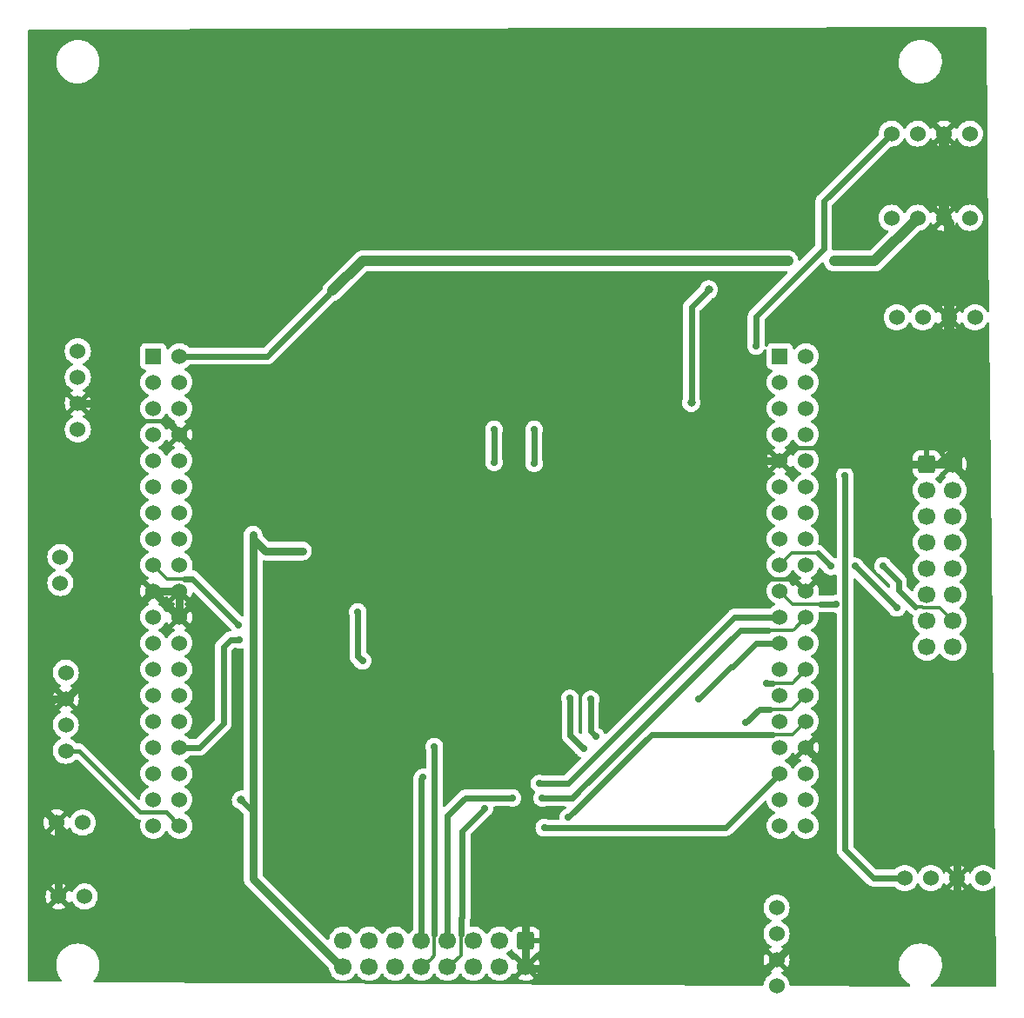
<source format=gbr>
G04 #@! TF.GenerationSoftware,KiCad,Pcbnew,(6.0.1)*
G04 #@! TF.CreationDate,2022-02-07T00:01:01+01:00*
G04 #@! TF.ProjectId,CartePrincipaleR1,43617274-6550-4726-996e-636970616c65,rev?*
G04 #@! TF.SameCoordinates,Original*
G04 #@! TF.FileFunction,Copper,L2,Bot*
G04 #@! TF.FilePolarity,Positive*
%FSLAX46Y46*%
G04 Gerber Fmt 4.6, Leading zero omitted, Abs format (unit mm)*
G04 Created by KiCad (PCBNEW (6.0.1)) date 2022-02-07 00:01:01*
%MOMM*%
%LPD*%
G01*
G04 APERTURE LIST*
G04 Aperture macros list*
%AMRoundRect*
0 Rectangle with rounded corners*
0 $1 Rounding radius*
0 $2 $3 $4 $5 $6 $7 $8 $9 X,Y pos of 4 corners*
0 Add a 4 corners polygon primitive as box body*
4,1,4,$2,$3,$4,$5,$6,$7,$8,$9,$2,$3,0*
0 Add four circle primitives for the rounded corners*
1,1,$1+$1,$2,$3*
1,1,$1+$1,$4,$5*
1,1,$1+$1,$6,$7*
1,1,$1+$1,$8,$9*
0 Add four rect primitives between the rounded corners*
20,1,$1+$1,$2,$3,$4,$5,0*
20,1,$1+$1,$4,$5,$6,$7,0*
20,1,$1+$1,$6,$7,$8,$9,0*
20,1,$1+$1,$8,$9,$2,$3,0*%
G04 Aperture macros list end*
G04 #@! TA.AperFunction,ComponentPad*
%ADD10C,1.524000*%
G04 #@! TD*
G04 #@! TA.AperFunction,ComponentPad*
%ADD11R,1.530000X1.530000*%
G04 #@! TD*
G04 #@! TA.AperFunction,ComponentPad*
%ADD12C,1.530000*%
G04 #@! TD*
G04 #@! TA.AperFunction,ComponentPad*
%ADD13RoundRect,0.250000X-0.600000X0.600000X-0.600000X-0.600000X0.600000X-0.600000X0.600000X0.600000X0*%
G04 #@! TD*
G04 #@! TA.AperFunction,ComponentPad*
%ADD14C,1.700000*%
G04 #@! TD*
G04 #@! TA.AperFunction,ComponentPad*
%ADD15RoundRect,0.250000X-0.600000X-0.600000X0.600000X-0.600000X0.600000X0.600000X-0.600000X0.600000X0*%
G04 #@! TD*
G04 #@! TA.AperFunction,ViaPad*
%ADD16C,0.700000*%
G04 #@! TD*
G04 #@! TA.AperFunction,ViaPad*
%ADD17C,0.800000*%
G04 #@! TD*
G04 #@! TA.AperFunction,Conductor*
%ADD18C,0.800000*%
G04 #@! TD*
G04 #@! TA.AperFunction,Conductor*
%ADD19C,1.000000*%
G04 #@! TD*
G04 #@! TA.AperFunction,Conductor*
%ADD20C,0.400000*%
G04 #@! TD*
G04 #@! TA.AperFunction,Conductor*
%ADD21C,0.600000*%
G04 #@! TD*
G04 #@! TA.AperFunction,Conductor*
%ADD22C,0.300000*%
G04 #@! TD*
G04 APERTURE END LIST*
D10*
X151110000Y-120500000D03*
X148570000Y-120500000D03*
X146030000Y-120500000D03*
X143490000Y-120500000D03*
X142190000Y-56200000D03*
X144730000Y-56200000D03*
X147270000Y-56200000D03*
X149810000Y-56200000D03*
X149810000Y-48000000D03*
X147270000Y-48000000D03*
X144730000Y-48000000D03*
X142190000Y-48000000D03*
X63000000Y-76810000D03*
X63000000Y-74270000D03*
X63000000Y-71730000D03*
X63000000Y-69190000D03*
X142700000Y-65900000D03*
X145240000Y-65900000D03*
X147780000Y-65900000D03*
X150320000Y-65900000D03*
D11*
X70350000Y-69690000D03*
D12*
X72890000Y-69690000D03*
X70350000Y-72230000D03*
X72890000Y-72230000D03*
X70350000Y-74770000D03*
X72890000Y-74770000D03*
X70350000Y-77310000D03*
X72890000Y-77310000D03*
X70350000Y-79850000D03*
X72890000Y-79850000D03*
X70350000Y-82390000D03*
X72890000Y-82390000D03*
X70350000Y-84930000D03*
X72890000Y-84930000D03*
X70350000Y-87470000D03*
X72890000Y-87470000D03*
X70350000Y-90010000D03*
X72890000Y-90010000D03*
X70350000Y-92550000D03*
X72890000Y-92550000D03*
X70350000Y-95090000D03*
X72890000Y-95090000D03*
X70350000Y-97630000D03*
X72890000Y-97630000D03*
X70350000Y-100170000D03*
X72890000Y-100170000D03*
X70350000Y-102710000D03*
X72890000Y-102710000D03*
X70350000Y-105250000D03*
X72890000Y-105250000D03*
X70350000Y-107790000D03*
X72890000Y-107790000D03*
X70350000Y-110330000D03*
X72890000Y-110330000D03*
X70350000Y-112870000D03*
X72890000Y-112870000D03*
X70350000Y-115410000D03*
X72890000Y-115410000D03*
D11*
X131310000Y-69690000D03*
D12*
X133850000Y-69690000D03*
X131310000Y-72230000D03*
X133850000Y-72230000D03*
X131310000Y-74770000D03*
X133850000Y-74770000D03*
X131310000Y-77310000D03*
X133850000Y-77310000D03*
X131310000Y-79850000D03*
X133850000Y-79850000D03*
X131310000Y-82390000D03*
X133850000Y-82390000D03*
X131310000Y-84930000D03*
X133850000Y-84930000D03*
X131310000Y-87470000D03*
X133850000Y-87470000D03*
X131310000Y-90010000D03*
X133850000Y-90010000D03*
X131310000Y-92550000D03*
X133850000Y-92550000D03*
X131310000Y-95090000D03*
X133850000Y-95090000D03*
X131310000Y-97630000D03*
X133850000Y-97630000D03*
X131310000Y-100170000D03*
X133850000Y-100170000D03*
X131310000Y-102710000D03*
X133850000Y-102710000D03*
X131310000Y-105250000D03*
X133850000Y-105250000D03*
X131310000Y-107790000D03*
X133850000Y-107790000D03*
X131310000Y-110330000D03*
X133850000Y-110330000D03*
X131310000Y-112870000D03*
X133850000Y-112870000D03*
X131310000Y-115410000D03*
X133850000Y-115410000D03*
D10*
X61300000Y-89230000D03*
X61300000Y-91770000D03*
X131000000Y-131010000D03*
X131000000Y-128470000D03*
X131000000Y-125930000D03*
X131000000Y-123390000D03*
X63470000Y-115100000D03*
X60930000Y-115100000D03*
D13*
X106600000Y-126600000D03*
D14*
X106600000Y-129140000D03*
X104060000Y-126600000D03*
X104060000Y-129140000D03*
X101520000Y-126600000D03*
X101520000Y-129140000D03*
X98980000Y-126600000D03*
X98980000Y-129140000D03*
X96440000Y-126600000D03*
X96440000Y-129140000D03*
X93900000Y-126600000D03*
X93900000Y-129140000D03*
X91360000Y-126600000D03*
X91360000Y-129140000D03*
X88820000Y-126600000D03*
X88820000Y-129140000D03*
D15*
X145600000Y-80200000D03*
D14*
X148140000Y-80200000D03*
X145600000Y-82740000D03*
X148140000Y-82740000D03*
X145600000Y-85280000D03*
X148140000Y-85280000D03*
X145600000Y-87820000D03*
X148140000Y-87820000D03*
X145600000Y-90360000D03*
X148140000Y-90360000D03*
X145600000Y-92900000D03*
X148140000Y-92900000D03*
X145600000Y-95440000D03*
X148140000Y-95440000D03*
X145600000Y-97980000D03*
X148140000Y-97980000D03*
D10*
X61832000Y-100490000D03*
X61832000Y-103030000D03*
X61832000Y-105570000D03*
X61832000Y-108110000D03*
X63670000Y-122300000D03*
X61130000Y-122300000D03*
D16*
X80200000Y-81100000D03*
X84850000Y-88650000D03*
X81450000Y-88650000D03*
D17*
X78900000Y-112900000D03*
D16*
X137650000Y-81300000D03*
X78650000Y-95850000D03*
X78750000Y-97300000D03*
X142700000Y-94200000D03*
X138650000Y-90150000D03*
X136300000Y-90150000D03*
X136800000Y-93800000D03*
X141350000Y-90100000D03*
X110900000Y-103000000D03*
X112200000Y-107900000D03*
X123400000Y-103100000D03*
X112900000Y-103100000D03*
X113400000Y-106700000D03*
X108200000Y-112700000D03*
X105300000Y-112700000D03*
X107900000Y-111300000D03*
X102600000Y-113700000D03*
X96600000Y-110700000D03*
X128000000Y-105350000D03*
X97700000Y-107700000D03*
X130000000Y-101500000D03*
X110750000Y-114600000D03*
X108400000Y-115600000D03*
X107400000Y-76800000D03*
X107400000Y-80100000D03*
X136600000Y-60400000D03*
X132100000Y-60400000D03*
X90250000Y-94600000D03*
X90700000Y-99350000D03*
X103500000Y-76800000D03*
X103500000Y-80000000D03*
D17*
X122700000Y-74200000D03*
X124400000Y-63200000D03*
D16*
X129000000Y-68700000D03*
D18*
X148100000Y-78900000D02*
X148200000Y-78900000D01*
X128600000Y-80900000D02*
X128600000Y-90300000D01*
X135400000Y-78600000D02*
X137000000Y-80200000D01*
X135800000Y-109700000D02*
X135800000Y-123100000D01*
D19*
X147780000Y-65900000D02*
X147780000Y-56710000D01*
D18*
X146900000Y-80100000D02*
X148100000Y-78900000D01*
X149245000Y-81305000D02*
X148140000Y-80200000D01*
D19*
X147270000Y-56200000D02*
X147270000Y-48000000D01*
D18*
X151100000Y-83160000D02*
X149245000Y-81305000D01*
X148200000Y-78900000D02*
X148200000Y-80260000D01*
D20*
X132560000Y-78600000D02*
X135400000Y-78600000D01*
D19*
X147780000Y-67680000D02*
X147780000Y-65900000D01*
D18*
X61130000Y-115300000D02*
X60930000Y-115100000D01*
X130130000Y-129340000D02*
X131000000Y-128470000D01*
X76680000Y-81100000D02*
X72890000Y-77310000D01*
X89750000Y-87050000D02*
X106600000Y-103900000D01*
X133270000Y-125630000D02*
X133270000Y-126200000D01*
X148670000Y-78430000D02*
X148670000Y-80730000D01*
D19*
X148670000Y-68570000D02*
X147780000Y-67680000D01*
D18*
X148200000Y-80260000D02*
X148870000Y-80930000D01*
D19*
X148670000Y-78430000D02*
X148670000Y-68570000D01*
D18*
X70350000Y-92550000D02*
X72890000Y-92550000D01*
D20*
X133850000Y-92550000D02*
X132685489Y-91385489D01*
X72890000Y-77310000D02*
X72890000Y-76990000D01*
D18*
X148570000Y-120500000D02*
X148570000Y-122430000D01*
X72890000Y-95090000D02*
X72890000Y-92550000D01*
X148570000Y-120500000D02*
X148570000Y-115680000D01*
X59900000Y-103800000D02*
X59900000Y-114070000D01*
D20*
X129685489Y-91385489D02*
X129300000Y-91000000D01*
X132685489Y-91385489D02*
X129685489Y-91385489D01*
D18*
X106600000Y-103900000D02*
X106600000Y-126800000D01*
X61832000Y-103030000D02*
X68400000Y-96462000D01*
X106600000Y-129340000D02*
X130130000Y-129340000D01*
D19*
X147780000Y-56710000D02*
X147270000Y-56200000D01*
D20*
X71900000Y-76000000D02*
X69200000Y-76000000D01*
D18*
X148670000Y-80730000D02*
X148870000Y-80930000D01*
X135100000Y-123800000D02*
X133270000Y-125630000D01*
X106600000Y-129340000D02*
X106600000Y-126800000D01*
X89450000Y-87050000D02*
X89750000Y-87050000D01*
X83650000Y-80950000D02*
X89750000Y-87050000D01*
D20*
X131310000Y-79850000D02*
X132560000Y-78600000D01*
D18*
X135760000Y-109700000D02*
X133850000Y-107790000D01*
X147200000Y-123800000D02*
X135100000Y-123800000D01*
X59900000Y-114070000D02*
X60930000Y-115100000D01*
X148140000Y-80200000D02*
X145600000Y-80200000D01*
X133270000Y-126200000D02*
X131000000Y-128470000D01*
X69200000Y-76000000D02*
X67470000Y-74270000D01*
X131310000Y-79850000D02*
X129650000Y-79850000D01*
X83500000Y-81100000D02*
X80200000Y-81100000D01*
X148570000Y-122430000D02*
X147200000Y-123800000D01*
X60670000Y-103030000D02*
X59900000Y-103800000D01*
X129650000Y-79850000D02*
X128600000Y-80900000D01*
X61130000Y-122300000D02*
X61130000Y-115300000D01*
X148870000Y-80930000D02*
X149245000Y-81305000D01*
X61832000Y-103030000D02*
X60670000Y-103030000D01*
X67470000Y-74270000D02*
X63000000Y-74270000D01*
X83500000Y-81100000D02*
X89450000Y-87050000D01*
X68400000Y-96462000D02*
X68400000Y-94500000D01*
D20*
X72890000Y-76990000D02*
X71900000Y-76000000D01*
D18*
X68400000Y-94500000D02*
X70350000Y-92550000D01*
X148670000Y-78430000D02*
X148200000Y-78900000D01*
X135800000Y-109700000D02*
X135760000Y-109700000D01*
X128600000Y-90300000D02*
X129300000Y-91000000D01*
X70350000Y-92550000D02*
X72890000Y-95090000D01*
X80200000Y-81100000D02*
X76680000Y-81100000D01*
X151100000Y-113150000D02*
X151100000Y-83160000D01*
X135800000Y-123100000D02*
X135100000Y-123800000D01*
X137000000Y-80200000D02*
X145600000Y-80200000D01*
X148570000Y-115680000D02*
X151100000Y-113150000D01*
X80050000Y-109950000D02*
X80050000Y-114250000D01*
X80050000Y-87100000D02*
X80050000Y-87450000D01*
D21*
X80050000Y-114050000D02*
X80050000Y-114250000D01*
D18*
X80050000Y-114250000D02*
X80050000Y-120570000D01*
X80050000Y-120570000D02*
X88820000Y-129340000D01*
D21*
X78900000Y-112900000D02*
X80050000Y-114050000D01*
D18*
X80050000Y-87100000D02*
X80050000Y-109950000D01*
X80050000Y-87450000D02*
X81250000Y-88650000D01*
X81250000Y-88650000D02*
X81450000Y-88650000D01*
X81450000Y-88650000D02*
X84850000Y-88650000D01*
D20*
X63110000Y-108110000D02*
X69100000Y-114100000D01*
X61832000Y-108110000D02*
X63110000Y-108110000D01*
X71580000Y-114100000D02*
X72890000Y-115410000D01*
X69100000Y-114100000D02*
X71580000Y-114100000D01*
D21*
X140400000Y-120500000D02*
X143490000Y-120500000D01*
X137650000Y-117750000D02*
X140400000Y-120500000D01*
X137650000Y-81300000D02*
X137650000Y-117750000D01*
D22*
X71690000Y-91350000D02*
X73400000Y-91350000D01*
D21*
X74150000Y-91350000D02*
X78650000Y-95850000D01*
D22*
X70350000Y-90010000D02*
X71690000Y-91350000D01*
D21*
X73400000Y-91350000D02*
X74150000Y-91350000D01*
X77150000Y-105450000D02*
X77150000Y-98000000D01*
X74810000Y-107790000D02*
X77150000Y-105450000D01*
X72890000Y-107790000D02*
X74810000Y-107790000D01*
X77150000Y-98000000D02*
X77850000Y-97300000D01*
X77850000Y-97300000D02*
X78750000Y-97300000D01*
X135000000Y-88850000D02*
X136300000Y-90150000D01*
D22*
X132470000Y-88850000D02*
X135000000Y-88850000D01*
X131310000Y-90010000D02*
X132470000Y-88850000D01*
D21*
X138650000Y-90150000D02*
X142700000Y-94200000D01*
X136400000Y-93800000D02*
X136800000Y-93800000D01*
D22*
X131310000Y-92550000D02*
X132560000Y-93800000D01*
X132560000Y-93800000D02*
X135250000Y-93800000D01*
D21*
X135250000Y-93800000D02*
X136400000Y-93800000D01*
D22*
X145300000Y-94200000D02*
X146900000Y-94200000D01*
X145200000Y-94100000D02*
X145300000Y-94200000D01*
D21*
X142850000Y-92450000D02*
X144500000Y-94100000D01*
X141350000Y-90100000D02*
X142850000Y-91600000D01*
X142850000Y-91600000D02*
X142850000Y-92450000D01*
D22*
X144500000Y-94100000D02*
X145200000Y-94100000D01*
X146900000Y-94200000D02*
X148140000Y-95440000D01*
D21*
X110900000Y-106600000D02*
X112200000Y-107900000D01*
X110900000Y-103000000D02*
X110900000Y-106600000D01*
X112900000Y-106200000D02*
X113400000Y-106700000D01*
X131310000Y-97630000D02*
X129020000Y-97630000D01*
X126550000Y-99950000D02*
X123400000Y-103100000D01*
X129020000Y-97630000D02*
X126700000Y-99950000D01*
X112900000Y-106200000D02*
X112900000Y-103100000D01*
X126700000Y-99950000D02*
X126550000Y-99950000D01*
X105300000Y-112700000D02*
X100700000Y-112700000D01*
X111100000Y-112700000D02*
X108200000Y-112700000D01*
X111750000Y-112050000D02*
X111100000Y-112700000D01*
D22*
X132590000Y-96350000D02*
X130200000Y-96350000D01*
D21*
X130200000Y-96350000D02*
X127450000Y-96350000D01*
X127450000Y-96350000D02*
X111750000Y-112050000D01*
X100700000Y-112700000D02*
X98980000Y-114420000D01*
D22*
X132690000Y-96250000D02*
X132590000Y-96350000D01*
X133850000Y-95090000D02*
X132690000Y-96250000D01*
D21*
X98980000Y-114420000D02*
X98980000Y-126800000D01*
X100400000Y-115900000D02*
X100400000Y-124300000D01*
X102600000Y-113700000D02*
X100400000Y-115900000D01*
X131310000Y-95090000D02*
X128910000Y-95090000D01*
X100400000Y-124300000D02*
X100300000Y-124400000D01*
X115700000Y-106300000D02*
X110700000Y-111300000D01*
X126910000Y-95090000D02*
X115700000Y-106300000D01*
D22*
X100300000Y-128020000D02*
X100300000Y-126000000D01*
D21*
X100300000Y-124400000D02*
X100300000Y-126000000D01*
X110700000Y-111300000D02*
X107900000Y-111300000D01*
X128910000Y-95090000D02*
X126960000Y-95090000D01*
X126960000Y-95090000D02*
X126910000Y-95090000D01*
D22*
X98980000Y-129340000D02*
X100300000Y-128020000D01*
D21*
X96600000Y-110700000D02*
X96440000Y-110860000D01*
D22*
X132510000Y-104050000D02*
X130350000Y-104050000D01*
D21*
X130350000Y-104050000D02*
X129300000Y-104050000D01*
X96440000Y-110860000D02*
X96440000Y-126800000D01*
D22*
X133850000Y-102710000D02*
X132510000Y-104050000D01*
D21*
X129300000Y-104050000D02*
X128000000Y-105350000D01*
D22*
X96440000Y-129340000D02*
X97380000Y-128400000D01*
X133850000Y-100170000D02*
X132520000Y-101500000D01*
X97700000Y-126200000D02*
X97700000Y-126000000D01*
X97700000Y-128080000D02*
X97700000Y-126200000D01*
X97380000Y-128400000D02*
X97700000Y-128080000D01*
X132520000Y-101500000D02*
X130650000Y-101500000D01*
D21*
X130650000Y-101500000D02*
X130000000Y-101500000D01*
X97700000Y-126000000D02*
X97700000Y-107700000D01*
D22*
X133850000Y-105250000D02*
X132550000Y-106550000D01*
X132550000Y-106550000D02*
X130600000Y-106550000D01*
D21*
X130600000Y-106550000D02*
X118800000Y-106550000D01*
X118800000Y-106550000D02*
X110750000Y-114600000D01*
X126040000Y-115600000D02*
X131310000Y-110330000D01*
X108400000Y-115600000D02*
X126040000Y-115600000D01*
X107400000Y-76800000D02*
X107400000Y-80100000D01*
D19*
X90700000Y-60400000D02*
X108500000Y-60400000D01*
D21*
X81410000Y-69690000D02*
X87800000Y-63300000D01*
D19*
X144730000Y-56200000D02*
X140530000Y-60400000D01*
X108500000Y-60400000D02*
X132100000Y-60400000D01*
D21*
X72890000Y-69690000D02*
X81410000Y-69690000D01*
D19*
X87800000Y-63300000D02*
X90700000Y-60400000D01*
X140530000Y-60400000D02*
X136600000Y-60400000D01*
D21*
X90250000Y-98900000D02*
X90700000Y-99350000D01*
X90250000Y-94600000D02*
X90250000Y-98900000D01*
X103500000Y-76800000D02*
X103500000Y-80000000D01*
X122700000Y-74200000D02*
X122700000Y-64900000D01*
X122700000Y-64900000D02*
X124400000Y-63200000D01*
X135600480Y-54589520D02*
X135600480Y-59199520D01*
X142190000Y-48000000D02*
X135600480Y-54589520D01*
X135600480Y-59199520D02*
X129000000Y-65800000D01*
X129000000Y-65800000D02*
X129000000Y-68700000D01*
G04 #@! TA.AperFunction,Conductor*
G36*
X151343124Y-37620185D02*
G01*
X151389789Y-37673690D01*
X151401337Y-37725053D01*
X151636538Y-59716262D01*
X151690900Y-64799103D01*
X151695988Y-65274874D01*
X151676715Y-65343205D01*
X151623560Y-65390269D01*
X151553398Y-65401124D01*
X151488506Y-65372323D01*
X151455800Y-65329472D01*
X151426814Y-65267312D01*
X151426813Y-65267311D01*
X151424488Y-65262324D01*
X151396739Y-65222694D01*
X151300136Y-65084730D01*
X151300134Y-65084727D01*
X151296977Y-65080219D01*
X151139781Y-64923023D01*
X151135273Y-64919866D01*
X151135270Y-64919864D01*
X151059505Y-64866813D01*
X150957677Y-64795512D01*
X150952695Y-64793189D01*
X150952690Y-64793186D01*
X150761178Y-64703883D01*
X150761177Y-64703882D01*
X150756196Y-64701560D01*
X150750888Y-64700138D01*
X150750886Y-64700137D01*
X150685051Y-64682497D01*
X150541463Y-64644022D01*
X150320000Y-64624647D01*
X150098537Y-64644022D01*
X149954949Y-64682497D01*
X149889114Y-64700137D01*
X149889112Y-64700138D01*
X149883804Y-64701560D01*
X149878823Y-64703882D01*
X149878822Y-64703883D01*
X149687311Y-64793186D01*
X149687306Y-64793189D01*
X149682324Y-64795512D01*
X149677817Y-64798668D01*
X149677815Y-64798669D01*
X149504730Y-64919864D01*
X149504727Y-64919866D01*
X149500219Y-64923023D01*
X149343023Y-65080219D01*
X149339866Y-65084727D01*
X149339864Y-65084730D01*
X149243261Y-65222694D01*
X149215512Y-65262324D01*
X149213189Y-65267306D01*
X149213186Y-65267311D01*
X149163919Y-65372965D01*
X149117001Y-65426250D01*
X149048724Y-65445711D01*
X148980764Y-65425169D01*
X148935529Y-65372965D01*
X148886377Y-65267559D01*
X148880897Y-65258068D01*
X148850206Y-65214235D01*
X148839729Y-65205860D01*
X148826282Y-65212928D01*
X148152022Y-65887188D01*
X148144408Y-65901132D01*
X148144539Y-65902965D01*
X148148790Y-65909580D01*
X148827003Y-66587793D01*
X148838777Y-66594223D01*
X148850793Y-66584926D01*
X148880897Y-66541932D01*
X148886377Y-66532441D01*
X148935529Y-66427035D01*
X148982447Y-66373750D01*
X149050724Y-66354289D01*
X149118684Y-66374831D01*
X149163919Y-66427035D01*
X149213186Y-66532689D01*
X149213189Y-66532694D01*
X149215512Y-66537676D01*
X149218668Y-66542183D01*
X149218669Y-66542185D01*
X149255107Y-66594223D01*
X149343023Y-66719781D01*
X149500219Y-66876977D01*
X149504727Y-66880134D01*
X149504730Y-66880136D01*
X149580495Y-66933187D01*
X149682323Y-67004488D01*
X149687305Y-67006811D01*
X149687310Y-67006814D01*
X149877810Y-67095645D01*
X149883804Y-67098440D01*
X149889112Y-67099862D01*
X149889114Y-67099863D01*
X149954949Y-67117503D01*
X150098537Y-67155978D01*
X150320000Y-67175353D01*
X150541463Y-67155978D01*
X150685051Y-67117503D01*
X150750886Y-67099863D01*
X150750888Y-67099862D01*
X150756196Y-67098440D01*
X150762190Y-67095645D01*
X150952690Y-67006814D01*
X150952695Y-67006811D01*
X150957677Y-67004488D01*
X151059505Y-66933187D01*
X151135270Y-66880136D01*
X151135273Y-66880134D01*
X151139781Y-66876977D01*
X151296977Y-66719781D01*
X151384894Y-66594223D01*
X151421331Y-66542185D01*
X151421332Y-66542183D01*
X151424488Y-66537676D01*
X151426811Y-66532695D01*
X151426817Y-66532684D01*
X151468845Y-66442555D01*
X151515762Y-66389270D01*
X151584039Y-66369810D01*
X151651999Y-66390352D01*
X151698065Y-66444375D01*
X151709032Y-66494456D01*
X152274798Y-119393623D01*
X152276624Y-119564335D01*
X152257351Y-119632666D01*
X152204196Y-119679730D01*
X152134034Y-119690585D01*
X152069142Y-119661784D01*
X152061536Y-119654778D01*
X151929781Y-119523023D01*
X151925273Y-119519866D01*
X151925270Y-119519864D01*
X151849505Y-119466813D01*
X151747677Y-119395512D01*
X151742695Y-119393189D01*
X151742690Y-119393186D01*
X151551178Y-119303883D01*
X151551177Y-119303882D01*
X151546196Y-119301560D01*
X151540888Y-119300138D01*
X151540886Y-119300137D01*
X151475051Y-119282497D01*
X151331463Y-119244022D01*
X151110000Y-119224647D01*
X150888537Y-119244022D01*
X150744949Y-119282497D01*
X150679114Y-119300137D01*
X150679112Y-119300138D01*
X150673804Y-119301560D01*
X150668823Y-119303882D01*
X150668822Y-119303883D01*
X150477311Y-119393186D01*
X150477306Y-119393189D01*
X150472324Y-119395512D01*
X150467817Y-119398668D01*
X150467815Y-119398669D01*
X150294730Y-119519864D01*
X150294727Y-119519866D01*
X150290219Y-119523023D01*
X150133023Y-119680219D01*
X150129866Y-119684727D01*
X150129864Y-119684730D01*
X150008669Y-119857815D01*
X150005512Y-119862324D01*
X150003189Y-119867306D01*
X150003186Y-119867311D01*
X149953919Y-119972965D01*
X149907001Y-120026250D01*
X149838724Y-120045711D01*
X149770764Y-120025169D01*
X149725529Y-119972965D01*
X149676377Y-119867559D01*
X149670897Y-119858068D01*
X149640206Y-119814235D01*
X149629729Y-119805860D01*
X149616282Y-119812928D01*
X148942022Y-120487188D01*
X148934408Y-120501132D01*
X148934539Y-120502965D01*
X148938790Y-120509580D01*
X149617003Y-121187793D01*
X149628777Y-121194223D01*
X149640793Y-121184926D01*
X149670897Y-121141932D01*
X149676377Y-121132441D01*
X149725529Y-121027035D01*
X149772447Y-120973750D01*
X149840724Y-120954289D01*
X149908684Y-120974831D01*
X149953919Y-121027035D01*
X150003186Y-121132689D01*
X150003189Y-121132694D01*
X150005512Y-121137676D01*
X150008668Y-121142183D01*
X150008669Y-121142185D01*
X150125366Y-121308845D01*
X150133023Y-121319781D01*
X150290219Y-121476977D01*
X150294727Y-121480134D01*
X150294730Y-121480136D01*
X150294849Y-121480219D01*
X150472323Y-121604488D01*
X150477305Y-121606811D01*
X150477310Y-121606814D01*
X150607579Y-121667559D01*
X150673804Y-121698440D01*
X150679112Y-121699862D01*
X150679114Y-121699863D01*
X150744949Y-121717503D01*
X150888537Y-121755978D01*
X151110000Y-121775353D01*
X151331463Y-121755978D01*
X151475051Y-121717503D01*
X151540886Y-121699863D01*
X151540888Y-121699862D01*
X151546196Y-121698440D01*
X151612421Y-121667559D01*
X151742690Y-121606814D01*
X151742695Y-121606811D01*
X151747677Y-121604488D01*
X151925151Y-121480219D01*
X151925270Y-121480136D01*
X151925273Y-121480134D01*
X151929781Y-121476977D01*
X152081310Y-121325448D01*
X152143622Y-121291422D01*
X152214437Y-121296487D01*
X152271273Y-121339034D01*
X152296084Y-121405554D01*
X152296398Y-121413189D01*
X152398248Y-130936131D01*
X152398631Y-130971975D01*
X152379358Y-131040306D01*
X152326203Y-131087370D01*
X152271970Y-131099321D01*
X146111359Y-131066656D01*
X146043345Y-131046293D01*
X145997137Y-130992392D01*
X145987406Y-130922065D01*
X146017241Y-130857642D01*
X146054238Y-130828692D01*
X146091000Y-130809718D01*
X146091005Y-130809715D01*
X146094812Y-130807750D01*
X146098313Y-130805289D01*
X146098317Y-130805287D01*
X146212418Y-130725095D01*
X146330023Y-130642441D01*
X146481421Y-130501753D01*
X146537479Y-130449661D01*
X146537481Y-130449658D01*
X146540622Y-130446740D01*
X146722713Y-130224268D01*
X146872927Y-129979142D01*
X146903863Y-129908669D01*
X146986757Y-129719830D01*
X146988483Y-129715898D01*
X147067244Y-129439406D01*
X147106408Y-129164223D01*
X147107146Y-129159036D01*
X147107146Y-129159034D01*
X147107751Y-129154784D01*
X147107779Y-129149580D01*
X147109235Y-128871583D01*
X147109235Y-128871576D01*
X147109257Y-128867297D01*
X147105930Y-128842022D01*
X147072292Y-128586522D01*
X147071732Y-128582266D01*
X146995871Y-128304964D01*
X146918842Y-128124373D01*
X146884763Y-128044476D01*
X146884761Y-128044472D01*
X146883077Y-128040524D01*
X146808527Y-127915960D01*
X146737643Y-127797521D01*
X146737640Y-127797517D01*
X146735439Y-127793839D01*
X146555687Y-127569472D01*
X146402094Y-127423718D01*
X146350258Y-127374527D01*
X146350255Y-127374525D01*
X146347149Y-127371577D01*
X146113683Y-127203814D01*
X146091843Y-127192250D01*
X145976760Y-127131317D01*
X145859608Y-127069288D01*
X145589627Y-126970489D01*
X145308736Y-126909245D01*
X145277685Y-126906801D01*
X145085718Y-126891693D01*
X145085709Y-126891693D01*
X145083261Y-126891500D01*
X144927729Y-126891500D01*
X144925593Y-126891646D01*
X144925582Y-126891646D01*
X144717452Y-126905835D01*
X144717446Y-126905836D01*
X144713175Y-126906127D01*
X144708980Y-126906996D01*
X144708978Y-126906996D01*
X144572417Y-126935276D01*
X144431658Y-126964426D01*
X144160657Y-127060393D01*
X143905188Y-127192250D01*
X143901687Y-127194711D01*
X143901683Y-127194713D01*
X143891594Y-127201804D01*
X143669977Y-127357559D01*
X143624527Y-127399794D01*
X143499931Y-127515576D01*
X143459378Y-127553260D01*
X143277287Y-127775732D01*
X143127073Y-128020858D01*
X143011517Y-128284102D01*
X143010342Y-128288229D01*
X143010341Y-128288230D01*
X143004395Y-128309103D01*
X142932756Y-128560594D01*
X142929672Y-128582266D01*
X142893164Y-128838790D01*
X142892249Y-128845216D01*
X142892227Y-128849505D01*
X142892226Y-128849512D01*
X142890765Y-129128417D01*
X142890743Y-129132703D01*
X142891302Y-129136947D01*
X142891302Y-129136951D01*
X142900026Y-129203212D01*
X142928268Y-129417734D01*
X143004129Y-129695036D01*
X143005813Y-129698984D01*
X143108910Y-129940689D01*
X143116923Y-129959476D01*
X143160940Y-130033023D01*
X143257720Y-130194730D01*
X143264561Y-130206161D01*
X143444313Y-130430528D01*
X143519369Y-130501753D01*
X143640951Y-130617130D01*
X143652851Y-130628423D01*
X143675787Y-130644904D01*
X143868279Y-130783224D01*
X143886317Y-130796186D01*
X143926389Y-130817403D01*
X143977232Y-130866956D01*
X143993213Y-130936131D01*
X143969259Y-131002964D01*
X143912974Y-131046237D01*
X143866762Y-131054755D01*
X132388734Y-130993896D01*
X132320721Y-130973533D01*
X132274513Y-130919632D01*
X132263882Y-130878880D01*
X132257443Y-130805287D01*
X132255978Y-130788537D01*
X132208918Y-130612908D01*
X132199863Y-130579114D01*
X132199862Y-130579112D01*
X132198440Y-130573804D01*
X132164302Y-130500595D01*
X132106814Y-130377311D01*
X132106811Y-130377306D01*
X132104488Y-130372324D01*
X132061476Y-130310896D01*
X131980136Y-130194730D01*
X131980134Y-130194727D01*
X131976977Y-130190219D01*
X131819781Y-130033023D01*
X131815273Y-130029866D01*
X131815270Y-130029864D01*
X131694197Y-129945088D01*
X131637677Y-129905512D01*
X131632695Y-129903189D01*
X131632690Y-129903186D01*
X131527035Y-129853919D01*
X131473750Y-129807002D01*
X131454289Y-129738725D01*
X131474831Y-129670765D01*
X131527035Y-129625529D01*
X131632445Y-129576376D01*
X131641931Y-129570898D01*
X131685764Y-129540207D01*
X131694139Y-129529729D01*
X131687071Y-129516281D01*
X131012812Y-128842022D01*
X130998868Y-128834408D01*
X130997035Y-128834539D01*
X130990420Y-128838790D01*
X130312207Y-129517003D01*
X130305777Y-129528777D01*
X130315074Y-129540793D01*
X130358069Y-129570898D01*
X130367555Y-129576376D01*
X130472965Y-129625529D01*
X130526250Y-129672446D01*
X130545711Y-129740723D01*
X130525169Y-129808683D01*
X130472965Y-129853919D01*
X130367311Y-129903186D01*
X130367306Y-129903189D01*
X130362324Y-129905512D01*
X130357817Y-129908668D01*
X130357815Y-129908669D01*
X130184730Y-130029864D01*
X130184727Y-130029866D01*
X130180219Y-130033023D01*
X130023023Y-130190219D01*
X130019866Y-130194727D01*
X130019864Y-130194730D01*
X129938524Y-130310896D01*
X129895512Y-130372324D01*
X129893189Y-130377306D01*
X129893186Y-130377311D01*
X129835698Y-130500595D01*
X129801560Y-130573804D01*
X129800138Y-130579112D01*
X129800137Y-130579114D01*
X129745446Y-130783222D01*
X129744022Y-130788537D01*
X129743543Y-130794016D01*
X129743541Y-130794029D01*
X129737405Y-130864153D01*
X129711542Y-130930271D01*
X129654038Y-130971911D01*
X129611219Y-130979169D01*
X99679043Y-130820462D01*
X64652030Y-130634740D01*
X64584016Y-130614377D01*
X64537808Y-130560476D01*
X64528077Y-130490149D01*
X64555194Y-130428936D01*
X64556627Y-130427186D01*
X64722713Y-130224268D01*
X64872927Y-129979142D01*
X64903863Y-129908669D01*
X64986757Y-129719830D01*
X64988483Y-129715898D01*
X65067244Y-129439406D01*
X65106408Y-129164223D01*
X65107146Y-129159036D01*
X65107146Y-129159034D01*
X65107751Y-129154784D01*
X65107779Y-129149580D01*
X65109235Y-128871583D01*
X65109235Y-128871576D01*
X65109257Y-128867297D01*
X65105930Y-128842022D01*
X65072292Y-128586522D01*
X65071732Y-128582266D01*
X64995871Y-128304964D01*
X64918842Y-128124373D01*
X64884763Y-128044476D01*
X64884761Y-128044472D01*
X64883077Y-128040524D01*
X64808527Y-127915960D01*
X64737643Y-127797521D01*
X64737640Y-127797517D01*
X64735439Y-127793839D01*
X64555687Y-127569472D01*
X64402094Y-127423718D01*
X64350258Y-127374527D01*
X64350255Y-127374525D01*
X64347149Y-127371577D01*
X64113683Y-127203814D01*
X64091843Y-127192250D01*
X63976760Y-127131317D01*
X63859608Y-127069288D01*
X63589627Y-126970489D01*
X63308736Y-126909245D01*
X63277685Y-126906801D01*
X63085718Y-126891693D01*
X63085709Y-126891693D01*
X63083261Y-126891500D01*
X62927729Y-126891500D01*
X62925593Y-126891646D01*
X62925582Y-126891646D01*
X62717452Y-126905835D01*
X62717446Y-126905836D01*
X62713175Y-126906127D01*
X62708980Y-126906996D01*
X62708978Y-126906996D01*
X62572417Y-126935276D01*
X62431658Y-126964426D01*
X62160657Y-127060393D01*
X61905188Y-127192250D01*
X61901687Y-127194711D01*
X61901683Y-127194713D01*
X61891594Y-127201804D01*
X61669977Y-127357559D01*
X61624527Y-127399794D01*
X61499931Y-127515576D01*
X61459378Y-127553260D01*
X61277287Y-127775732D01*
X61127073Y-128020858D01*
X61011517Y-128284102D01*
X61010342Y-128288229D01*
X61010341Y-128288230D01*
X61004395Y-128309103D01*
X60932756Y-128560594D01*
X60929672Y-128582266D01*
X60893164Y-128838790D01*
X60892249Y-128845216D01*
X60892227Y-128849505D01*
X60892226Y-128849512D01*
X60890765Y-129128417D01*
X60890743Y-129132703D01*
X60891302Y-129136947D01*
X60891302Y-129136951D01*
X60900026Y-129203212D01*
X60928268Y-129417734D01*
X61004129Y-129695036D01*
X61005813Y-129698984D01*
X61108910Y-129940689D01*
X61116923Y-129959476D01*
X61160940Y-130033023D01*
X61257720Y-130194730D01*
X61264561Y-130206161D01*
X61267242Y-130209508D01*
X61267248Y-130209516D01*
X61429750Y-130412352D01*
X61456732Y-130478021D01*
X61443927Y-130547853D01*
X61395400Y-130599677D01*
X61330748Y-130617130D01*
X60534487Y-130612908D01*
X58225330Y-130600665D01*
X58157318Y-130580302D01*
X58111110Y-130526401D01*
X58100000Y-130474667D01*
X58100000Y-123358777D01*
X60435777Y-123358777D01*
X60445074Y-123370793D01*
X60488069Y-123400898D01*
X60497555Y-123406376D01*
X60688993Y-123495645D01*
X60699285Y-123499391D01*
X60903309Y-123554059D01*
X60914104Y-123555962D01*
X61124525Y-123574372D01*
X61135475Y-123574372D01*
X61345896Y-123555962D01*
X61356691Y-123554059D01*
X61560715Y-123499391D01*
X61571007Y-123495645D01*
X61762445Y-123406376D01*
X61771931Y-123400898D01*
X61815764Y-123370207D01*
X61824139Y-123359729D01*
X61817071Y-123346281D01*
X61142812Y-122672022D01*
X61128868Y-122664408D01*
X61127035Y-122664539D01*
X61120420Y-122668790D01*
X60442207Y-123347003D01*
X60435777Y-123358777D01*
X58100000Y-123358777D01*
X58100000Y-122305475D01*
X59855628Y-122305475D01*
X59874038Y-122515896D01*
X59875941Y-122526691D01*
X59930609Y-122730715D01*
X59934355Y-122741007D01*
X60023623Y-122932441D01*
X60029103Y-122941932D01*
X60059794Y-122985765D01*
X60070271Y-122994140D01*
X60083718Y-122987072D01*
X60757978Y-122312812D01*
X60764356Y-122301132D01*
X61494408Y-122301132D01*
X61494539Y-122302965D01*
X61498790Y-122309580D01*
X62177003Y-122987793D01*
X62188777Y-122994223D01*
X62200793Y-122984926D01*
X62230897Y-122941932D01*
X62236377Y-122932441D01*
X62285529Y-122827035D01*
X62332447Y-122773750D01*
X62400724Y-122754289D01*
X62468684Y-122774831D01*
X62513919Y-122827035D01*
X62563186Y-122932689D01*
X62563189Y-122932694D01*
X62565512Y-122937676D01*
X62568668Y-122942183D01*
X62568669Y-122942185D01*
X62605107Y-122994223D01*
X62693023Y-123119781D01*
X62850219Y-123276977D01*
X62854727Y-123280134D01*
X62854730Y-123280136D01*
X62930495Y-123333187D01*
X63032323Y-123404488D01*
X63037305Y-123406811D01*
X63037310Y-123406814D01*
X63227810Y-123495645D01*
X63233804Y-123498440D01*
X63239112Y-123499862D01*
X63239114Y-123499863D01*
X63304949Y-123517503D01*
X63448537Y-123555978D01*
X63670000Y-123575353D01*
X63891463Y-123555978D01*
X64035051Y-123517503D01*
X64100886Y-123499863D01*
X64100888Y-123499862D01*
X64106196Y-123498440D01*
X64112190Y-123495645D01*
X64302690Y-123406814D01*
X64302695Y-123406811D01*
X64307677Y-123404488D01*
X64409505Y-123333187D01*
X64485270Y-123280136D01*
X64485273Y-123280134D01*
X64489781Y-123276977D01*
X64646977Y-123119781D01*
X64734894Y-122994223D01*
X64771331Y-122942185D01*
X64771332Y-122942183D01*
X64774488Y-122937676D01*
X64776811Y-122932694D01*
X64776814Y-122932689D01*
X64866117Y-122741178D01*
X64866118Y-122741177D01*
X64868440Y-122736196D01*
X64925978Y-122521463D01*
X64945353Y-122300000D01*
X64925978Y-122078537D01*
X64868440Y-121863804D01*
X64850424Y-121825169D01*
X64776814Y-121667311D01*
X64776811Y-121667306D01*
X64774488Y-121662324D01*
X64771331Y-121657815D01*
X64650136Y-121484730D01*
X64650134Y-121484727D01*
X64646977Y-121480219D01*
X64489781Y-121323023D01*
X64485273Y-121319866D01*
X64485270Y-121319864D01*
X64395691Y-121257140D01*
X64307677Y-121195512D01*
X64302695Y-121193189D01*
X64302690Y-121193186D01*
X64111178Y-121103883D01*
X64111177Y-121103882D01*
X64106196Y-121101560D01*
X64100888Y-121100138D01*
X64100886Y-121100137D01*
X64020009Y-121078466D01*
X63891463Y-121044022D01*
X63670000Y-121024647D01*
X63448537Y-121044022D01*
X63319991Y-121078466D01*
X63239114Y-121100137D01*
X63239112Y-121100138D01*
X63233804Y-121101560D01*
X63228823Y-121103882D01*
X63228822Y-121103883D01*
X63037311Y-121193186D01*
X63037306Y-121193189D01*
X63032324Y-121195512D01*
X63027817Y-121198668D01*
X63027815Y-121198669D01*
X62854730Y-121319864D01*
X62854727Y-121319866D01*
X62850219Y-121323023D01*
X62693023Y-121480219D01*
X62689866Y-121484727D01*
X62689864Y-121484730D01*
X62568669Y-121657815D01*
X62565512Y-121662324D01*
X62563189Y-121667306D01*
X62563186Y-121667311D01*
X62513919Y-121772965D01*
X62467001Y-121826250D01*
X62398724Y-121845711D01*
X62330764Y-121825169D01*
X62285529Y-121772965D01*
X62236377Y-121667559D01*
X62230897Y-121658068D01*
X62200206Y-121614235D01*
X62189729Y-121605860D01*
X62176282Y-121612928D01*
X61502022Y-122287188D01*
X61494408Y-122301132D01*
X60764356Y-122301132D01*
X60765592Y-122298868D01*
X60765461Y-122297035D01*
X60761210Y-122290420D01*
X60082997Y-121612207D01*
X60071223Y-121605777D01*
X60059207Y-121615074D01*
X60029103Y-121658068D01*
X60023623Y-121667559D01*
X59934355Y-121858993D01*
X59930609Y-121869285D01*
X59875941Y-122073309D01*
X59874038Y-122084104D01*
X59855628Y-122294525D01*
X59855628Y-122305475D01*
X58100000Y-122305475D01*
X58100000Y-121240271D01*
X60435860Y-121240271D01*
X60442928Y-121253718D01*
X61117188Y-121927978D01*
X61131132Y-121935592D01*
X61132965Y-121935461D01*
X61139580Y-121931210D01*
X61817793Y-121252997D01*
X61824223Y-121241223D01*
X61814926Y-121229207D01*
X61771931Y-121199102D01*
X61762445Y-121193624D01*
X61571007Y-121104355D01*
X61560715Y-121100609D01*
X61356691Y-121045941D01*
X61345896Y-121044038D01*
X61135475Y-121025628D01*
X61124525Y-121025628D01*
X60914104Y-121044038D01*
X60903309Y-121045941D01*
X60699285Y-121100609D01*
X60688993Y-121104355D01*
X60497559Y-121193623D01*
X60488068Y-121199103D01*
X60444235Y-121229794D01*
X60435860Y-121240271D01*
X58100000Y-121240271D01*
X58100000Y-116158777D01*
X60235777Y-116158777D01*
X60245074Y-116170793D01*
X60288069Y-116200898D01*
X60297555Y-116206376D01*
X60488993Y-116295645D01*
X60499285Y-116299391D01*
X60703309Y-116354059D01*
X60714104Y-116355962D01*
X60924525Y-116374372D01*
X60935475Y-116374372D01*
X61145896Y-116355962D01*
X61156691Y-116354059D01*
X61360715Y-116299391D01*
X61371007Y-116295645D01*
X61562445Y-116206376D01*
X61571931Y-116200898D01*
X61615764Y-116170207D01*
X61624139Y-116159729D01*
X61617071Y-116146281D01*
X60942812Y-115472022D01*
X60928868Y-115464408D01*
X60927035Y-115464539D01*
X60920420Y-115468790D01*
X60242207Y-116147003D01*
X60235777Y-116158777D01*
X58100000Y-116158777D01*
X58100000Y-115105475D01*
X59655628Y-115105475D01*
X59674038Y-115315896D01*
X59675941Y-115326691D01*
X59730609Y-115530715D01*
X59734355Y-115541007D01*
X59823623Y-115732441D01*
X59829103Y-115741932D01*
X59859794Y-115785765D01*
X59870271Y-115794140D01*
X59883718Y-115787072D01*
X60557978Y-115112812D01*
X60564356Y-115101132D01*
X61294408Y-115101132D01*
X61294539Y-115102965D01*
X61298790Y-115109580D01*
X61977003Y-115787793D01*
X61988777Y-115794223D01*
X62000793Y-115784926D01*
X62030897Y-115741932D01*
X62036377Y-115732441D01*
X62085529Y-115627035D01*
X62132447Y-115573750D01*
X62200724Y-115554289D01*
X62268684Y-115574831D01*
X62313919Y-115627035D01*
X62363186Y-115732689D01*
X62363189Y-115732694D01*
X62365512Y-115737676D01*
X62368668Y-115742183D01*
X62368669Y-115742185D01*
X62473937Y-115892523D01*
X62493023Y-115919781D01*
X62650219Y-116076977D01*
X62654727Y-116080134D01*
X62654730Y-116080136D01*
X62697116Y-116109815D01*
X62832323Y-116204488D01*
X62837305Y-116206811D01*
X62837310Y-116206814D01*
X63016013Y-116290144D01*
X63033804Y-116298440D01*
X63039112Y-116299862D01*
X63039114Y-116299863D01*
X63104949Y-116317503D01*
X63248537Y-116355978D01*
X63470000Y-116375353D01*
X63691463Y-116355978D01*
X63835051Y-116317503D01*
X63900886Y-116299863D01*
X63900888Y-116299862D01*
X63906196Y-116298440D01*
X63923987Y-116290144D01*
X64102690Y-116206814D01*
X64102695Y-116206811D01*
X64107677Y-116204488D01*
X64242884Y-116109815D01*
X64285270Y-116080136D01*
X64285273Y-116080134D01*
X64289781Y-116076977D01*
X64446977Y-115919781D01*
X64466064Y-115892523D01*
X64571331Y-115742185D01*
X64571332Y-115742183D01*
X64574488Y-115737676D01*
X64576811Y-115732694D01*
X64576814Y-115732689D01*
X64666117Y-115541178D01*
X64666118Y-115541177D01*
X64668440Y-115536196D01*
X64676635Y-115505614D01*
X64724554Y-115326776D01*
X64725978Y-115321463D01*
X64745353Y-115100000D01*
X64725978Y-114878537D01*
X64668440Y-114663804D01*
X64654891Y-114634748D01*
X64576814Y-114467311D01*
X64576811Y-114467306D01*
X64574488Y-114462324D01*
X64564163Y-114447578D01*
X64450136Y-114284730D01*
X64450134Y-114284727D01*
X64446977Y-114280219D01*
X64289781Y-114123023D01*
X64285273Y-114119866D01*
X64285270Y-114119864D01*
X64195248Y-114056830D01*
X64107677Y-113995512D01*
X64102695Y-113993189D01*
X64102690Y-113993186D01*
X63911178Y-113903883D01*
X63911177Y-113903882D01*
X63906196Y-113901560D01*
X63900888Y-113900138D01*
X63900886Y-113900137D01*
X63799277Y-113872911D01*
X63691463Y-113844022D01*
X63470000Y-113824647D01*
X63248537Y-113844022D01*
X63140723Y-113872911D01*
X63039114Y-113900137D01*
X63039112Y-113900138D01*
X63033804Y-113901560D01*
X63028823Y-113903882D01*
X63028822Y-113903883D01*
X62837311Y-113993186D01*
X62837306Y-113993189D01*
X62832324Y-113995512D01*
X62827817Y-113998668D01*
X62827815Y-113998669D01*
X62654730Y-114119864D01*
X62654727Y-114119866D01*
X62650219Y-114123023D01*
X62493023Y-114280219D01*
X62489866Y-114284727D01*
X62489864Y-114284730D01*
X62375837Y-114447578D01*
X62365512Y-114462324D01*
X62363189Y-114467306D01*
X62363186Y-114467311D01*
X62313919Y-114572965D01*
X62267001Y-114626250D01*
X62198724Y-114645711D01*
X62130764Y-114625169D01*
X62085529Y-114572965D01*
X62036377Y-114467559D01*
X62030897Y-114458068D01*
X62000206Y-114414235D01*
X61989729Y-114405860D01*
X61976282Y-114412928D01*
X61302022Y-115087188D01*
X61294408Y-115101132D01*
X60564356Y-115101132D01*
X60565592Y-115098868D01*
X60565461Y-115097035D01*
X60561210Y-115090420D01*
X59882997Y-114412207D01*
X59871223Y-114405777D01*
X59859207Y-114415074D01*
X59829103Y-114458068D01*
X59823623Y-114467559D01*
X59734355Y-114658993D01*
X59730609Y-114669285D01*
X59675941Y-114873309D01*
X59674038Y-114884104D01*
X59655628Y-115094525D01*
X59655628Y-115105475D01*
X58100000Y-115105475D01*
X58100000Y-114040271D01*
X60235860Y-114040271D01*
X60242928Y-114053718D01*
X60917188Y-114727978D01*
X60931132Y-114735592D01*
X60932965Y-114735461D01*
X60939580Y-114731210D01*
X61617793Y-114052997D01*
X61624223Y-114041223D01*
X61614926Y-114029207D01*
X61571931Y-113999102D01*
X61562445Y-113993624D01*
X61371007Y-113904355D01*
X61360715Y-113900609D01*
X61156691Y-113845941D01*
X61145896Y-113844038D01*
X60935475Y-113825628D01*
X60924525Y-113825628D01*
X60714104Y-113844038D01*
X60703309Y-113845941D01*
X60499285Y-113900609D01*
X60488993Y-113904355D01*
X60297559Y-113993623D01*
X60288068Y-113999103D01*
X60244235Y-114029794D01*
X60235860Y-114040271D01*
X58100000Y-114040271D01*
X58100000Y-108110000D01*
X60556647Y-108110000D01*
X60576022Y-108331463D01*
X60600870Y-108424195D01*
X60628165Y-108526060D01*
X60633560Y-108546196D01*
X60635882Y-108551177D01*
X60635883Y-108551178D01*
X60725186Y-108742689D01*
X60725189Y-108742694D01*
X60727512Y-108747676D01*
X60730668Y-108752183D01*
X60730669Y-108752185D01*
X60833768Y-108899425D01*
X60855023Y-108929781D01*
X61012219Y-109086977D01*
X61016727Y-109090134D01*
X61016730Y-109090136D01*
X61071781Y-109128683D01*
X61194323Y-109214488D01*
X61199305Y-109216811D01*
X61199310Y-109216814D01*
X61390822Y-109306117D01*
X61395804Y-109308440D01*
X61401112Y-109309862D01*
X61401114Y-109309863D01*
X61466949Y-109327503D01*
X61610537Y-109365978D01*
X61832000Y-109385353D01*
X62053463Y-109365978D01*
X62197051Y-109327503D01*
X62262886Y-109309863D01*
X62262888Y-109309862D01*
X62268196Y-109308440D01*
X62273178Y-109306117D01*
X62464690Y-109216814D01*
X62464695Y-109216811D01*
X62469677Y-109214488D01*
X62592219Y-109128683D01*
X62647270Y-109090136D01*
X62647273Y-109090134D01*
X62651781Y-109086977D01*
X62779299Y-108959459D01*
X62841611Y-108925433D01*
X62912426Y-108930498D01*
X62957489Y-108959459D01*
X65799704Y-111801675D01*
X68578557Y-114580528D01*
X68584411Y-114586793D01*
X68622439Y-114630385D01*
X68674729Y-114667136D01*
X68679971Y-114671028D01*
X68730282Y-114710476D01*
X68737201Y-114713600D01*
X68739493Y-114714988D01*
X68754165Y-114723357D01*
X68756525Y-114724622D01*
X68762739Y-114728990D01*
X68769818Y-114731750D01*
X68769820Y-114731751D01*
X68822275Y-114752202D01*
X68828344Y-114754753D01*
X68886573Y-114781045D01*
X68894046Y-114782430D01*
X68896612Y-114783234D01*
X68912835Y-114787855D01*
X68915427Y-114788520D01*
X68922509Y-114791282D01*
X68930044Y-114792274D01*
X68985861Y-114799622D01*
X68992376Y-114800654D01*
X69031939Y-114807986D01*
X69051669Y-114811643D01*
X69115004Y-114843724D01*
X69150941Y-114904953D01*
X69147431Y-114972425D01*
X69148730Y-114972773D01*
X69091056Y-115188014D01*
X69071635Y-115410000D01*
X69091056Y-115631986D01*
X69119376Y-115737676D01*
X69134528Y-115794223D01*
X69148730Y-115847227D01*
X69151052Y-115852208D01*
X69151053Y-115852209D01*
X69240577Y-116044195D01*
X69240580Y-116044200D01*
X69242903Y-116049182D01*
X69279659Y-116101675D01*
X69353279Y-116206814D01*
X69370716Y-116231717D01*
X69528283Y-116389284D01*
X69532792Y-116392441D01*
X69532794Y-116392443D01*
X69575510Y-116422353D01*
X69710817Y-116517097D01*
X69715799Y-116519420D01*
X69715804Y-116519423D01*
X69907791Y-116608947D01*
X69912773Y-116611270D01*
X69918081Y-116612692D01*
X69918083Y-116612693D01*
X69984465Y-116630480D01*
X70128014Y-116668944D01*
X70350000Y-116688365D01*
X70571986Y-116668944D01*
X70715535Y-116630480D01*
X70781917Y-116612693D01*
X70781919Y-116612692D01*
X70787227Y-116611270D01*
X70792209Y-116608947D01*
X70984196Y-116519423D01*
X70984201Y-116519420D01*
X70989183Y-116517097D01*
X71124490Y-116422353D01*
X71167206Y-116392443D01*
X71167208Y-116392441D01*
X71171717Y-116389284D01*
X71329284Y-116231717D01*
X71346722Y-116206814D01*
X71420341Y-116101675D01*
X71457097Y-116049182D01*
X71459420Y-116044200D01*
X71459423Y-116044195D01*
X71505805Y-115944727D01*
X71552722Y-115891442D01*
X71620999Y-115871981D01*
X71688959Y-115892523D01*
X71734195Y-115944727D01*
X71780577Y-116044195D01*
X71780580Y-116044200D01*
X71782903Y-116049182D01*
X71819659Y-116101675D01*
X71893279Y-116206814D01*
X71910716Y-116231717D01*
X72068283Y-116389284D01*
X72072792Y-116392441D01*
X72072794Y-116392443D01*
X72115510Y-116422353D01*
X72250817Y-116517097D01*
X72255799Y-116519420D01*
X72255804Y-116519423D01*
X72447791Y-116608947D01*
X72452773Y-116611270D01*
X72458081Y-116612692D01*
X72458083Y-116612693D01*
X72524465Y-116630480D01*
X72668014Y-116668944D01*
X72890000Y-116688365D01*
X73111986Y-116668944D01*
X73255535Y-116630480D01*
X73321917Y-116612693D01*
X73321919Y-116612692D01*
X73327227Y-116611270D01*
X73332209Y-116608947D01*
X73524196Y-116519423D01*
X73524201Y-116519420D01*
X73529183Y-116517097D01*
X73664490Y-116422353D01*
X73707206Y-116392443D01*
X73707208Y-116392441D01*
X73711717Y-116389284D01*
X73869284Y-116231717D01*
X73886722Y-116206814D01*
X73960341Y-116101675D01*
X73997097Y-116049182D01*
X73999420Y-116044200D01*
X73999423Y-116044195D01*
X74088947Y-115852209D01*
X74088948Y-115852208D01*
X74091270Y-115847227D01*
X74105473Y-115794223D01*
X74120624Y-115737676D01*
X74148944Y-115631986D01*
X74168365Y-115410000D01*
X74148944Y-115188014D01*
X74091270Y-114972773D01*
X74045805Y-114875273D01*
X73999423Y-114775805D01*
X73999420Y-114775800D01*
X73997097Y-114770818D01*
X73895112Y-114625169D01*
X73872443Y-114592794D01*
X73872441Y-114592791D01*
X73869284Y-114588283D01*
X73711717Y-114430716D01*
X73706538Y-114427089D01*
X73577995Y-114337082D01*
X73529183Y-114302903D01*
X73524201Y-114300580D01*
X73524196Y-114300577D01*
X73424728Y-114254195D01*
X73371443Y-114207278D01*
X73351982Y-114139001D01*
X73372524Y-114071041D01*
X73424728Y-114025805D01*
X73524196Y-113979423D01*
X73524201Y-113979420D01*
X73529183Y-113977097D01*
X73668600Y-113879475D01*
X73707206Y-113852443D01*
X73707208Y-113852441D01*
X73711717Y-113849284D01*
X73869284Y-113691717D01*
X73900126Y-113647671D01*
X73925528Y-113611392D01*
X73997097Y-113509182D01*
X73999420Y-113504200D01*
X73999423Y-113504195D01*
X74088947Y-113312209D01*
X74088948Y-113312208D01*
X74091270Y-113307227D01*
X74148944Y-113091986D01*
X74168365Y-112870000D01*
X74148944Y-112648014D01*
X74091270Y-112432773D01*
X74061427Y-112368774D01*
X73999423Y-112235805D01*
X73999420Y-112235800D01*
X73997097Y-112230818D01*
X73925528Y-112128608D01*
X73872443Y-112052794D01*
X73872441Y-112052791D01*
X73869284Y-112048283D01*
X73711717Y-111890716D01*
X73698849Y-111881705D01*
X73599730Y-111812301D01*
X73529183Y-111762903D01*
X73524201Y-111760580D01*
X73524196Y-111760577D01*
X73424728Y-111714195D01*
X73371443Y-111667278D01*
X73351982Y-111599001D01*
X73372524Y-111531041D01*
X73424728Y-111485805D01*
X73524196Y-111439423D01*
X73524201Y-111439420D01*
X73529183Y-111437097D01*
X73711717Y-111309284D01*
X73869284Y-111151717D01*
X73997097Y-110969182D01*
X73999420Y-110964200D01*
X73999423Y-110964195D01*
X74088947Y-110772209D01*
X74088948Y-110772208D01*
X74091270Y-110767227D01*
X74104454Y-110718026D01*
X74119448Y-110662065D01*
X74148944Y-110551986D01*
X74168365Y-110330000D01*
X74148944Y-110108014D01*
X74091270Y-109892773D01*
X74068199Y-109843297D01*
X73999423Y-109695805D01*
X73999420Y-109695800D01*
X73997097Y-109690818D01*
X73869284Y-109508283D01*
X73711717Y-109350716D01*
X73653374Y-109309863D01*
X73631890Y-109294820D01*
X73529183Y-109222903D01*
X73524201Y-109220580D01*
X73524196Y-109220577D01*
X73424728Y-109174195D01*
X73371443Y-109127278D01*
X73351982Y-109059001D01*
X73372524Y-108991041D01*
X73424728Y-108945805D01*
X73524196Y-108899423D01*
X73524201Y-108899420D01*
X73529183Y-108897097D01*
X73711717Y-108769284D01*
X73845596Y-108635405D01*
X73907908Y-108601379D01*
X73934691Y-108598500D01*
X74800786Y-108598500D01*
X74802106Y-108598507D01*
X74892221Y-108599451D01*
X74934597Y-108590289D01*
X74947163Y-108588231D01*
X74990255Y-108583397D01*
X74996906Y-108581081D01*
X74996910Y-108581080D01*
X75021930Y-108572367D01*
X75036742Y-108568204D01*
X75062619Y-108562609D01*
X75069510Y-108561119D01*
X75108813Y-108542792D01*
X75120589Y-108538010D01*
X75161552Y-108523745D01*
X75167527Y-108520011D01*
X75167530Y-108520010D01*
X75189995Y-108505973D01*
X75203512Y-108498634D01*
X75227514Y-108487441D01*
X75227515Y-108487440D01*
X75233902Y-108484462D01*
X75243418Y-108477081D01*
X75268153Y-108457894D01*
X75278612Y-108450598D01*
X75309404Y-108431358D01*
X75309407Y-108431356D01*
X75315376Y-108427626D01*
X75344179Y-108399024D01*
X75344804Y-108398439D01*
X75345470Y-108397922D01*
X75371460Y-108371932D01*
X75444082Y-108299815D01*
X75444740Y-108298778D01*
X75445843Y-108297549D01*
X77715158Y-106028234D01*
X77716095Y-106027306D01*
X77775475Y-105969157D01*
X77775476Y-105969156D01*
X77780507Y-105964229D01*
X77803998Y-105927779D01*
X77811417Y-105917454D01*
X77838476Y-105883557D01*
X77853073Y-105853362D01*
X77860602Y-105839945D01*
X77874948Y-105817684D01*
X77878765Y-105811762D01*
X77881173Y-105805145D01*
X77881176Y-105805140D01*
X77893592Y-105771027D01*
X77898553Y-105759284D01*
X77914353Y-105726600D01*
X77914356Y-105726591D01*
X77917421Y-105720251D01*
X77924966Y-105687572D01*
X77929334Y-105672825D01*
X77936235Y-105653865D01*
X77940803Y-105641315D01*
X77941685Y-105634330D01*
X77941687Y-105634323D01*
X77946237Y-105598308D01*
X77948472Y-105585757D01*
X77949134Y-105582888D01*
X77958225Y-105543515D01*
X77958367Y-105502926D01*
X77958396Y-105502057D01*
X77958500Y-105501231D01*
X77958500Y-105464714D01*
X77958858Y-105362130D01*
X77958589Y-105360927D01*
X77958500Y-105359283D01*
X77958500Y-98387082D01*
X77978502Y-98318961D01*
X77995405Y-98297987D01*
X78147987Y-98145405D01*
X78210299Y-98111379D01*
X78237082Y-98108500D01*
X78428436Y-98108500D01*
X78470549Y-98117452D01*
X78470938Y-98116254D01*
X78477215Y-98118294D01*
X78483248Y-98120980D01*
X78489703Y-98122352D01*
X78489706Y-98122353D01*
X78653311Y-98157128D01*
X78653315Y-98157128D01*
X78659768Y-98158500D01*
X78840232Y-98158500D01*
X78846685Y-98157128D01*
X78846689Y-98157128D01*
X78923891Y-98140718D01*
X78989304Y-98126814D01*
X79060094Y-98132216D01*
X79116726Y-98175033D01*
X79141220Y-98241671D01*
X79141500Y-98250061D01*
X79141500Y-111867603D01*
X79121498Y-111935724D01*
X79067842Y-111982217D01*
X79002332Y-111992913D01*
X79001942Y-111992872D01*
X78995487Y-111991500D01*
X78804513Y-111991500D01*
X78798061Y-111992872D01*
X78798056Y-111992872D01*
X78718174Y-112009852D01*
X78617712Y-112031206D01*
X78611682Y-112033891D01*
X78611681Y-112033891D01*
X78449278Y-112106197D01*
X78449276Y-112106198D01*
X78443248Y-112108882D01*
X78437907Y-112112762D01*
X78437906Y-112112763D01*
X78387843Y-112149136D01*
X78288747Y-112221134D01*
X78284326Y-112226044D01*
X78284325Y-112226045D01*
X78284087Y-112226310D01*
X78160960Y-112363056D01*
X78065473Y-112528444D01*
X78006458Y-112710072D01*
X78005768Y-112716633D01*
X78005768Y-112716635D01*
X77989649Y-112870000D01*
X77986496Y-112900000D01*
X77987186Y-112906565D01*
X78000207Y-113030449D01*
X78006458Y-113089928D01*
X78065473Y-113271556D01*
X78160960Y-113436944D01*
X78165378Y-113441851D01*
X78165379Y-113441852D01*
X78269174Y-113557128D01*
X78288747Y-113578866D01*
X78383449Y-113647671D01*
X78437864Y-113687206D01*
X78443248Y-113691118D01*
X78449276Y-113693802D01*
X78449278Y-113693803D01*
X78610241Y-113765468D01*
X78648087Y-113791479D01*
X78882414Y-114025805D01*
X79104595Y-114247986D01*
X79138620Y-114310299D01*
X79141500Y-114337082D01*
X79141500Y-120488583D01*
X79139949Y-120508292D01*
X79137748Y-120522190D01*
X79138093Y-120528777D01*
X79138093Y-120528782D01*
X79141327Y-120590480D01*
X79141500Y-120597074D01*
X79141500Y-120617610D01*
X79141844Y-120620882D01*
X79141844Y-120620884D01*
X79143647Y-120638042D01*
X79144164Y-120644616D01*
X79147743Y-120712903D01*
X79149453Y-120719284D01*
X79149453Y-120719286D01*
X79151383Y-120726491D01*
X79154985Y-120745925D01*
X79155766Y-120753354D01*
X79155768Y-120753363D01*
X79156458Y-120759928D01*
X79177600Y-120824997D01*
X79179467Y-120831299D01*
X79197171Y-120897370D01*
X79203559Y-120909907D01*
X79211125Y-120928173D01*
X79215473Y-120941556D01*
X79218776Y-120947278D01*
X79218777Y-120947279D01*
X79249667Y-121000782D01*
X79252814Y-121006577D01*
X79283871Y-121067530D01*
X79288024Y-121072658D01*
X79288025Y-121072660D01*
X79292727Y-121078466D01*
X79303927Y-121094763D01*
X79307657Y-121101224D01*
X79307660Y-121101228D01*
X79310960Y-121106944D01*
X79315377Y-121111850D01*
X79315381Y-121111855D01*
X79356722Y-121157769D01*
X79361006Y-121162784D01*
X79373928Y-121178741D01*
X79388443Y-121193256D01*
X79392984Y-121198041D01*
X79438747Y-121248866D01*
X79444086Y-121252745D01*
X79444087Y-121252746D01*
X79450135Y-121257140D01*
X79465168Y-121269981D01*
X87432824Y-129237637D01*
X87466850Y-129299949D01*
X87469520Y-129319482D01*
X87469812Y-129324557D01*
X87469813Y-129324564D01*
X87470110Y-129329715D01*
X87519222Y-129547639D01*
X87603266Y-129754616D01*
X87653861Y-129837180D01*
X87717291Y-129940688D01*
X87719987Y-129945088D01*
X87866250Y-130113938D01*
X88038126Y-130256632D01*
X88231000Y-130369338D01*
X88235825Y-130371180D01*
X88235826Y-130371181D01*
X88251879Y-130377311D01*
X88439692Y-130449030D01*
X88444760Y-130450061D01*
X88444763Y-130450062D01*
X88549604Y-130471392D01*
X88658597Y-130493567D01*
X88663772Y-130493757D01*
X88663774Y-130493757D01*
X88876673Y-130501564D01*
X88876677Y-130501564D01*
X88881837Y-130501753D01*
X88886957Y-130501097D01*
X88886959Y-130501097D01*
X89098288Y-130474025D01*
X89098289Y-130474025D01*
X89103416Y-130473368D01*
X89108366Y-130471883D01*
X89312429Y-130410661D01*
X89312434Y-130410659D01*
X89317384Y-130409174D01*
X89517994Y-130310896D01*
X89699860Y-130181173D01*
X89858096Y-130023489D01*
X89917594Y-129940689D01*
X89988453Y-129842077D01*
X89989776Y-129843028D01*
X90036645Y-129799857D01*
X90106580Y-129787625D01*
X90172026Y-129815144D01*
X90199875Y-129846994D01*
X90259987Y-129945088D01*
X90406250Y-130113938D01*
X90578126Y-130256632D01*
X90771000Y-130369338D01*
X90775825Y-130371180D01*
X90775826Y-130371181D01*
X90791879Y-130377311D01*
X90979692Y-130449030D01*
X90984760Y-130450061D01*
X90984763Y-130450062D01*
X91089604Y-130471392D01*
X91198597Y-130493567D01*
X91203772Y-130493757D01*
X91203774Y-130493757D01*
X91416673Y-130501564D01*
X91416677Y-130501564D01*
X91421837Y-130501753D01*
X91426957Y-130501097D01*
X91426959Y-130501097D01*
X91638288Y-130474025D01*
X91638289Y-130474025D01*
X91643416Y-130473368D01*
X91648366Y-130471883D01*
X91852429Y-130410661D01*
X91852434Y-130410659D01*
X91857384Y-130409174D01*
X92057994Y-130310896D01*
X92239860Y-130181173D01*
X92398096Y-130023489D01*
X92457594Y-129940689D01*
X92528453Y-129842077D01*
X92529776Y-129843028D01*
X92576645Y-129799857D01*
X92646580Y-129787625D01*
X92712026Y-129815144D01*
X92739875Y-129846994D01*
X92799987Y-129945088D01*
X92946250Y-130113938D01*
X93118126Y-130256632D01*
X93311000Y-130369338D01*
X93315825Y-130371180D01*
X93315826Y-130371181D01*
X93331879Y-130377311D01*
X93519692Y-130449030D01*
X93524760Y-130450061D01*
X93524763Y-130450062D01*
X93629604Y-130471392D01*
X93738597Y-130493567D01*
X93743772Y-130493757D01*
X93743774Y-130493757D01*
X93956673Y-130501564D01*
X93956677Y-130501564D01*
X93961837Y-130501753D01*
X93966957Y-130501097D01*
X93966959Y-130501097D01*
X94178288Y-130474025D01*
X94178289Y-130474025D01*
X94183416Y-130473368D01*
X94188366Y-130471883D01*
X94392429Y-130410661D01*
X94392434Y-130410659D01*
X94397384Y-130409174D01*
X94597994Y-130310896D01*
X94779860Y-130181173D01*
X94938096Y-130023489D01*
X94997594Y-129940689D01*
X95068453Y-129842077D01*
X95069776Y-129843028D01*
X95116645Y-129799857D01*
X95186580Y-129787625D01*
X95252026Y-129815144D01*
X95279875Y-129846994D01*
X95339987Y-129945088D01*
X95486250Y-130113938D01*
X95658126Y-130256632D01*
X95851000Y-130369338D01*
X95855825Y-130371180D01*
X95855826Y-130371181D01*
X95871879Y-130377311D01*
X96059692Y-130449030D01*
X96064760Y-130450061D01*
X96064763Y-130450062D01*
X96169604Y-130471392D01*
X96278597Y-130493567D01*
X96283772Y-130493757D01*
X96283774Y-130493757D01*
X96496673Y-130501564D01*
X96496677Y-130501564D01*
X96501837Y-130501753D01*
X96506957Y-130501097D01*
X96506959Y-130501097D01*
X96718288Y-130474025D01*
X96718289Y-130474025D01*
X96723416Y-130473368D01*
X96728366Y-130471883D01*
X96932429Y-130410661D01*
X96932434Y-130410659D01*
X96937384Y-130409174D01*
X97137994Y-130310896D01*
X97319860Y-130181173D01*
X97478096Y-130023489D01*
X97537594Y-129940689D01*
X97608453Y-129842077D01*
X97609776Y-129843028D01*
X97656645Y-129799857D01*
X97726580Y-129787625D01*
X97792026Y-129815144D01*
X97819875Y-129846994D01*
X97879987Y-129945088D01*
X98026250Y-130113938D01*
X98198126Y-130256632D01*
X98391000Y-130369338D01*
X98395825Y-130371180D01*
X98395826Y-130371181D01*
X98411879Y-130377311D01*
X98599692Y-130449030D01*
X98604760Y-130450061D01*
X98604763Y-130450062D01*
X98709604Y-130471392D01*
X98818597Y-130493567D01*
X98823772Y-130493757D01*
X98823774Y-130493757D01*
X99036673Y-130501564D01*
X99036677Y-130501564D01*
X99041837Y-130501753D01*
X99046957Y-130501097D01*
X99046959Y-130501097D01*
X99258288Y-130474025D01*
X99258289Y-130474025D01*
X99263416Y-130473368D01*
X99268366Y-130471883D01*
X99472429Y-130410661D01*
X99472434Y-130410659D01*
X99477384Y-130409174D01*
X99677994Y-130310896D01*
X99859860Y-130181173D01*
X100018096Y-130023489D01*
X100077594Y-129940689D01*
X100148453Y-129842077D01*
X100149776Y-129843028D01*
X100196645Y-129799857D01*
X100266580Y-129787625D01*
X100332026Y-129815144D01*
X100359875Y-129846994D01*
X100419987Y-129945088D01*
X100566250Y-130113938D01*
X100738126Y-130256632D01*
X100931000Y-130369338D01*
X100935825Y-130371180D01*
X100935826Y-130371181D01*
X100951879Y-130377311D01*
X101139692Y-130449030D01*
X101144760Y-130450061D01*
X101144763Y-130450062D01*
X101249604Y-130471392D01*
X101358597Y-130493567D01*
X101363772Y-130493757D01*
X101363774Y-130493757D01*
X101576673Y-130501564D01*
X101576677Y-130501564D01*
X101581837Y-130501753D01*
X101586957Y-130501097D01*
X101586959Y-130501097D01*
X101798288Y-130474025D01*
X101798289Y-130474025D01*
X101803416Y-130473368D01*
X101808366Y-130471883D01*
X102012429Y-130410661D01*
X102012434Y-130410659D01*
X102017384Y-130409174D01*
X102217994Y-130310896D01*
X102399860Y-130181173D01*
X102558096Y-130023489D01*
X102617594Y-129940689D01*
X102688453Y-129842077D01*
X102689776Y-129843028D01*
X102736645Y-129799857D01*
X102806580Y-129787625D01*
X102872026Y-129815144D01*
X102899875Y-129846994D01*
X102959987Y-129945088D01*
X103106250Y-130113938D01*
X103278126Y-130256632D01*
X103471000Y-130369338D01*
X103475825Y-130371180D01*
X103475826Y-130371181D01*
X103491879Y-130377311D01*
X103679692Y-130449030D01*
X103684760Y-130450061D01*
X103684763Y-130450062D01*
X103789604Y-130471392D01*
X103898597Y-130493567D01*
X103903772Y-130493757D01*
X103903774Y-130493757D01*
X104116673Y-130501564D01*
X104116677Y-130501564D01*
X104121837Y-130501753D01*
X104126957Y-130501097D01*
X104126959Y-130501097D01*
X104338288Y-130474025D01*
X104338289Y-130474025D01*
X104343416Y-130473368D01*
X104348366Y-130471883D01*
X104552429Y-130410661D01*
X104552434Y-130410659D01*
X104557384Y-130409174D01*
X104757994Y-130310896D01*
X104822544Y-130264853D01*
X105839977Y-130264853D01*
X105845258Y-130271907D01*
X106006756Y-130366279D01*
X106016042Y-130370729D01*
X106215001Y-130446703D01*
X106224899Y-130449579D01*
X106433595Y-130492038D01*
X106443823Y-130493257D01*
X106656650Y-130501062D01*
X106666936Y-130500595D01*
X106878185Y-130473534D01*
X106888262Y-130471392D01*
X107092255Y-130410191D01*
X107101842Y-130406433D01*
X107293098Y-130312738D01*
X107301944Y-130307465D01*
X107349247Y-130273723D01*
X107357648Y-130263023D01*
X107350660Y-130249870D01*
X106612812Y-129512022D01*
X106598868Y-129504408D01*
X106597035Y-129504539D01*
X106590420Y-129508790D01*
X105846737Y-130252473D01*
X105839977Y-130264853D01*
X104822544Y-130264853D01*
X104939860Y-130181173D01*
X105098096Y-130023489D01*
X105157594Y-129940689D01*
X105228453Y-129842077D01*
X105229640Y-129842930D01*
X105276960Y-129799362D01*
X105346897Y-129787145D01*
X105412338Y-129814678D01*
X105440166Y-129846512D01*
X105466459Y-129889419D01*
X105476916Y-129898880D01*
X105485694Y-129895096D01*
X106227978Y-129152812D01*
X106234356Y-129141132D01*
X106964408Y-129141132D01*
X106964539Y-129142965D01*
X106968790Y-129149580D01*
X107710474Y-129891264D01*
X107722484Y-129897823D01*
X107734223Y-129888855D01*
X107765004Y-129846019D01*
X107770315Y-129837180D01*
X107864670Y-129646267D01*
X107868469Y-129636672D01*
X107930376Y-129432915D01*
X107932555Y-129422834D01*
X107960590Y-129209887D01*
X107961109Y-129203212D01*
X107962572Y-129143364D01*
X107962378Y-129136646D01*
X107944781Y-128922604D01*
X107943096Y-128912424D01*
X107891214Y-128705875D01*
X107887894Y-128696124D01*
X107802972Y-128500814D01*
X107798105Y-128491739D01*
X107787584Y-128475475D01*
X129725628Y-128475475D01*
X129744038Y-128685896D01*
X129745941Y-128696691D01*
X129800609Y-128900715D01*
X129804355Y-128911007D01*
X129893623Y-129102441D01*
X129899103Y-129111932D01*
X129929794Y-129155765D01*
X129940271Y-129164140D01*
X129953718Y-129157072D01*
X130627978Y-128482812D01*
X130634356Y-128471132D01*
X131364408Y-128471132D01*
X131364539Y-128472965D01*
X131368790Y-128479580D01*
X132047003Y-129157793D01*
X132058777Y-129164223D01*
X132070793Y-129154926D01*
X132100897Y-129111932D01*
X132106377Y-129102441D01*
X132195645Y-128911007D01*
X132199391Y-128900715D01*
X132254059Y-128696691D01*
X132255962Y-128685896D01*
X132274372Y-128475475D01*
X132274372Y-128464525D01*
X132255962Y-128254104D01*
X132254059Y-128243309D01*
X132199391Y-128039285D01*
X132195645Y-128028993D01*
X132106377Y-127837559D01*
X132100897Y-127828068D01*
X132070206Y-127784235D01*
X132059729Y-127775860D01*
X132046282Y-127782928D01*
X131372022Y-128457188D01*
X131364408Y-128471132D01*
X130634356Y-128471132D01*
X130635592Y-128468868D01*
X130635461Y-128467035D01*
X130631210Y-128460420D01*
X129952997Y-127782207D01*
X129941223Y-127775777D01*
X129929207Y-127785074D01*
X129899103Y-127828068D01*
X129893623Y-127837559D01*
X129804355Y-128028993D01*
X129800609Y-128039285D01*
X129745941Y-128243309D01*
X129744038Y-128254104D01*
X129725628Y-128464525D01*
X129725628Y-128475475D01*
X107787584Y-128475475D01*
X107733063Y-128391197D01*
X107722377Y-128381995D01*
X107712812Y-128386398D01*
X106972022Y-129127188D01*
X106964408Y-129141132D01*
X106234356Y-129141132D01*
X106235592Y-129138868D01*
X106235461Y-129137035D01*
X106231210Y-129130420D01*
X105489849Y-128389059D01*
X105478313Y-128382759D01*
X105466031Y-128392382D01*
X105433499Y-128440072D01*
X105378587Y-128485075D01*
X105308063Y-128493246D01*
X105244316Y-128461992D01*
X105223618Y-128437508D01*
X105142822Y-128312617D01*
X105142820Y-128312614D01*
X105140014Y-128308277D01*
X104989670Y-128143051D01*
X104985619Y-128139852D01*
X104985615Y-128139848D01*
X104818414Y-128007800D01*
X104818410Y-128007798D01*
X104814359Y-128004598D01*
X104773053Y-127981796D01*
X104723084Y-127931364D01*
X104708312Y-127861921D01*
X104733428Y-127795516D01*
X104760780Y-127768909D01*
X104804603Y-127737650D01*
X104939860Y-127641173D01*
X105098096Y-127483489D01*
X105098562Y-127483957D01*
X105154732Y-127447146D01*
X105225726Y-127446512D01*
X105285792Y-127484361D01*
X105305408Y-127514267D01*
X105312759Y-127529958D01*
X105398063Y-127667807D01*
X105407099Y-127679208D01*
X105521829Y-127793739D01*
X105533240Y-127802751D01*
X105671243Y-127887816D01*
X105684424Y-127893963D01*
X105752256Y-127916462D01*
X105810615Y-127956893D01*
X105821502Y-127983100D01*
X105822650Y-127982472D01*
X105847968Y-128028758D01*
X106587188Y-128767978D01*
X106601132Y-128775592D01*
X106602965Y-128775461D01*
X106609580Y-128771210D01*
X107353389Y-128027401D01*
X107375934Y-127986115D01*
X107378318Y-127975155D01*
X107428520Y-127924953D01*
X107449029Y-127916017D01*
X107516784Y-127893412D01*
X107529962Y-127887239D01*
X107667807Y-127801937D01*
X107679208Y-127792901D01*
X107793739Y-127678171D01*
X107802751Y-127666760D01*
X107887816Y-127528757D01*
X107893963Y-127515576D01*
X107945138Y-127361290D01*
X107948005Y-127347914D01*
X107957672Y-127253562D01*
X107958000Y-127247146D01*
X107958000Y-126872115D01*
X107953525Y-126856876D01*
X107952135Y-126855671D01*
X107944452Y-126854000D01*
X106472000Y-126854000D01*
X106403879Y-126833998D01*
X106357386Y-126780342D01*
X106346000Y-126728000D01*
X106346000Y-126327885D01*
X106854000Y-126327885D01*
X106858475Y-126343124D01*
X106859865Y-126344329D01*
X106867548Y-126346000D01*
X107939884Y-126346000D01*
X107955123Y-126341525D01*
X107956328Y-126340135D01*
X107957999Y-126332452D01*
X107957999Y-125952905D01*
X107957662Y-125946386D01*
X107955962Y-125930000D01*
X129724647Y-125930000D01*
X129744022Y-126151463D01*
X129745446Y-126156776D01*
X129791295Y-126327885D01*
X129801560Y-126366196D01*
X129803882Y-126371177D01*
X129803883Y-126371178D01*
X129893186Y-126562689D01*
X129893189Y-126562694D01*
X129895512Y-126567676D01*
X129898668Y-126572183D01*
X129898669Y-126572185D01*
X130007772Y-126728000D01*
X130023023Y-126749781D01*
X130180219Y-126906977D01*
X130184727Y-126910134D01*
X130184730Y-126910136D01*
X130260495Y-126963187D01*
X130362323Y-127034488D01*
X130367305Y-127036811D01*
X130367310Y-127036814D01*
X130472965Y-127086081D01*
X130526250Y-127132998D01*
X130545711Y-127201275D01*
X130525169Y-127269235D01*
X130472965Y-127314471D01*
X130367559Y-127363623D01*
X130358068Y-127369103D01*
X130314235Y-127399794D01*
X130305860Y-127410271D01*
X130312928Y-127423718D01*
X130987188Y-128097978D01*
X131001132Y-128105592D01*
X131002965Y-128105461D01*
X131009580Y-128101210D01*
X131687793Y-127422997D01*
X131694223Y-127411223D01*
X131684926Y-127399207D01*
X131641931Y-127369102D01*
X131632445Y-127363624D01*
X131527035Y-127314471D01*
X131473750Y-127267554D01*
X131454289Y-127199277D01*
X131474831Y-127131317D01*
X131527035Y-127086081D01*
X131632690Y-127036814D01*
X131632695Y-127036811D01*
X131637677Y-127034488D01*
X131739505Y-126963187D01*
X131815270Y-126910136D01*
X131815273Y-126910134D01*
X131819781Y-126906977D01*
X131976977Y-126749781D01*
X131992229Y-126728000D01*
X132101331Y-126572185D01*
X132101332Y-126572183D01*
X132104488Y-126567676D01*
X132106811Y-126562694D01*
X132106814Y-126562689D01*
X132196117Y-126371178D01*
X132196118Y-126371177D01*
X132198440Y-126366196D01*
X132208706Y-126327885D01*
X132254554Y-126156776D01*
X132255978Y-126151463D01*
X132275353Y-125930000D01*
X132255978Y-125708537D01*
X132205949Y-125521829D01*
X132199863Y-125499114D01*
X132199862Y-125499112D01*
X132198440Y-125493804D01*
X132135644Y-125359137D01*
X132106814Y-125297311D01*
X132106811Y-125297306D01*
X132104488Y-125292324D01*
X132098516Y-125283795D01*
X131980136Y-125114730D01*
X131980134Y-125114727D01*
X131976977Y-125110219D01*
X131819781Y-124953023D01*
X131815273Y-124949866D01*
X131815270Y-124949864D01*
X131739505Y-124896813D01*
X131637677Y-124825512D01*
X131632695Y-124823189D01*
X131632690Y-124823186D01*
X131527627Y-124774195D01*
X131474342Y-124727278D01*
X131454881Y-124659001D01*
X131475423Y-124591041D01*
X131527627Y-124545805D01*
X131632690Y-124496814D01*
X131632695Y-124496811D01*
X131637677Y-124494488D01*
X131791948Y-124386466D01*
X131815270Y-124370136D01*
X131815273Y-124370134D01*
X131819781Y-124366977D01*
X131976977Y-124209781D01*
X132104488Y-124027676D01*
X132106811Y-124022694D01*
X132106814Y-124022689D01*
X132196117Y-123831178D01*
X132196118Y-123831177D01*
X132198440Y-123826196D01*
X132255978Y-123611463D01*
X132275353Y-123390000D01*
X132255978Y-123168537D01*
X132198440Y-122953804D01*
X132192904Y-122941932D01*
X132106814Y-122757311D01*
X132106811Y-122757306D01*
X132104488Y-122752324D01*
X132045997Y-122668790D01*
X131980136Y-122574730D01*
X131980134Y-122574727D01*
X131976977Y-122570219D01*
X131819781Y-122413023D01*
X131815273Y-122409866D01*
X131815270Y-122409864D01*
X131676665Y-122312812D01*
X131637677Y-122285512D01*
X131632695Y-122283189D01*
X131632690Y-122283186D01*
X131441178Y-122193883D01*
X131441177Y-122193882D01*
X131436196Y-122191560D01*
X131430888Y-122190138D01*
X131430886Y-122190137D01*
X131365051Y-122172497D01*
X131221463Y-122134022D01*
X131000000Y-122114647D01*
X130778537Y-122134022D01*
X130634949Y-122172497D01*
X130569114Y-122190137D01*
X130569112Y-122190138D01*
X130563804Y-122191560D01*
X130558823Y-122193882D01*
X130558822Y-122193883D01*
X130367311Y-122283186D01*
X130367306Y-122283189D01*
X130362324Y-122285512D01*
X130357817Y-122288668D01*
X130357815Y-122288669D01*
X130184730Y-122409864D01*
X130184727Y-122409866D01*
X130180219Y-122413023D01*
X130023023Y-122570219D01*
X130019866Y-122574727D01*
X130019864Y-122574730D01*
X129954003Y-122668790D01*
X129895512Y-122752324D01*
X129893189Y-122757306D01*
X129893186Y-122757311D01*
X129807096Y-122941932D01*
X129801560Y-122953804D01*
X129744022Y-123168537D01*
X129724647Y-123390000D01*
X129744022Y-123611463D01*
X129801560Y-123826196D01*
X129803882Y-123831177D01*
X129803883Y-123831178D01*
X129893186Y-124022689D01*
X129893189Y-124022694D01*
X129895512Y-124027676D01*
X130023023Y-124209781D01*
X130180219Y-124366977D01*
X130184727Y-124370134D01*
X130184730Y-124370136D01*
X130208052Y-124386466D01*
X130362323Y-124494488D01*
X130367305Y-124496811D01*
X130367310Y-124496814D01*
X130472373Y-124545805D01*
X130525658Y-124592722D01*
X130545119Y-124660999D01*
X130524577Y-124728959D01*
X130472373Y-124774195D01*
X130367311Y-124823186D01*
X130367306Y-124823189D01*
X130362324Y-124825512D01*
X130357817Y-124828668D01*
X130357815Y-124828669D01*
X130184730Y-124949864D01*
X130184727Y-124949866D01*
X130180219Y-124953023D01*
X130023023Y-125110219D01*
X130019866Y-125114727D01*
X130019864Y-125114730D01*
X129901484Y-125283795D01*
X129895512Y-125292324D01*
X129893189Y-125297306D01*
X129893186Y-125297311D01*
X129864356Y-125359137D01*
X129801560Y-125493804D01*
X129800138Y-125499112D01*
X129800137Y-125499114D01*
X129794051Y-125521829D01*
X129744022Y-125708537D01*
X129724647Y-125930000D01*
X107955962Y-125930000D01*
X107947743Y-125850794D01*
X107944851Y-125837400D01*
X107893412Y-125683216D01*
X107887239Y-125670038D01*
X107801937Y-125532193D01*
X107792901Y-125520792D01*
X107678171Y-125406261D01*
X107666760Y-125397249D01*
X107528757Y-125312184D01*
X107515576Y-125306037D01*
X107361290Y-125254862D01*
X107347914Y-125251995D01*
X107253562Y-125242328D01*
X107247145Y-125242000D01*
X106872115Y-125242000D01*
X106856876Y-125246475D01*
X106855671Y-125247865D01*
X106854000Y-125255548D01*
X106854000Y-126327885D01*
X106346000Y-126327885D01*
X106346000Y-125260116D01*
X106341525Y-125244877D01*
X106340135Y-125243672D01*
X106332452Y-125242001D01*
X105952905Y-125242001D01*
X105946386Y-125242338D01*
X105850794Y-125252257D01*
X105837400Y-125255149D01*
X105683216Y-125306588D01*
X105670038Y-125312761D01*
X105532193Y-125398063D01*
X105520792Y-125407099D01*
X105406261Y-125521829D01*
X105397249Y-125533240D01*
X105312183Y-125671244D01*
X105303926Y-125688950D01*
X105257008Y-125742234D01*
X105188730Y-125761694D01*
X105120771Y-125741151D01*
X105096538Y-125720497D01*
X104993151Y-125606875D01*
X104993142Y-125606866D01*
X104989670Y-125603051D01*
X104985619Y-125599852D01*
X104985615Y-125599848D01*
X104818414Y-125467800D01*
X104818410Y-125467798D01*
X104814359Y-125464598D01*
X104618789Y-125356638D01*
X104613920Y-125354914D01*
X104613916Y-125354912D01*
X104413087Y-125283795D01*
X104413083Y-125283794D01*
X104408212Y-125282069D01*
X104403119Y-125281162D01*
X104403116Y-125281161D01*
X104193373Y-125243800D01*
X104193367Y-125243799D01*
X104188284Y-125242894D01*
X104114452Y-125241992D01*
X103970081Y-125240228D01*
X103970079Y-125240228D01*
X103964911Y-125240165D01*
X103744091Y-125273955D01*
X103531756Y-125343357D01*
X103333607Y-125446507D01*
X103329474Y-125449610D01*
X103329471Y-125449612D01*
X103218089Y-125533240D01*
X103154965Y-125580635D01*
X103000629Y-125742138D01*
X102893201Y-125899621D01*
X102838293Y-125944621D01*
X102767768Y-125952792D01*
X102704021Y-125921538D01*
X102683324Y-125897054D01*
X102602822Y-125772617D01*
X102602820Y-125772614D01*
X102600014Y-125768277D01*
X102449670Y-125603051D01*
X102445619Y-125599852D01*
X102445615Y-125599848D01*
X102278414Y-125467800D01*
X102278410Y-125467798D01*
X102274359Y-125464598D01*
X102078789Y-125356638D01*
X102073920Y-125354914D01*
X102073916Y-125354912D01*
X101873087Y-125283795D01*
X101873083Y-125283794D01*
X101868212Y-125282069D01*
X101863119Y-125281162D01*
X101863116Y-125281161D01*
X101653373Y-125243800D01*
X101653367Y-125243799D01*
X101648284Y-125242894D01*
X101574452Y-125241992D01*
X101430081Y-125240228D01*
X101430079Y-125240228D01*
X101424911Y-125240165D01*
X101407489Y-125242831D01*
X101253558Y-125266385D01*
X101183196Y-125256917D01*
X101129122Y-125210911D01*
X101108500Y-125141835D01*
X101108500Y-124730290D01*
X101124660Y-124675400D01*
X101121818Y-124673989D01*
X101124947Y-124667687D01*
X101128765Y-124661762D01*
X101131174Y-124655143D01*
X101131177Y-124655137D01*
X101143592Y-124621027D01*
X101148553Y-124609283D01*
X101164352Y-124576601D01*
X101164353Y-124576599D01*
X101167421Y-124570252D01*
X101174966Y-124537573D01*
X101179334Y-124522825D01*
X101190803Y-124491315D01*
X101191685Y-124484329D01*
X101191687Y-124484323D01*
X101196238Y-124448299D01*
X101198474Y-124435747D01*
X101206638Y-124400386D01*
X101206638Y-124400383D01*
X101208224Y-124393515D01*
X101208331Y-124363080D01*
X101208366Y-124352944D01*
X101208395Y-124352062D01*
X101208500Y-124351231D01*
X101208500Y-124314428D01*
X101208857Y-124212130D01*
X101208589Y-124210930D01*
X101208500Y-124209293D01*
X101208500Y-116287082D01*
X101228502Y-116218961D01*
X101245405Y-116197987D01*
X102950567Y-114492825D01*
X102988413Y-114466814D01*
X103025577Y-114450267D01*
X103025582Y-114450264D01*
X103031615Y-114447578D01*
X103049460Y-114434613D01*
X103172269Y-114345387D01*
X103172271Y-114345385D01*
X103177613Y-114341504D01*
X103209527Y-114306060D01*
X103293948Y-114212301D01*
X103293949Y-114212300D01*
X103298367Y-114207393D01*
X103388599Y-114051107D01*
X103436281Y-113904355D01*
X103442325Y-113885754D01*
X103442325Y-113885753D01*
X103444365Y-113879475D01*
X103447209Y-113852422D01*
X103462539Y-113706565D01*
X103463229Y-113700000D01*
X103457729Y-113647671D01*
X103470501Y-113577832D01*
X103519003Y-113525985D01*
X103583039Y-113508500D01*
X104978436Y-113508500D01*
X105020549Y-113517452D01*
X105020938Y-113516254D01*
X105027215Y-113518294D01*
X105033248Y-113520980D01*
X105039703Y-113522352D01*
X105039706Y-113522353D01*
X105203311Y-113557128D01*
X105203315Y-113557128D01*
X105209768Y-113558500D01*
X105390232Y-113558500D01*
X105396685Y-113557128D01*
X105396689Y-113557128D01*
X105510140Y-113533013D01*
X105566752Y-113520980D01*
X105583126Y-113513690D01*
X105725585Y-113450263D01*
X105725587Y-113450262D01*
X105731615Y-113447578D01*
X105739496Y-113441852D01*
X105872269Y-113345387D01*
X105872271Y-113345385D01*
X105877613Y-113341504D01*
X105913257Y-113301917D01*
X105993948Y-113212301D01*
X105993949Y-113212300D01*
X105998367Y-113207393D01*
X106062561Y-113096206D01*
X106085295Y-113056830D01*
X106085296Y-113056829D01*
X106088599Y-113051107D01*
X106137696Y-112900000D01*
X106142325Y-112885754D01*
X106142325Y-112885753D01*
X106144365Y-112879475D01*
X106163229Y-112700000D01*
X106157765Y-112648014D01*
X106145055Y-112527089D01*
X106145055Y-112527088D01*
X106144365Y-112520525D01*
X106088599Y-112348893D01*
X106080736Y-112335273D01*
X106001668Y-112198325D01*
X105998367Y-112192607D01*
X105906865Y-112090983D01*
X105882035Y-112063407D01*
X105882034Y-112063406D01*
X105877613Y-112058496D01*
X105863557Y-112048283D01*
X105736957Y-111956303D01*
X105736956Y-111956302D01*
X105731615Y-111952422D01*
X105725587Y-111949738D01*
X105725585Y-111949737D01*
X105572783Y-111881705D01*
X105572781Y-111881705D01*
X105566752Y-111879020D01*
X105478492Y-111860260D01*
X105396689Y-111842872D01*
X105396685Y-111842872D01*
X105390232Y-111841500D01*
X105209768Y-111841500D01*
X105203315Y-111842872D01*
X105203311Y-111842872D01*
X105039706Y-111877647D01*
X105039703Y-111877648D01*
X105033248Y-111879020D01*
X105027215Y-111881706D01*
X105020938Y-111883746D01*
X105020549Y-111882548D01*
X104978436Y-111891500D01*
X100709165Y-111891500D01*
X100707846Y-111891493D01*
X100617779Y-111890550D01*
X100610893Y-111892039D01*
X100610891Y-111892039D01*
X100598987Y-111894613D01*
X100575414Y-111899710D01*
X100562835Y-111901770D01*
X100526741Y-111905818D01*
X100526738Y-111905819D01*
X100519745Y-111906603D01*
X100488068Y-111917634D01*
X100473258Y-111921796D01*
X100447378Y-111927391D01*
X100447374Y-111927392D01*
X100440489Y-111928881D01*
X100434105Y-111931858D01*
X100434099Y-111931860D01*
X100401193Y-111947204D01*
X100389384Y-111951999D01*
X100348448Y-111966255D01*
X100342476Y-111969987D01*
X100342469Y-111969990D01*
X100320005Y-111984027D01*
X100306488Y-111991366D01*
X100282481Y-112002561D01*
X100282477Y-112002563D01*
X100276098Y-112005538D01*
X100254184Y-112022536D01*
X100241844Y-112032108D01*
X100231395Y-112039397D01*
X100194624Y-112062374D01*
X100189625Y-112067339D01*
X100189623Y-112067340D01*
X100165815Y-112090983D01*
X100165192Y-112091566D01*
X100164530Y-112092079D01*
X100138682Y-112117927D01*
X100065918Y-112190185D01*
X100065259Y-112191223D01*
X100064153Y-112192456D01*
X98723595Y-113533013D01*
X98661283Y-113567039D01*
X98590467Y-113561974D01*
X98533632Y-113519427D01*
X98508821Y-113452907D01*
X98508500Y-113443918D01*
X98508500Y-108009813D01*
X98514667Y-107970877D01*
X98542325Y-107885754D01*
X98542325Y-107885753D01*
X98544365Y-107879475D01*
X98552763Y-107799580D01*
X98562539Y-107706565D01*
X98563229Y-107700000D01*
X98546515Y-107540980D01*
X98545055Y-107527089D01*
X98545055Y-107527088D01*
X98544365Y-107520525D01*
X98537542Y-107499524D01*
X98490641Y-107355178D01*
X98488599Y-107348893D01*
X98398367Y-107192607D01*
X98370320Y-107161457D01*
X98282035Y-107063407D01*
X98282034Y-107063406D01*
X98277613Y-107058496D01*
X98243679Y-107033841D01*
X98136957Y-106956303D01*
X98136956Y-106956302D01*
X98131615Y-106952422D01*
X98125587Y-106949738D01*
X98125585Y-106949737D01*
X97972783Y-106881705D01*
X97972781Y-106881705D01*
X97966752Y-106879020D01*
X97878492Y-106860260D01*
X97796689Y-106842872D01*
X97796685Y-106842872D01*
X97790232Y-106841500D01*
X97609768Y-106841500D01*
X97603315Y-106842872D01*
X97603311Y-106842872D01*
X97521508Y-106860260D01*
X97433248Y-106879020D01*
X97427219Y-106881704D01*
X97427217Y-106881705D01*
X97274416Y-106949737D01*
X97274414Y-106949738D01*
X97268386Y-106952422D01*
X97263045Y-106956302D01*
X97263044Y-106956303D01*
X97127731Y-107054613D01*
X97127729Y-107054615D01*
X97122387Y-107058496D01*
X97117966Y-107063406D01*
X97117965Y-107063407D01*
X97029681Y-107161457D01*
X97001633Y-107192607D01*
X96911401Y-107348893D01*
X96909359Y-107355178D01*
X96862459Y-107499524D01*
X96855635Y-107520525D01*
X96854945Y-107527088D01*
X96854945Y-107527089D01*
X96853485Y-107540980D01*
X96836771Y-107700000D01*
X96837461Y-107706565D01*
X96847238Y-107799580D01*
X96855635Y-107879475D01*
X96857675Y-107885753D01*
X96857675Y-107885754D01*
X96885333Y-107970877D01*
X96891500Y-108009813D01*
X96891500Y-109728683D01*
X96871498Y-109796804D01*
X96817842Y-109843297D01*
X96747568Y-109853401D01*
X96739304Y-109851930D01*
X96698686Y-109843297D01*
X96690232Y-109841500D01*
X96509768Y-109841500D01*
X96503315Y-109842872D01*
X96503311Y-109842872D01*
X96453777Y-109853401D01*
X96333248Y-109879020D01*
X96327219Y-109881704D01*
X96327217Y-109881705D01*
X96174416Y-109949737D01*
X96174414Y-109949738D01*
X96168386Y-109952422D01*
X96163045Y-109956302D01*
X96163044Y-109956303D01*
X96027731Y-110054613D01*
X96027729Y-110054615D01*
X96022387Y-110058496D01*
X96017966Y-110063406D01*
X96017965Y-110063407D01*
X95972867Y-110113494D01*
X95901633Y-110192607D01*
X95898332Y-110198325D01*
X95824808Y-110325671D01*
X95813961Y-110341396D01*
X95809493Y-110345771D01*
X95786002Y-110382221D01*
X95778583Y-110392546D01*
X95751524Y-110426443D01*
X95748459Y-110432784D01*
X95748458Y-110432785D01*
X95736928Y-110456637D01*
X95729399Y-110470054D01*
X95711235Y-110498238D01*
X95708827Y-110504855D01*
X95708824Y-110504860D01*
X95696408Y-110538973D01*
X95691447Y-110550716D01*
X95675646Y-110583403D01*
X95675644Y-110583408D01*
X95672579Y-110589749D01*
X95670996Y-110596607D01*
X95670995Y-110596609D01*
X95665035Y-110622426D01*
X95660668Y-110637169D01*
X95649197Y-110668685D01*
X95648314Y-110675675D01*
X95648312Y-110675683D01*
X95643762Y-110711701D01*
X95641526Y-110724253D01*
X95631776Y-110766485D01*
X95631751Y-110773531D01*
X95631751Y-110773534D01*
X95631634Y-110807056D01*
X95631605Y-110807938D01*
X95631500Y-110808769D01*
X95631500Y-110845572D01*
X95631143Y-110947870D01*
X95631411Y-110949070D01*
X95631500Y-110950707D01*
X95631500Y-125445195D01*
X95611498Y-125513316D01*
X95581153Y-125545955D01*
X95539106Y-125577525D01*
X95539100Y-125577531D01*
X95534965Y-125580635D01*
X95531393Y-125584373D01*
X95531391Y-125584375D01*
X95401310Y-125720497D01*
X95380629Y-125742138D01*
X95273201Y-125899621D01*
X95218293Y-125944621D01*
X95147768Y-125952792D01*
X95084021Y-125921538D01*
X95063324Y-125897054D01*
X94982822Y-125772617D01*
X94982820Y-125772614D01*
X94980014Y-125768277D01*
X94829670Y-125603051D01*
X94825619Y-125599852D01*
X94825615Y-125599848D01*
X94658414Y-125467800D01*
X94658410Y-125467798D01*
X94654359Y-125464598D01*
X94458789Y-125356638D01*
X94453920Y-125354914D01*
X94453916Y-125354912D01*
X94253087Y-125283795D01*
X94253083Y-125283794D01*
X94248212Y-125282069D01*
X94243119Y-125281162D01*
X94243116Y-125281161D01*
X94033373Y-125243800D01*
X94033367Y-125243799D01*
X94028284Y-125242894D01*
X93954452Y-125241992D01*
X93810081Y-125240228D01*
X93810079Y-125240228D01*
X93804911Y-125240165D01*
X93584091Y-125273955D01*
X93371756Y-125343357D01*
X93173607Y-125446507D01*
X93169474Y-125449610D01*
X93169471Y-125449612D01*
X93058089Y-125533240D01*
X92994965Y-125580635D01*
X92840629Y-125742138D01*
X92733201Y-125899621D01*
X92678293Y-125944621D01*
X92607768Y-125952792D01*
X92544021Y-125921538D01*
X92523324Y-125897054D01*
X92442822Y-125772617D01*
X92442820Y-125772614D01*
X92440014Y-125768277D01*
X92289670Y-125603051D01*
X92285619Y-125599852D01*
X92285615Y-125599848D01*
X92118414Y-125467800D01*
X92118410Y-125467798D01*
X92114359Y-125464598D01*
X91918789Y-125356638D01*
X91913920Y-125354914D01*
X91913916Y-125354912D01*
X91713087Y-125283795D01*
X91713083Y-125283794D01*
X91708212Y-125282069D01*
X91703119Y-125281162D01*
X91703116Y-125281161D01*
X91493373Y-125243800D01*
X91493367Y-125243799D01*
X91488284Y-125242894D01*
X91414452Y-125241992D01*
X91270081Y-125240228D01*
X91270079Y-125240228D01*
X91264911Y-125240165D01*
X91044091Y-125273955D01*
X90831756Y-125343357D01*
X90633607Y-125446507D01*
X90629474Y-125449610D01*
X90629471Y-125449612D01*
X90518089Y-125533240D01*
X90454965Y-125580635D01*
X90300629Y-125742138D01*
X90193201Y-125899621D01*
X90138293Y-125944621D01*
X90067768Y-125952792D01*
X90004021Y-125921538D01*
X89983324Y-125897054D01*
X89902822Y-125772617D01*
X89902820Y-125772614D01*
X89900014Y-125768277D01*
X89749670Y-125603051D01*
X89745619Y-125599852D01*
X89745615Y-125599848D01*
X89578414Y-125467800D01*
X89578410Y-125467798D01*
X89574359Y-125464598D01*
X89378789Y-125356638D01*
X89373920Y-125354914D01*
X89373916Y-125354912D01*
X89173087Y-125283795D01*
X89173083Y-125283794D01*
X89168212Y-125282069D01*
X89163119Y-125281162D01*
X89163116Y-125281161D01*
X88953373Y-125243800D01*
X88953367Y-125243799D01*
X88948284Y-125242894D01*
X88874452Y-125241992D01*
X88730081Y-125240228D01*
X88730079Y-125240228D01*
X88724911Y-125240165D01*
X88504091Y-125273955D01*
X88291756Y-125343357D01*
X88093607Y-125446507D01*
X88089474Y-125449610D01*
X88089471Y-125449612D01*
X87978089Y-125533240D01*
X87914965Y-125580635D01*
X87760629Y-125742138D01*
X87634743Y-125926680D01*
X87540688Y-126129305D01*
X87480989Y-126344570D01*
X87480440Y-126349704D01*
X87480440Y-126349706D01*
X87473118Y-126418218D01*
X87445990Y-126483827D01*
X87387697Y-126524355D01*
X87316747Y-126526934D01*
X87258736Y-126493923D01*
X80995405Y-120230592D01*
X80961379Y-120168280D01*
X80958500Y-120141497D01*
X80958500Y-94600000D01*
X89386771Y-94600000D01*
X89387461Y-94606565D01*
X89399972Y-94725592D01*
X89405635Y-94779475D01*
X89407675Y-94785753D01*
X89407675Y-94785754D01*
X89435333Y-94870877D01*
X89441500Y-94909813D01*
X89441500Y-98890786D01*
X89441493Y-98892106D01*
X89440549Y-98982221D01*
X89449711Y-99024597D01*
X89451769Y-99037163D01*
X89456603Y-99080255D01*
X89458919Y-99086906D01*
X89458920Y-99086910D01*
X89467633Y-99111930D01*
X89471796Y-99126742D01*
X89477019Y-99150896D01*
X89478881Y-99159510D01*
X89497208Y-99198813D01*
X89501990Y-99210589D01*
X89516255Y-99251552D01*
X89519989Y-99257527D01*
X89519990Y-99257530D01*
X89534027Y-99279995D01*
X89541366Y-99293512D01*
X89548422Y-99308642D01*
X89555538Y-99323902D01*
X89559855Y-99329467D01*
X89559856Y-99329469D01*
X89582106Y-99358153D01*
X89589402Y-99368612D01*
X89601935Y-99388669D01*
X89612374Y-99405376D01*
X89617334Y-99410371D01*
X89617335Y-99410372D01*
X89640976Y-99434179D01*
X89641561Y-99434804D01*
X89642078Y-99435470D01*
X89668068Y-99461460D01*
X89740185Y-99534082D01*
X89741222Y-99534740D01*
X89742451Y-99535843D01*
X89904705Y-99698097D01*
X89924729Y-99724192D01*
X90001633Y-99857393D01*
X90006051Y-99862300D01*
X90006052Y-99862301D01*
X90083228Y-99948014D01*
X90122387Y-99991504D01*
X90268385Y-100097578D01*
X90274413Y-100100262D01*
X90274415Y-100100263D01*
X90427217Y-100168295D01*
X90433248Y-100170980D01*
X90521508Y-100189740D01*
X90603311Y-100207128D01*
X90603315Y-100207128D01*
X90609768Y-100208500D01*
X90790232Y-100208500D01*
X90796685Y-100207128D01*
X90796689Y-100207128D01*
X90878492Y-100189740D01*
X90966752Y-100170980D01*
X90972783Y-100168295D01*
X91125585Y-100100263D01*
X91125587Y-100100262D01*
X91131615Y-100097578D01*
X91277613Y-99991504D01*
X91316772Y-99948014D01*
X91393948Y-99862301D01*
X91393949Y-99862300D01*
X91398367Y-99857393D01*
X91483564Y-99709828D01*
X91485295Y-99706830D01*
X91485296Y-99706829D01*
X91488599Y-99701107D01*
X91544365Y-99529475D01*
X91563229Y-99350000D01*
X91552987Y-99252559D01*
X91545055Y-99177089D01*
X91545055Y-99177088D01*
X91544365Y-99170525D01*
X91488599Y-98998893D01*
X91478974Y-98982221D01*
X91401668Y-98848325D01*
X91398367Y-98842607D01*
X91303366Y-98737097D01*
X91282035Y-98713407D01*
X91282034Y-98713406D01*
X91277613Y-98708496D01*
X91248019Y-98686994D01*
X91136957Y-98606303D01*
X91136956Y-98606302D01*
X91131615Y-98602422D01*
X91125584Y-98599737D01*
X91121500Y-98597379D01*
X91072507Y-98545996D01*
X91058500Y-98488260D01*
X91058500Y-94909813D01*
X91064667Y-94870877D01*
X91092325Y-94785754D01*
X91092325Y-94785753D01*
X91094365Y-94779475D01*
X91100029Y-94725592D01*
X91112539Y-94606565D01*
X91113229Y-94600000D01*
X91112262Y-94590803D01*
X91095055Y-94427089D01*
X91095055Y-94427088D01*
X91094365Y-94420525D01*
X91085279Y-94392559D01*
X91049290Y-94281797D01*
X91038599Y-94248893D01*
X91008430Y-94196638D01*
X90992573Y-94169174D01*
X90948367Y-94092607D01*
X90928819Y-94070896D01*
X90832035Y-93963407D01*
X90832034Y-93963406D01*
X90827613Y-93958496D01*
X90807897Y-93944171D01*
X90686957Y-93856303D01*
X90686956Y-93856302D01*
X90681615Y-93852422D01*
X90675587Y-93849738D01*
X90675585Y-93849737D01*
X90522783Y-93781705D01*
X90522781Y-93781705D01*
X90516752Y-93779020D01*
X90428492Y-93760260D01*
X90346689Y-93742872D01*
X90346685Y-93742872D01*
X90340232Y-93741500D01*
X90159768Y-93741500D01*
X90153315Y-93742872D01*
X90153311Y-93742872D01*
X90071508Y-93760260D01*
X89983248Y-93779020D01*
X89977219Y-93781704D01*
X89977217Y-93781705D01*
X89824416Y-93849737D01*
X89824414Y-93849738D01*
X89818386Y-93852422D01*
X89813045Y-93856302D01*
X89813044Y-93856303D01*
X89677731Y-93954613D01*
X89677729Y-93954615D01*
X89672387Y-93958496D01*
X89667966Y-93963406D01*
X89667965Y-93963407D01*
X89571182Y-94070896D01*
X89551633Y-94092607D01*
X89507427Y-94169174D01*
X89491571Y-94196638D01*
X89461401Y-94248893D01*
X89450710Y-94281797D01*
X89414722Y-94392559D01*
X89405635Y-94420525D01*
X89404945Y-94427088D01*
X89404945Y-94427089D01*
X89387738Y-94590803D01*
X89386771Y-94600000D01*
X80958500Y-94600000D01*
X80958500Y-89675550D01*
X80978502Y-89607429D01*
X81032158Y-89560936D01*
X81103263Y-89551230D01*
X81107096Y-89552257D01*
X81154935Y-89554764D01*
X81175385Y-89555836D01*
X81181960Y-89556353D01*
X81196222Y-89557852D01*
X81202390Y-89558500D01*
X81222925Y-89558500D01*
X81229519Y-89558673D01*
X81291217Y-89561907D01*
X81291222Y-89561907D01*
X81297809Y-89562252D01*
X81311707Y-89560051D01*
X81331416Y-89558500D01*
X84897610Y-89558500D01*
X84997332Y-89548019D01*
X85033365Y-89544232D01*
X85033367Y-89544232D01*
X85039928Y-89543542D01*
X85221556Y-89484527D01*
X85237585Y-89475273D01*
X85288314Y-89445984D01*
X85386944Y-89389040D01*
X85427613Y-89352422D01*
X85523955Y-89265675D01*
X85523956Y-89265674D01*
X85528866Y-89261253D01*
X85608705Y-89151364D01*
X85637237Y-89112094D01*
X85637238Y-89112093D01*
X85641118Y-89106752D01*
X85647777Y-89091797D01*
X85716109Y-88938319D01*
X85716109Y-88938318D01*
X85718794Y-88932288D01*
X85747101Y-88799114D01*
X85757128Y-88751944D01*
X85757128Y-88751939D01*
X85758500Y-88745487D01*
X85758500Y-88554513D01*
X85752499Y-88526277D01*
X85720166Y-88374169D01*
X85718794Y-88367712D01*
X85716109Y-88361681D01*
X85643803Y-88199278D01*
X85643802Y-88199276D01*
X85641118Y-88193248D01*
X85528866Y-88038747D01*
X85507257Y-88019290D01*
X85391852Y-87915379D01*
X85391851Y-87915378D01*
X85386944Y-87910960D01*
X85286010Y-87852686D01*
X85227279Y-87818777D01*
X85227278Y-87818776D01*
X85221556Y-87815473D01*
X85039928Y-87756458D01*
X85033367Y-87755768D01*
X85033365Y-87755768D01*
X84980111Y-87750171D01*
X84897610Y-87741500D01*
X81678503Y-87741500D01*
X81610382Y-87721498D01*
X81589408Y-87704595D01*
X80992552Y-87107739D01*
X80958526Y-87045427D01*
X80956337Y-87031814D01*
X80955915Y-87027791D01*
X80943542Y-86910072D01*
X80884527Y-86728444D01*
X80859213Y-86684598D01*
X80816931Y-86611364D01*
X80789040Y-86563056D01*
X80778903Y-86551797D01*
X80665675Y-86426045D01*
X80665674Y-86426044D01*
X80661253Y-86421134D01*
X80562157Y-86349136D01*
X80512094Y-86312763D01*
X80512093Y-86312762D01*
X80506752Y-86308882D01*
X80500724Y-86306198D01*
X80500722Y-86306197D01*
X80338319Y-86233891D01*
X80338318Y-86233891D01*
X80332288Y-86231206D01*
X80237490Y-86211056D01*
X80151944Y-86192872D01*
X80151939Y-86192872D01*
X80145487Y-86191500D01*
X79954513Y-86191500D01*
X79948061Y-86192872D01*
X79948056Y-86192872D01*
X79862510Y-86211056D01*
X79767712Y-86231206D01*
X79761682Y-86233891D01*
X79761681Y-86233891D01*
X79599278Y-86306197D01*
X79599276Y-86306198D01*
X79593248Y-86308882D01*
X79587907Y-86312762D01*
X79587906Y-86312763D01*
X79537843Y-86349136D01*
X79438747Y-86421134D01*
X79434326Y-86426044D01*
X79434325Y-86426045D01*
X79321098Y-86551797D01*
X79310960Y-86563056D01*
X79283069Y-86611364D01*
X79240788Y-86684598D01*
X79215473Y-86728444D01*
X79156458Y-86910072D01*
X79141500Y-87052390D01*
X79141500Y-87368583D01*
X79139949Y-87388292D01*
X79137748Y-87402190D01*
X79138093Y-87408777D01*
X79138093Y-87408782D01*
X79141327Y-87470480D01*
X79141500Y-87477074D01*
X79141500Y-94893918D01*
X79121498Y-94962039D01*
X79067842Y-95008532D01*
X78997568Y-95018636D01*
X78932988Y-94989142D01*
X78926405Y-94983013D01*
X74728234Y-90784842D01*
X74727306Y-90783905D01*
X74669157Y-90724525D01*
X74669156Y-90724524D01*
X74664229Y-90719493D01*
X74627779Y-90696002D01*
X74617454Y-90688583D01*
X74583557Y-90661524D01*
X74575012Y-90657393D01*
X74558026Y-90649182D01*
X74553362Y-90646927D01*
X74539945Y-90639398D01*
X74511762Y-90621235D01*
X74505145Y-90618827D01*
X74505140Y-90618824D01*
X74471027Y-90606408D01*
X74459284Y-90601447D01*
X74426597Y-90585646D01*
X74426592Y-90585644D01*
X74420251Y-90582579D01*
X74413393Y-90580996D01*
X74413391Y-90580995D01*
X74387574Y-90575035D01*
X74372831Y-90570668D01*
X74341315Y-90559197D01*
X74334325Y-90558314D01*
X74334317Y-90558312D01*
X74298299Y-90553762D01*
X74285747Y-90551526D01*
X74250386Y-90543362D01*
X74250383Y-90543362D01*
X74243515Y-90541776D01*
X74236471Y-90541751D01*
X74236468Y-90541751D01*
X74231853Y-90541735D01*
X74229716Y-90541728D01*
X74161666Y-90521489D01*
X74115360Y-90467672D01*
X74105501Y-90397364D01*
X74108448Y-90383118D01*
X74113741Y-90363365D01*
X74148944Y-90231986D01*
X74168365Y-90010000D01*
X74148944Y-89788014D01*
X74096585Y-89592607D01*
X74092693Y-89578083D01*
X74092692Y-89578081D01*
X74091270Y-89572773D01*
X74084695Y-89558673D01*
X73999423Y-89375805D01*
X73999420Y-89375800D01*
X73997097Y-89370818D01*
X73906547Y-89241500D01*
X73872443Y-89192794D01*
X73872441Y-89192791D01*
X73869284Y-89188283D01*
X73711717Y-89030716D01*
X73690010Y-89015516D01*
X73581080Y-88939242D01*
X73529183Y-88902903D01*
X73524201Y-88900580D01*
X73524196Y-88900577D01*
X73424728Y-88854195D01*
X73371443Y-88807278D01*
X73351982Y-88739001D01*
X73372524Y-88671041D01*
X73424728Y-88625805D01*
X73524196Y-88579423D01*
X73524201Y-88579420D01*
X73529183Y-88577097D01*
X73711717Y-88449284D01*
X73869284Y-88291717D01*
X73899512Y-88248548D01*
X73934011Y-88199278D01*
X73997097Y-88109182D01*
X73999420Y-88104200D01*
X73999423Y-88104195D01*
X74088947Y-87912209D01*
X74088948Y-87912208D01*
X74091270Y-87907227D01*
X74148944Y-87691986D01*
X74168365Y-87470000D01*
X74148944Y-87248014D01*
X74097408Y-87055680D01*
X74092693Y-87038083D01*
X74092692Y-87038081D01*
X74091270Y-87032773D01*
X74060321Y-86966403D01*
X73999423Y-86835805D01*
X73999420Y-86835800D01*
X73997097Y-86830818D01*
X73878747Y-86661797D01*
X73872443Y-86652794D01*
X73872441Y-86652791D01*
X73869284Y-86648283D01*
X73711717Y-86490716D01*
X73690010Y-86475516D01*
X73581080Y-86399242D01*
X73529183Y-86362903D01*
X73524201Y-86360580D01*
X73524196Y-86360577D01*
X73424728Y-86314195D01*
X73371443Y-86267278D01*
X73351982Y-86199001D01*
X73372524Y-86131041D01*
X73424728Y-86085805D01*
X73524196Y-86039423D01*
X73524201Y-86039420D01*
X73529183Y-86037097D01*
X73711717Y-85909284D01*
X73869284Y-85751717D01*
X73997097Y-85569182D01*
X73999420Y-85564200D01*
X73999423Y-85564195D01*
X74088947Y-85372209D01*
X74088948Y-85372208D01*
X74091270Y-85367227D01*
X74148944Y-85151986D01*
X74168365Y-84930000D01*
X74148944Y-84708014D01*
X74091270Y-84492773D01*
X74060321Y-84426403D01*
X73999423Y-84295805D01*
X73999420Y-84295800D01*
X73997097Y-84290818D01*
X73878747Y-84121797D01*
X73872443Y-84112794D01*
X73872441Y-84112791D01*
X73869284Y-84108283D01*
X73711717Y-83950716D01*
X73690010Y-83935516D01*
X73581080Y-83859242D01*
X73529183Y-83822903D01*
X73524201Y-83820580D01*
X73524196Y-83820577D01*
X73424728Y-83774195D01*
X73371443Y-83727278D01*
X73351982Y-83659001D01*
X73372524Y-83591041D01*
X73424728Y-83545805D01*
X73524196Y-83499423D01*
X73524201Y-83499420D01*
X73529183Y-83497097D01*
X73711717Y-83369284D01*
X73869284Y-83211717D01*
X73997097Y-83029182D01*
X73999420Y-83024200D01*
X73999423Y-83024195D01*
X74088947Y-82832209D01*
X74088948Y-82832208D01*
X74091270Y-82827227D01*
X74148944Y-82611986D01*
X74168365Y-82390000D01*
X74148944Y-82168014D01*
X74091270Y-81952773D01*
X74060321Y-81886403D01*
X73999423Y-81755805D01*
X73999420Y-81755800D01*
X73997097Y-81750818D01*
X73892964Y-81602101D01*
X73872443Y-81572794D01*
X73872441Y-81572791D01*
X73869284Y-81568283D01*
X73711717Y-81410716D01*
X73699180Y-81401937D01*
X73589093Y-81324853D01*
X73529183Y-81282903D01*
X73524201Y-81280580D01*
X73524196Y-81280577D01*
X73424728Y-81234195D01*
X73371443Y-81187278D01*
X73351982Y-81119001D01*
X73372524Y-81051041D01*
X73424728Y-81005805D01*
X73524196Y-80959423D01*
X73524201Y-80959420D01*
X73529183Y-80957097D01*
X73676971Y-80853614D01*
X73707206Y-80832443D01*
X73707208Y-80832441D01*
X73711717Y-80829284D01*
X73869284Y-80671717D01*
X73878542Y-80658496D01*
X73925528Y-80591392D01*
X73997097Y-80489182D01*
X73999420Y-80484200D01*
X73999423Y-80484195D01*
X74088947Y-80292209D01*
X74088948Y-80292208D01*
X74091270Y-80287227D01*
X74148944Y-80071986D01*
X74155242Y-80000000D01*
X102636771Y-80000000D01*
X102655635Y-80179475D01*
X102657675Y-80185753D01*
X102657675Y-80185754D01*
X102666467Y-80212812D01*
X102711401Y-80351107D01*
X102714704Y-80356829D01*
X102714705Y-80356830D01*
X102737390Y-80396121D01*
X102801633Y-80507393D01*
X102806051Y-80512300D01*
X102806052Y-80512301D01*
X102917965Y-80636593D01*
X102922387Y-80641504D01*
X102927729Y-80645385D01*
X102927731Y-80645387D01*
X102969335Y-80675614D01*
X103068385Y-80747578D01*
X103074413Y-80750262D01*
X103074415Y-80750263D01*
X103169521Y-80792607D01*
X103233248Y-80820980D01*
X103321508Y-80839740D01*
X103403311Y-80857128D01*
X103403315Y-80857128D01*
X103409768Y-80858500D01*
X103590232Y-80858500D01*
X103596685Y-80857128D01*
X103596689Y-80857128D01*
X103678492Y-80839740D01*
X103766752Y-80820980D01*
X103830479Y-80792607D01*
X103925585Y-80750263D01*
X103925587Y-80750262D01*
X103931615Y-80747578D01*
X104030665Y-80675614D01*
X104072269Y-80645387D01*
X104072271Y-80645385D01*
X104077613Y-80641504D01*
X104082035Y-80636593D01*
X104193948Y-80512301D01*
X104193949Y-80512300D01*
X104198367Y-80507393D01*
X104262610Y-80396121D01*
X104285295Y-80356830D01*
X104285296Y-80356829D01*
X104288599Y-80351107D01*
X104333533Y-80212812D01*
X104342325Y-80185754D01*
X104342325Y-80185753D01*
X104344365Y-80179475D01*
X104352718Y-80100000D01*
X106536771Y-80100000D01*
X106555635Y-80279475D01*
X106557675Y-80285753D01*
X106557675Y-80285754D01*
X106572520Y-80331442D01*
X106611401Y-80451107D01*
X106614704Y-80456829D01*
X106614705Y-80456830D01*
X106643898Y-80507393D01*
X106701633Y-80607393D01*
X106706051Y-80612300D01*
X106706052Y-80612301D01*
X106763059Y-80675614D01*
X106822387Y-80741504D01*
X106827729Y-80745385D01*
X106827731Y-80745387D01*
X106963043Y-80843697D01*
X106968385Y-80847578D01*
X106974413Y-80850262D01*
X106974415Y-80850263D01*
X107127217Y-80918295D01*
X107133248Y-80920980D01*
X107221508Y-80939740D01*
X107303311Y-80957128D01*
X107303315Y-80957128D01*
X107309768Y-80958500D01*
X107490232Y-80958500D01*
X107496685Y-80957128D01*
X107496689Y-80957128D01*
X107578492Y-80939740D01*
X107666752Y-80920980D01*
X107672783Y-80918295D01*
X107825585Y-80850263D01*
X107825587Y-80850262D01*
X107831615Y-80847578D01*
X107836957Y-80843697D01*
X107972269Y-80745387D01*
X107972271Y-80745385D01*
X107977613Y-80741504D01*
X108036941Y-80675614D01*
X108093948Y-80612301D01*
X108093949Y-80612300D01*
X108098367Y-80607393D01*
X108156102Y-80507393D01*
X108185295Y-80456830D01*
X108185296Y-80456829D01*
X108188599Y-80451107D01*
X108227480Y-80331442D01*
X108242325Y-80285754D01*
X108242325Y-80285753D01*
X108244365Y-80279475D01*
X108263229Y-80100000D01*
X108244365Y-79920525D01*
X108223230Y-79855475D01*
X130032616Y-79855475D01*
X130051072Y-80066419D01*
X130052975Y-80077214D01*
X130107779Y-80281745D01*
X130111525Y-80292037D01*
X130201012Y-80483944D01*
X130206495Y-80493439D01*
X130237640Y-80537919D01*
X130248117Y-80546294D01*
X130261564Y-80539226D01*
X130937978Y-79862812D01*
X130945592Y-79848868D01*
X130945461Y-79847035D01*
X130941210Y-79840420D01*
X130260843Y-79160053D01*
X130249068Y-79153623D01*
X130237053Y-79162919D01*
X130206495Y-79206561D01*
X130201012Y-79216056D01*
X130111525Y-79407963D01*
X130107779Y-79418255D01*
X130052975Y-79622786D01*
X130051072Y-79633581D01*
X130032616Y-79844525D01*
X130032616Y-79855475D01*
X108223230Y-79855475D01*
X108221083Y-79848868D01*
X108214667Y-79829123D01*
X108208500Y-79790187D01*
X108208500Y-77109813D01*
X108214667Y-77070877D01*
X108242325Y-76985754D01*
X108242325Y-76985753D01*
X108244365Y-76979475D01*
X108261603Y-76815475D01*
X108262539Y-76806565D01*
X108263229Y-76800000D01*
X108244365Y-76620525D01*
X108242150Y-76613706D01*
X108190641Y-76455178D01*
X108188599Y-76448893D01*
X108098367Y-76292607D01*
X108020832Y-76206495D01*
X107982035Y-76163407D01*
X107982034Y-76163406D01*
X107977613Y-76158496D01*
X107972074Y-76154471D01*
X107836957Y-76056303D01*
X107836956Y-76056302D01*
X107831615Y-76052422D01*
X107825587Y-76049738D01*
X107825585Y-76049737D01*
X107672783Y-75981705D01*
X107672781Y-75981705D01*
X107666752Y-75979020D01*
X107578492Y-75960260D01*
X107496689Y-75942872D01*
X107496685Y-75942872D01*
X107490232Y-75941500D01*
X107309768Y-75941500D01*
X107303315Y-75942872D01*
X107303311Y-75942872D01*
X107221508Y-75960260D01*
X107133248Y-75979020D01*
X107127219Y-75981704D01*
X107127217Y-75981705D01*
X106974416Y-76049737D01*
X106974414Y-76049738D01*
X106968386Y-76052422D01*
X106963045Y-76056302D01*
X106963044Y-76056303D01*
X106827731Y-76154613D01*
X106827729Y-76154615D01*
X106822387Y-76158496D01*
X106817966Y-76163406D01*
X106817965Y-76163407D01*
X106779169Y-76206495D01*
X106701633Y-76292607D01*
X106611401Y-76448893D01*
X106609359Y-76455178D01*
X106557851Y-76613706D01*
X106555635Y-76620525D01*
X106536771Y-76800000D01*
X106537461Y-76806565D01*
X106538398Y-76815475D01*
X106555635Y-76979475D01*
X106557675Y-76985753D01*
X106557675Y-76985754D01*
X106585333Y-77070877D01*
X106591500Y-77109813D01*
X106591500Y-79790187D01*
X106585333Y-79829123D01*
X106578918Y-79848868D01*
X106555635Y-79920525D01*
X106536771Y-80100000D01*
X104352718Y-80100000D01*
X104363229Y-80000000D01*
X104348470Y-79859580D01*
X104345055Y-79827089D01*
X104345055Y-79827088D01*
X104344365Y-79820525D01*
X104314667Y-79729123D01*
X104308500Y-79690187D01*
X104308500Y-77109813D01*
X104314667Y-77070877D01*
X104342325Y-76985754D01*
X104342325Y-76985753D01*
X104344365Y-76979475D01*
X104361603Y-76815475D01*
X104362539Y-76806565D01*
X104363229Y-76800000D01*
X104344365Y-76620525D01*
X104342150Y-76613706D01*
X104290641Y-76455178D01*
X104288599Y-76448893D01*
X104198367Y-76292607D01*
X104120832Y-76206495D01*
X104082035Y-76163407D01*
X104082034Y-76163406D01*
X104077613Y-76158496D01*
X104072074Y-76154471D01*
X103936957Y-76056303D01*
X103936956Y-76056302D01*
X103931615Y-76052422D01*
X103925587Y-76049738D01*
X103925585Y-76049737D01*
X103772783Y-75981705D01*
X103772781Y-75981705D01*
X103766752Y-75979020D01*
X103678492Y-75960260D01*
X103596689Y-75942872D01*
X103596685Y-75942872D01*
X103590232Y-75941500D01*
X103409768Y-75941500D01*
X103403315Y-75942872D01*
X103403311Y-75942872D01*
X103321508Y-75960260D01*
X103233248Y-75979020D01*
X103227219Y-75981704D01*
X103227217Y-75981705D01*
X103074416Y-76049737D01*
X103074414Y-76049738D01*
X103068386Y-76052422D01*
X103063045Y-76056302D01*
X103063044Y-76056303D01*
X102927731Y-76154613D01*
X102927729Y-76154615D01*
X102922387Y-76158496D01*
X102917966Y-76163406D01*
X102917965Y-76163407D01*
X102879169Y-76206495D01*
X102801633Y-76292607D01*
X102711401Y-76448893D01*
X102709359Y-76455178D01*
X102657851Y-76613706D01*
X102655635Y-76620525D01*
X102636771Y-76800000D01*
X102637461Y-76806565D01*
X102638398Y-76815475D01*
X102655635Y-76979475D01*
X102657675Y-76985753D01*
X102657675Y-76985754D01*
X102685333Y-77070877D01*
X102691500Y-77109813D01*
X102691500Y-79690187D01*
X102685333Y-79729123D01*
X102655635Y-79820525D01*
X102654945Y-79827088D01*
X102654945Y-79827089D01*
X102651530Y-79859580D01*
X102636771Y-80000000D01*
X74155242Y-80000000D01*
X74168365Y-79850000D01*
X74148944Y-79628014D01*
X74091270Y-79412773D01*
X74079727Y-79388019D01*
X73999423Y-79215805D01*
X73999420Y-79215800D01*
X73997097Y-79210818D01*
X73902995Y-79076427D01*
X73872443Y-79032794D01*
X73872441Y-79032791D01*
X73869284Y-79028283D01*
X73711717Y-78870716D01*
X73689486Y-78855149D01*
X73595113Y-78789068D01*
X73529183Y-78742903D01*
X73524201Y-78740580D01*
X73524196Y-78740577D01*
X73424136Y-78693919D01*
X73370851Y-78647002D01*
X73351390Y-78578725D01*
X73371932Y-78510765D01*
X73424136Y-78465529D01*
X73523953Y-78418984D01*
X73533431Y-78413512D01*
X73577920Y-78382359D01*
X73586294Y-78371883D01*
X73579226Y-78358436D01*
X72902812Y-77682022D01*
X72888868Y-77674408D01*
X72887035Y-77674539D01*
X72880420Y-77678790D01*
X72200053Y-78359157D01*
X72193623Y-78370932D01*
X72202916Y-78382945D01*
X72246569Y-78413512D01*
X72256051Y-78418986D01*
X72355864Y-78465529D01*
X72409150Y-78512446D01*
X72428611Y-78580723D01*
X72408070Y-78648683D01*
X72355865Y-78693919D01*
X72255805Y-78740577D01*
X72255800Y-78740580D01*
X72250818Y-78742903D01*
X72202044Y-78777055D01*
X72090515Y-78855149D01*
X72068283Y-78870716D01*
X71910716Y-79028283D01*
X71907559Y-79032791D01*
X71907557Y-79032794D01*
X71877005Y-79076427D01*
X71782903Y-79210818D01*
X71780580Y-79215800D01*
X71780577Y-79215805D01*
X71734195Y-79315273D01*
X71687278Y-79368558D01*
X71619001Y-79388019D01*
X71551041Y-79367477D01*
X71505805Y-79315273D01*
X71459423Y-79215805D01*
X71459420Y-79215800D01*
X71457097Y-79210818D01*
X71362995Y-79076427D01*
X71332443Y-79032794D01*
X71332441Y-79032791D01*
X71329284Y-79028283D01*
X71171717Y-78870716D01*
X71149486Y-78855149D01*
X71055113Y-78789068D01*
X70989183Y-78742903D01*
X70984201Y-78740580D01*
X70984196Y-78740577D01*
X70884728Y-78694195D01*
X70831443Y-78647278D01*
X70811982Y-78579001D01*
X70832524Y-78511041D01*
X70884728Y-78465805D01*
X70984196Y-78419423D01*
X70984201Y-78419420D01*
X70989183Y-78417097D01*
X71171717Y-78289284D01*
X71329284Y-78131717D01*
X71457097Y-77949182D01*
X71459420Y-77944200D01*
X71459423Y-77944195D01*
X71506081Y-77844135D01*
X71552998Y-77790850D01*
X71621275Y-77771389D01*
X71689235Y-77791931D01*
X71734471Y-77844135D01*
X71781012Y-77943944D01*
X71786495Y-77953439D01*
X71817640Y-77997919D01*
X71828117Y-78006294D01*
X71841564Y-77999226D01*
X72517978Y-77322812D01*
X72524356Y-77311132D01*
X73254408Y-77311132D01*
X73254539Y-77312965D01*
X73258790Y-77319580D01*
X73939157Y-77999947D01*
X73950932Y-78006377D01*
X73962947Y-77997081D01*
X73993505Y-77953439D01*
X73998988Y-77943944D01*
X74088475Y-77752037D01*
X74092221Y-77741745D01*
X74147025Y-77537214D01*
X74148928Y-77526419D01*
X74167384Y-77315475D01*
X74167384Y-77304525D01*
X74148928Y-77093581D01*
X74147025Y-77082786D01*
X74092221Y-76878255D01*
X74088475Y-76867963D01*
X73998988Y-76676056D01*
X73993505Y-76666561D01*
X73962360Y-76622081D01*
X73951883Y-76613706D01*
X73938436Y-76620774D01*
X73262022Y-77297188D01*
X73254408Y-77311132D01*
X72524356Y-77311132D01*
X72525592Y-77308868D01*
X72525461Y-77307035D01*
X72521210Y-77300420D01*
X71840843Y-76620053D01*
X71829068Y-76613623D01*
X71817053Y-76622919D01*
X71786495Y-76666561D01*
X71781012Y-76676056D01*
X71734471Y-76775865D01*
X71687554Y-76829150D01*
X71619277Y-76848611D01*
X71551317Y-76828069D01*
X71506081Y-76775865D01*
X71459423Y-76675805D01*
X71459420Y-76675800D01*
X71457097Y-76670818D01*
X71329284Y-76488283D01*
X71171717Y-76330716D01*
X71125459Y-76298325D01*
X71055113Y-76249068D01*
X70989183Y-76202903D01*
X70984201Y-76200580D01*
X70984196Y-76200577D01*
X70884728Y-76154195D01*
X70831443Y-76107278D01*
X70811982Y-76039001D01*
X70832524Y-75971041D01*
X70884728Y-75925805D01*
X70984196Y-75879423D01*
X70984201Y-75879420D01*
X70989183Y-75877097D01*
X71171717Y-75749284D01*
X71329284Y-75591717D01*
X71355679Y-75554022D01*
X71413976Y-75470765D01*
X71457097Y-75409182D01*
X71459420Y-75404200D01*
X71459423Y-75404195D01*
X71505805Y-75304727D01*
X71552722Y-75251442D01*
X71620999Y-75231981D01*
X71688959Y-75252523D01*
X71734195Y-75304727D01*
X71780577Y-75404195D01*
X71780580Y-75404200D01*
X71782903Y-75409182D01*
X71826024Y-75470765D01*
X71884322Y-75554022D01*
X71910716Y-75591717D01*
X72068283Y-75749284D01*
X72250817Y-75877097D01*
X72255802Y-75879421D01*
X72255808Y-75879425D01*
X72355864Y-75926081D01*
X72409150Y-75972998D01*
X72428611Y-76041275D01*
X72408070Y-76109235D01*
X72355865Y-76154471D01*
X72256056Y-76201012D01*
X72246561Y-76206495D01*
X72202081Y-76237640D01*
X72193706Y-76248117D01*
X72200774Y-76261564D01*
X72877188Y-76937978D01*
X72891132Y-76945592D01*
X72892965Y-76945461D01*
X72899580Y-76941210D01*
X73579947Y-76260843D01*
X73586377Y-76249068D01*
X73577084Y-76237055D01*
X73533431Y-76206488D01*
X73523953Y-76201016D01*
X73424136Y-76154471D01*
X73370851Y-76107554D01*
X73351390Y-76039277D01*
X73371932Y-75971317D01*
X73424136Y-75926081D01*
X73524196Y-75879423D01*
X73524201Y-75879420D01*
X73529183Y-75877097D01*
X73711717Y-75749284D01*
X73869284Y-75591717D01*
X73895679Y-75554022D01*
X73953976Y-75470765D01*
X73997097Y-75409182D01*
X73999420Y-75404200D01*
X73999423Y-75404195D01*
X74088947Y-75212209D01*
X74088948Y-75212208D01*
X74091270Y-75207227D01*
X74148944Y-74991986D01*
X74168365Y-74770000D01*
X74148944Y-74548014D01*
X74091270Y-74332773D01*
X74063381Y-74272965D01*
X74029357Y-74200000D01*
X121786496Y-74200000D01*
X121806458Y-74389928D01*
X121865473Y-74571556D01*
X121960960Y-74736944D01*
X122088747Y-74878866D01*
X122243248Y-74991118D01*
X122249276Y-74993802D01*
X122249278Y-74993803D01*
X122411681Y-75066109D01*
X122417712Y-75068794D01*
X122511113Y-75088647D01*
X122598056Y-75107128D01*
X122598061Y-75107128D01*
X122604513Y-75108500D01*
X122795487Y-75108500D01*
X122801939Y-75107128D01*
X122801944Y-75107128D01*
X122888887Y-75088647D01*
X122982288Y-75068794D01*
X122988319Y-75066109D01*
X123150722Y-74993803D01*
X123150724Y-74993802D01*
X123156752Y-74991118D01*
X123311253Y-74878866D01*
X123439040Y-74736944D01*
X123534527Y-74571556D01*
X123593542Y-74389928D01*
X123613504Y-74200000D01*
X123593542Y-74010072D01*
X123534527Y-73828444D01*
X123525380Y-73812602D01*
X123508500Y-73749603D01*
X123508500Y-65287082D01*
X123528502Y-65218961D01*
X123545405Y-65197987D01*
X124651912Y-64091480D01*
X124689758Y-64065468D01*
X124717174Y-64053262D01*
X124747259Y-64039867D01*
X124850722Y-63993803D01*
X124850724Y-63993802D01*
X124856752Y-63991118D01*
X125011253Y-63878866D01*
X125139040Y-63736944D01*
X125234527Y-63571556D01*
X125293542Y-63389928D01*
X125313504Y-63200000D01*
X125293542Y-63010072D01*
X125234527Y-62828444D01*
X125139040Y-62663056D01*
X125104286Y-62624457D01*
X125015675Y-62526045D01*
X125015674Y-62526044D01*
X125011253Y-62521134D01*
X124856752Y-62408882D01*
X124850724Y-62406198D01*
X124850722Y-62406197D01*
X124688319Y-62333891D01*
X124688318Y-62333891D01*
X124682288Y-62331206D01*
X124588887Y-62311353D01*
X124501944Y-62292872D01*
X124501939Y-62292872D01*
X124495487Y-62291500D01*
X124304513Y-62291500D01*
X124298061Y-62292872D01*
X124298056Y-62292872D01*
X124211113Y-62311353D01*
X124117712Y-62331206D01*
X124111682Y-62333891D01*
X124111681Y-62333891D01*
X123949278Y-62406197D01*
X123949276Y-62406198D01*
X123943248Y-62408882D01*
X123788747Y-62521134D01*
X123784326Y-62526044D01*
X123784325Y-62526045D01*
X123695715Y-62624457D01*
X123660960Y-62663056D01*
X123565473Y-62828444D01*
X123563433Y-62834724D01*
X123563432Y-62834725D01*
X123544646Y-62892542D01*
X123513908Y-62942700D01*
X122134842Y-64321766D01*
X122133905Y-64322694D01*
X122069493Y-64385771D01*
X122046002Y-64422221D01*
X122038583Y-64432546D01*
X122011524Y-64466443D01*
X122008459Y-64472784D01*
X122008458Y-64472785D01*
X121996928Y-64496637D01*
X121989399Y-64510054D01*
X121971235Y-64538238D01*
X121968827Y-64544855D01*
X121968824Y-64544860D01*
X121956408Y-64578973D01*
X121951447Y-64590716D01*
X121935646Y-64623403D01*
X121935644Y-64623408D01*
X121932579Y-64629749D01*
X121930996Y-64636607D01*
X121930995Y-64636609D01*
X121925035Y-64662426D01*
X121920668Y-64677169D01*
X121909197Y-64708685D01*
X121908314Y-64715675D01*
X121908312Y-64715683D01*
X121903762Y-64751701D01*
X121901526Y-64764253D01*
X121893481Y-64799102D01*
X121891776Y-64806485D01*
X121891751Y-64813531D01*
X121891751Y-64813534D01*
X121891634Y-64847056D01*
X121891605Y-64847938D01*
X121891500Y-64848769D01*
X121891500Y-64885572D01*
X121891143Y-64987870D01*
X121891411Y-64989070D01*
X121891500Y-64990707D01*
X121891500Y-73749603D01*
X121874620Y-73812602D01*
X121865473Y-73828444D01*
X121806458Y-74010072D01*
X121786496Y-74200000D01*
X74029357Y-74200000D01*
X73999423Y-74135805D01*
X73999420Y-74135800D01*
X73997097Y-74130818D01*
X73912549Y-74010072D01*
X73872443Y-73952794D01*
X73872441Y-73952791D01*
X73869284Y-73948283D01*
X73711717Y-73790716D01*
X73701218Y-73783364D01*
X73631890Y-73734820D01*
X73529183Y-73662903D01*
X73524201Y-73660580D01*
X73524196Y-73660577D01*
X73424728Y-73614195D01*
X73371443Y-73567278D01*
X73351982Y-73499001D01*
X73372524Y-73431041D01*
X73424728Y-73385805D01*
X73524196Y-73339423D01*
X73524201Y-73339420D01*
X73529183Y-73337097D01*
X73631890Y-73265180D01*
X73707206Y-73212443D01*
X73707208Y-73212441D01*
X73711717Y-73209284D01*
X73869284Y-73051717D01*
X73997097Y-72869182D01*
X73999420Y-72864200D01*
X73999423Y-72864195D01*
X74088947Y-72672209D01*
X74088948Y-72672208D01*
X74091270Y-72667227D01*
X74148944Y-72451986D01*
X74168365Y-72230000D01*
X74148944Y-72008014D01*
X74091270Y-71792773D01*
X74061999Y-71730000D01*
X73999423Y-71595805D01*
X73999420Y-71595800D01*
X73997097Y-71590818D01*
X73869284Y-71408283D01*
X73711717Y-71250716D01*
X73529183Y-71122903D01*
X73524201Y-71120580D01*
X73524196Y-71120577D01*
X73424728Y-71074195D01*
X73371443Y-71027278D01*
X73351982Y-70959001D01*
X73372524Y-70891041D01*
X73424728Y-70845805D01*
X73524196Y-70799423D01*
X73524201Y-70799420D01*
X73529183Y-70797097D01*
X73655153Y-70708891D01*
X73707206Y-70672443D01*
X73707208Y-70672441D01*
X73711717Y-70669284D01*
X73845596Y-70535405D01*
X73907908Y-70501379D01*
X73934691Y-70498500D01*
X81400786Y-70498500D01*
X81402106Y-70498507D01*
X81492221Y-70499451D01*
X81534597Y-70490289D01*
X81547163Y-70488231D01*
X81590255Y-70483397D01*
X81596906Y-70481081D01*
X81596910Y-70481080D01*
X81621930Y-70472367D01*
X81636742Y-70468204D01*
X81662619Y-70462609D01*
X81669510Y-70461119D01*
X81708813Y-70442792D01*
X81720589Y-70438010D01*
X81761552Y-70423745D01*
X81767527Y-70420011D01*
X81767530Y-70420010D01*
X81789995Y-70405973D01*
X81803512Y-70398634D01*
X81827514Y-70387441D01*
X81827515Y-70387440D01*
X81833902Y-70384462D01*
X81844252Y-70376434D01*
X81868153Y-70357894D01*
X81878612Y-70350598D01*
X81909404Y-70331358D01*
X81909407Y-70331356D01*
X81915376Y-70327626D01*
X81944179Y-70299024D01*
X81944804Y-70298439D01*
X81945470Y-70297922D01*
X81971460Y-70271932D01*
X82044082Y-70199815D01*
X82044740Y-70198778D01*
X82045843Y-70197549D01*
X87911474Y-64331918D01*
X87977394Y-64297163D01*
X87980274Y-64296624D01*
X87986413Y-64296087D01*
X87992323Y-64294370D01*
X87992328Y-64294369D01*
X88120640Y-64257090D01*
X88176336Y-64240909D01*
X88351926Y-64149892D01*
X88450916Y-64070870D01*
X88470223Y-64055458D01*
X88470230Y-64055451D01*
X88472973Y-64053262D01*
X91080829Y-61445405D01*
X91143141Y-61411380D01*
X91169924Y-61408500D01*
X131943918Y-61408500D01*
X132012039Y-61428502D01*
X132058532Y-61482158D01*
X132068636Y-61552432D01*
X132039142Y-61617012D01*
X132033013Y-61623595D01*
X128434842Y-65221766D01*
X128433905Y-65222694D01*
X128380621Y-65274874D01*
X128369493Y-65285771D01*
X128346002Y-65322221D01*
X128338583Y-65332546D01*
X128311524Y-65366443D01*
X128308459Y-65372784D01*
X128308458Y-65372785D01*
X128296928Y-65396637D01*
X128289399Y-65410054D01*
X128271235Y-65438238D01*
X128268827Y-65444855D01*
X128268824Y-65444860D01*
X128256408Y-65478973D01*
X128251447Y-65490716D01*
X128235646Y-65523403D01*
X128235644Y-65523408D01*
X128232579Y-65529749D01*
X128230996Y-65536607D01*
X128230995Y-65536609D01*
X128225035Y-65562426D01*
X128220668Y-65577169D01*
X128209197Y-65608685D01*
X128208314Y-65615675D01*
X128208312Y-65615683D01*
X128203762Y-65651701D01*
X128201526Y-65664253D01*
X128196964Y-65684016D01*
X128191776Y-65706485D01*
X128191751Y-65713531D01*
X128191751Y-65713534D01*
X128191634Y-65747056D01*
X128191605Y-65747938D01*
X128191500Y-65748769D01*
X128191500Y-65785572D01*
X128191143Y-65887870D01*
X128191411Y-65889070D01*
X128191500Y-65890707D01*
X128191500Y-68390187D01*
X128185333Y-68429123D01*
X128155635Y-68520525D01*
X128154945Y-68527088D01*
X128154945Y-68527089D01*
X128151303Y-68561739D01*
X128136771Y-68700000D01*
X128137461Y-68706565D01*
X128141903Y-68748822D01*
X128155635Y-68879475D01*
X128211401Y-69051107D01*
X128301633Y-69207393D01*
X128422387Y-69341504D01*
X128427729Y-69345385D01*
X128427731Y-69345387D01*
X128563043Y-69443697D01*
X128568385Y-69447578D01*
X128574413Y-69450262D01*
X128574415Y-69450263D01*
X128626593Y-69473494D01*
X128733248Y-69520980D01*
X128821508Y-69539740D01*
X128903311Y-69557128D01*
X128903315Y-69557128D01*
X128909768Y-69558500D01*
X129090232Y-69558500D01*
X129096685Y-69557128D01*
X129096689Y-69557128D01*
X129178492Y-69539740D01*
X129266752Y-69520980D01*
X129373407Y-69473494D01*
X129425585Y-69450263D01*
X129425587Y-69450262D01*
X129431615Y-69447578D01*
X129436957Y-69443697D01*
X129572269Y-69345387D01*
X129572271Y-69345385D01*
X129577613Y-69341504D01*
X129698367Y-69207393D01*
X129788599Y-69051107D01*
X129790667Y-69044743D01*
X129790694Y-69044703D01*
X129793325Y-69038794D01*
X129794405Y-69039275D01*
X129830739Y-68986137D01*
X129896135Y-68958500D01*
X129966092Y-68970605D01*
X130018399Y-69018610D01*
X130036500Y-69083678D01*
X130036500Y-70503134D01*
X130043255Y-70565316D01*
X130094385Y-70701705D01*
X130181739Y-70818261D01*
X130298295Y-70905615D01*
X130434684Y-70956745D01*
X130496866Y-70963500D01*
X130500282Y-70963500D01*
X130503680Y-70963684D01*
X130503614Y-70964899D01*
X130566969Y-70983502D01*
X130613462Y-71037158D01*
X130623566Y-71107432D01*
X130594072Y-71172012D01*
X130571119Y-71192713D01*
X130488283Y-71250716D01*
X130330716Y-71408283D01*
X130202903Y-71590818D01*
X130200580Y-71595800D01*
X130200577Y-71595805D01*
X130138001Y-71730000D01*
X130108730Y-71792773D01*
X130051056Y-72008014D01*
X130031635Y-72230000D01*
X130051056Y-72451986D01*
X130108730Y-72667227D01*
X130111052Y-72672208D01*
X130111053Y-72672209D01*
X130200577Y-72864195D01*
X130200580Y-72864200D01*
X130202903Y-72869182D01*
X130330716Y-73051717D01*
X130488283Y-73209284D01*
X130492792Y-73212441D01*
X130492794Y-73212443D01*
X130568110Y-73265180D01*
X130670817Y-73337097D01*
X130675802Y-73339421D01*
X130675808Y-73339425D01*
X130775272Y-73385805D01*
X130828558Y-73432722D01*
X130848019Y-73500999D01*
X130827478Y-73568959D01*
X130775273Y-73614195D01*
X130675805Y-73660577D01*
X130675800Y-73660580D01*
X130670818Y-73662903D01*
X130568608Y-73734472D01*
X130498783Y-73783364D01*
X130488283Y-73790716D01*
X130330716Y-73948283D01*
X130327559Y-73952791D01*
X130327557Y-73952794D01*
X130287451Y-74010072D01*
X130202903Y-74130818D01*
X130200580Y-74135800D01*
X130200577Y-74135805D01*
X130136619Y-74272965D01*
X130108730Y-74332773D01*
X130051056Y-74548014D01*
X130031635Y-74770000D01*
X130051056Y-74991986D01*
X130108730Y-75207227D01*
X130111052Y-75212208D01*
X130111053Y-75212209D01*
X130200577Y-75404195D01*
X130200580Y-75404200D01*
X130202903Y-75409182D01*
X130246024Y-75470765D01*
X130304322Y-75554022D01*
X130330716Y-75591717D01*
X130488283Y-75749284D01*
X130670817Y-75877097D01*
X130675802Y-75879421D01*
X130675808Y-75879425D01*
X130775272Y-75925805D01*
X130828558Y-75972722D01*
X130848019Y-76040999D01*
X130827478Y-76108959D01*
X130775273Y-76154195D01*
X130766049Y-76158496D01*
X130675805Y-76200577D01*
X130675800Y-76200580D01*
X130670818Y-76202903D01*
X130488283Y-76330716D01*
X130330716Y-76488283D01*
X130202903Y-76670818D01*
X130200580Y-76675800D01*
X130200577Y-76675805D01*
X130120273Y-76848019D01*
X130108730Y-76872773D01*
X130051056Y-77088014D01*
X130031635Y-77310000D01*
X130051056Y-77531986D01*
X130108730Y-77747227D01*
X130111052Y-77752208D01*
X130111053Y-77752209D01*
X130200577Y-77944195D01*
X130200580Y-77944200D01*
X130202903Y-77949182D01*
X130330716Y-78131717D01*
X130488283Y-78289284D01*
X130670817Y-78417097D01*
X130675802Y-78419421D01*
X130675808Y-78419425D01*
X130775864Y-78466081D01*
X130829150Y-78512998D01*
X130848611Y-78581275D01*
X130828070Y-78649235D01*
X130775865Y-78694471D01*
X130676056Y-78741012D01*
X130666561Y-78746495D01*
X130622081Y-78777640D01*
X130613706Y-78788117D01*
X130620774Y-78801564D01*
X131297188Y-79477978D01*
X131311132Y-79485592D01*
X131312965Y-79485461D01*
X131319580Y-79481210D01*
X131999947Y-78800843D01*
X132006377Y-78789068D01*
X131997084Y-78777055D01*
X131953431Y-78746488D01*
X131943953Y-78741016D01*
X131844136Y-78694471D01*
X131790851Y-78647554D01*
X131771390Y-78579277D01*
X131791932Y-78511317D01*
X131844136Y-78466081D01*
X131944196Y-78419423D01*
X131944201Y-78419420D01*
X131949183Y-78417097D01*
X132131717Y-78289284D01*
X132289284Y-78131717D01*
X132417097Y-77949182D01*
X132419420Y-77944200D01*
X132419423Y-77944195D01*
X132465805Y-77844727D01*
X132512722Y-77791442D01*
X132580999Y-77771981D01*
X132648959Y-77792523D01*
X132694195Y-77844727D01*
X132740577Y-77944195D01*
X132740580Y-77944200D01*
X132742903Y-77949182D01*
X132870716Y-78131717D01*
X133028283Y-78289284D01*
X133210817Y-78417097D01*
X133215802Y-78419421D01*
X133215808Y-78419425D01*
X133315272Y-78465805D01*
X133368558Y-78512722D01*
X133388019Y-78580999D01*
X133367478Y-78648959D01*
X133315273Y-78694195D01*
X133215805Y-78740577D01*
X133215800Y-78740580D01*
X133210818Y-78742903D01*
X133162044Y-78777055D01*
X133050515Y-78855149D01*
X133028283Y-78870716D01*
X132870716Y-79028283D01*
X132867559Y-79032791D01*
X132867557Y-79032794D01*
X132837005Y-79076427D01*
X132742903Y-79210818D01*
X132740580Y-79215800D01*
X132740577Y-79215805D01*
X132693919Y-79315865D01*
X132647002Y-79369150D01*
X132578725Y-79388611D01*
X132510765Y-79368069D01*
X132465529Y-79315865D01*
X132418988Y-79216056D01*
X132413505Y-79206561D01*
X132382360Y-79162081D01*
X132371883Y-79153706D01*
X132358436Y-79160774D01*
X131682022Y-79837188D01*
X131674408Y-79851132D01*
X131674539Y-79852965D01*
X131678790Y-79859580D01*
X132359157Y-80539947D01*
X132370932Y-80546377D01*
X132382947Y-80537081D01*
X132413505Y-80493439D01*
X132418988Y-80483944D01*
X132465529Y-80384135D01*
X132512446Y-80330850D01*
X132580723Y-80311389D01*
X132648683Y-80331931D01*
X132693919Y-80384135D01*
X132740577Y-80484195D01*
X132740580Y-80484200D01*
X132742903Y-80489182D01*
X132814472Y-80591392D01*
X132861459Y-80658496D01*
X132870716Y-80671717D01*
X133028283Y-80829284D01*
X133032792Y-80832441D01*
X133032794Y-80832443D01*
X133063029Y-80853614D01*
X133210817Y-80957097D01*
X133215802Y-80959421D01*
X133215808Y-80959425D01*
X133315272Y-81005805D01*
X133368558Y-81052722D01*
X133388019Y-81120999D01*
X133367478Y-81188959D01*
X133315273Y-81234195D01*
X133215805Y-81280577D01*
X133215800Y-81280580D01*
X133210818Y-81282903D01*
X133138240Y-81333723D01*
X133040821Y-81401937D01*
X133028283Y-81410716D01*
X132870716Y-81568283D01*
X132867559Y-81572791D01*
X132867557Y-81572794D01*
X132847036Y-81602101D01*
X132742903Y-81750818D01*
X132740580Y-81755800D01*
X132740577Y-81755805D01*
X132694195Y-81855273D01*
X132647278Y-81908558D01*
X132579001Y-81928019D01*
X132511041Y-81907477D01*
X132465805Y-81855273D01*
X132419423Y-81755805D01*
X132419420Y-81755800D01*
X132417097Y-81750818D01*
X132312964Y-81602101D01*
X132292443Y-81572794D01*
X132292441Y-81572791D01*
X132289284Y-81568283D01*
X132131717Y-81410716D01*
X132119180Y-81401937D01*
X132009093Y-81324853D01*
X131949183Y-81282903D01*
X131944201Y-81280580D01*
X131944196Y-81280577D01*
X131844136Y-81233919D01*
X131790851Y-81187002D01*
X131771390Y-81118725D01*
X131791932Y-81050765D01*
X131844136Y-81005529D01*
X131943953Y-80958984D01*
X131953431Y-80953512D01*
X131997920Y-80922359D01*
X132006294Y-80911883D01*
X131999226Y-80898436D01*
X131322812Y-80222022D01*
X131308868Y-80214408D01*
X131307035Y-80214539D01*
X131300420Y-80218790D01*
X130620053Y-80899157D01*
X130613623Y-80910932D01*
X130622916Y-80922945D01*
X130666569Y-80953512D01*
X130676051Y-80958986D01*
X130775864Y-81005529D01*
X130829150Y-81052446D01*
X130848611Y-81120723D01*
X130828070Y-81188683D01*
X130775865Y-81233919D01*
X130675805Y-81280577D01*
X130675800Y-81280580D01*
X130670818Y-81282903D01*
X130598240Y-81333723D01*
X130500821Y-81401937D01*
X130488283Y-81410716D01*
X130330716Y-81568283D01*
X130327559Y-81572791D01*
X130327557Y-81572794D01*
X130307036Y-81602101D01*
X130202903Y-81750818D01*
X130200580Y-81755800D01*
X130200577Y-81755805D01*
X130139679Y-81886403D01*
X130108730Y-81952773D01*
X130051056Y-82168014D01*
X130031635Y-82390000D01*
X130051056Y-82611986D01*
X130108730Y-82827227D01*
X130111052Y-82832208D01*
X130111053Y-82832209D01*
X130200577Y-83024195D01*
X130200580Y-83024200D01*
X130202903Y-83029182D01*
X130330716Y-83211717D01*
X130488283Y-83369284D01*
X130670817Y-83497097D01*
X130675802Y-83499421D01*
X130675808Y-83499425D01*
X130775272Y-83545805D01*
X130828558Y-83592722D01*
X130848019Y-83660999D01*
X130827478Y-83728959D01*
X130775273Y-83774195D01*
X130675805Y-83820577D01*
X130675800Y-83820580D01*
X130670818Y-83822903D01*
X130618921Y-83859242D01*
X130509991Y-83935516D01*
X130488283Y-83950716D01*
X130330716Y-84108283D01*
X130327559Y-84112791D01*
X130327557Y-84112794D01*
X130321253Y-84121797D01*
X130202903Y-84290818D01*
X130200580Y-84295800D01*
X130200577Y-84295805D01*
X130139679Y-84426403D01*
X130108730Y-84492773D01*
X130051056Y-84708014D01*
X130031635Y-84930000D01*
X130051056Y-85151986D01*
X130108730Y-85367227D01*
X130111052Y-85372208D01*
X130111053Y-85372209D01*
X130200577Y-85564195D01*
X130200580Y-85564200D01*
X130202903Y-85569182D01*
X130330716Y-85751717D01*
X130488283Y-85909284D01*
X130670817Y-86037097D01*
X130675802Y-86039421D01*
X130675808Y-86039425D01*
X130775272Y-86085805D01*
X130828558Y-86132722D01*
X130848019Y-86200999D01*
X130827478Y-86268959D01*
X130775273Y-86314195D01*
X130675805Y-86360577D01*
X130675800Y-86360580D01*
X130670818Y-86362903D01*
X130587656Y-86421134D01*
X130509991Y-86475516D01*
X130488283Y-86490716D01*
X130330716Y-86648283D01*
X130327559Y-86652791D01*
X130327557Y-86652794D01*
X130321253Y-86661797D01*
X130202903Y-86830818D01*
X130200580Y-86835800D01*
X130200577Y-86835805D01*
X130139679Y-86966403D01*
X130108730Y-87032773D01*
X130107308Y-87038081D01*
X130107307Y-87038083D01*
X130102592Y-87055680D01*
X130051056Y-87248014D01*
X130031635Y-87470000D01*
X130051056Y-87691986D01*
X130108730Y-87907227D01*
X130111052Y-87912208D01*
X130111053Y-87912209D01*
X130200577Y-88104195D01*
X130200580Y-88104200D01*
X130202903Y-88109182D01*
X130265989Y-88199278D01*
X130300489Y-88248548D01*
X130330716Y-88291717D01*
X130488283Y-88449284D01*
X130670817Y-88577097D01*
X130675802Y-88579421D01*
X130675808Y-88579425D01*
X130775272Y-88625805D01*
X130828558Y-88672722D01*
X130848019Y-88740999D01*
X130827478Y-88808959D01*
X130775273Y-88854195D01*
X130675805Y-88900577D01*
X130675800Y-88900580D01*
X130670818Y-88902903D01*
X130620239Y-88938319D01*
X130509991Y-89015516D01*
X130488283Y-89030716D01*
X130330716Y-89188283D01*
X130327559Y-89192791D01*
X130327557Y-89192794D01*
X130293453Y-89241500D01*
X130202903Y-89370818D01*
X130200580Y-89375800D01*
X130200577Y-89375805D01*
X130115305Y-89558673D01*
X130108730Y-89572773D01*
X130107308Y-89578081D01*
X130107307Y-89578083D01*
X130103415Y-89592607D01*
X130051056Y-89788014D01*
X130031635Y-90010000D01*
X130051056Y-90231986D01*
X130108730Y-90447227D01*
X130111052Y-90452208D01*
X130111053Y-90452209D01*
X130200577Y-90644195D01*
X130200580Y-90644200D01*
X130202903Y-90649182D01*
X130249467Y-90715682D01*
X130320931Y-90817742D01*
X130330716Y-90831717D01*
X130488283Y-90989284D01*
X130492792Y-90992441D01*
X130492794Y-90992443D01*
X130564535Y-91042677D01*
X130670817Y-91117097D01*
X130675802Y-91119421D01*
X130675808Y-91119425D01*
X130775272Y-91165805D01*
X130828558Y-91212722D01*
X130848019Y-91280999D01*
X130827478Y-91348959D01*
X130775273Y-91394195D01*
X130675805Y-91440577D01*
X130675800Y-91440580D01*
X130670818Y-91442903D01*
X130622044Y-91477055D01*
X130509991Y-91555516D01*
X130488283Y-91570716D01*
X130330716Y-91728283D01*
X130327559Y-91732791D01*
X130327557Y-91732794D01*
X130274472Y-91808608D01*
X130202903Y-91910818D01*
X130200580Y-91915800D01*
X130200577Y-91915805D01*
X130127455Y-92072617D01*
X130108730Y-92112773D01*
X130051056Y-92328014D01*
X130031635Y-92550000D01*
X130051056Y-92771986D01*
X130079145Y-92876814D01*
X130103074Y-92966117D01*
X130108730Y-92987227D01*
X130111052Y-92992208D01*
X130111053Y-92992209D01*
X130200577Y-93184195D01*
X130200580Y-93184200D01*
X130202903Y-93189182D01*
X130330716Y-93371717D01*
X130488283Y-93529284D01*
X130492792Y-93532441D01*
X130492794Y-93532443D01*
X130502701Y-93539380D01*
X130670817Y-93657097D01*
X130675802Y-93659421D01*
X130675808Y-93659425D01*
X130775272Y-93705805D01*
X130828558Y-93752722D01*
X130848019Y-93820999D01*
X130827478Y-93888959D01*
X130775273Y-93934195D01*
X130675805Y-93980577D01*
X130675800Y-93980580D01*
X130670818Y-93982903D01*
X130622044Y-94017055D01*
X130509991Y-94095516D01*
X130488283Y-94110716D01*
X130354404Y-94244595D01*
X130292092Y-94278621D01*
X130265309Y-94281500D01*
X126919214Y-94281500D01*
X126917894Y-94281493D01*
X126916819Y-94281482D01*
X126827779Y-94280549D01*
X126785403Y-94289711D01*
X126772837Y-94291769D01*
X126729745Y-94296603D01*
X126723094Y-94298919D01*
X126723090Y-94298920D01*
X126698070Y-94307633D01*
X126683257Y-94311796D01*
X126650490Y-94318881D01*
X126611187Y-94337208D01*
X126599411Y-94341990D01*
X126558448Y-94356255D01*
X126552473Y-94359989D01*
X126552470Y-94359990D01*
X126530005Y-94374027D01*
X126516488Y-94381366D01*
X126492486Y-94392559D01*
X126486098Y-94395538D01*
X126480533Y-94399855D01*
X126480531Y-94399856D01*
X126451847Y-94422106D01*
X126441388Y-94429402D01*
X126410596Y-94448642D01*
X126410593Y-94448644D01*
X126404624Y-94452374D01*
X126399629Y-94457334D01*
X126399628Y-94457335D01*
X126375821Y-94480976D01*
X126375196Y-94481561D01*
X126374530Y-94482078D01*
X126348540Y-94508068D01*
X126275918Y-94580185D01*
X126275260Y-94581222D01*
X126274157Y-94582451D01*
X114412248Y-106444360D01*
X114349936Y-106478386D01*
X114279121Y-106473321D01*
X114222285Y-106430774D01*
X114203320Y-106394200D01*
X114190642Y-106355180D01*
X114190641Y-106355178D01*
X114188599Y-106348893D01*
X114178172Y-106330832D01*
X114121366Y-106232443D01*
X114098367Y-106192607D01*
X113977613Y-106058496D01*
X113905629Y-106006196D01*
X113836957Y-105956303D01*
X113836956Y-105956302D01*
X113831615Y-105952422D01*
X113825582Y-105949736D01*
X113825577Y-105949733D01*
X113788413Y-105933186D01*
X113750567Y-105907175D01*
X113745405Y-105902013D01*
X113711379Y-105839701D01*
X113708500Y-105812918D01*
X113708500Y-103409813D01*
X113714667Y-103370877D01*
X113742325Y-103285754D01*
X113742325Y-103285753D01*
X113744365Y-103279475D01*
X113745344Y-103270166D01*
X113762539Y-103106565D01*
X113763229Y-103100000D01*
X113757218Y-103042812D01*
X113745055Y-102927089D01*
X113745055Y-102927088D01*
X113744365Y-102920525D01*
X113688599Y-102748893D01*
X113598367Y-102592607D01*
X113503908Y-102487699D01*
X113482035Y-102463407D01*
X113482034Y-102463406D01*
X113477613Y-102458496D01*
X113450148Y-102438541D01*
X113336957Y-102356303D01*
X113336956Y-102356302D01*
X113331615Y-102352422D01*
X113325587Y-102349738D01*
X113325585Y-102349737D01*
X113172783Y-102281705D01*
X113172781Y-102281705D01*
X113166752Y-102279020D01*
X113059876Y-102256303D01*
X112996689Y-102242872D01*
X112996685Y-102242872D01*
X112990232Y-102241500D01*
X112809768Y-102241500D01*
X112803315Y-102242872D01*
X112803311Y-102242872D01*
X112740124Y-102256303D01*
X112633248Y-102279020D01*
X112627219Y-102281704D01*
X112627217Y-102281705D01*
X112474416Y-102349737D01*
X112474414Y-102349738D01*
X112468386Y-102352422D01*
X112463045Y-102356302D01*
X112463044Y-102356303D01*
X112327731Y-102454613D01*
X112327729Y-102454615D01*
X112322387Y-102458496D01*
X112317966Y-102463406D01*
X112317965Y-102463407D01*
X112296093Y-102487699D01*
X112201633Y-102592607D01*
X112111401Y-102748893D01*
X112055635Y-102920525D01*
X112054945Y-102927088D01*
X112054945Y-102927089D01*
X112042782Y-103042812D01*
X112036771Y-103100000D01*
X112037461Y-103106565D01*
X112054657Y-103270166D01*
X112055635Y-103279475D01*
X112057675Y-103285753D01*
X112057675Y-103285754D01*
X112085333Y-103370877D01*
X112091500Y-103409813D01*
X112091500Y-106190786D01*
X112091493Y-106192106D01*
X112090549Y-106282221D01*
X112099711Y-106324597D01*
X112101770Y-106337169D01*
X112102245Y-106341404D01*
X112089960Y-106411330D01*
X112041821Y-106463513D01*
X111973111Y-106481387D01*
X111905646Y-106459276D01*
X111887935Y-106444543D01*
X111745405Y-106302013D01*
X111711379Y-106239701D01*
X111708500Y-106212918D01*
X111708500Y-103309813D01*
X111714667Y-103270877D01*
X111742325Y-103185754D01*
X111742325Y-103185753D01*
X111744365Y-103179475D01*
X111747755Y-103147227D01*
X111762539Y-103006565D01*
X111763229Y-103000000D01*
X111744365Y-102820525D01*
X111688599Y-102648893D01*
X111659404Y-102598325D01*
X111601668Y-102498325D01*
X111598367Y-102492607D01*
X111567654Y-102458496D01*
X111482035Y-102363407D01*
X111482034Y-102363406D01*
X111477613Y-102358496D01*
X111465561Y-102349739D01*
X111336957Y-102256303D01*
X111336956Y-102256302D01*
X111331615Y-102252422D01*
X111325587Y-102249738D01*
X111325585Y-102249737D01*
X111172783Y-102181705D01*
X111172781Y-102181705D01*
X111166752Y-102179020D01*
X111064091Y-102157199D01*
X110996689Y-102142872D01*
X110996685Y-102142872D01*
X110990232Y-102141500D01*
X110809768Y-102141500D01*
X110803315Y-102142872D01*
X110803311Y-102142872D01*
X110735909Y-102157199D01*
X110633248Y-102179020D01*
X110627219Y-102181704D01*
X110627217Y-102181705D01*
X110474416Y-102249737D01*
X110474414Y-102249738D01*
X110468386Y-102252422D01*
X110463045Y-102256302D01*
X110463044Y-102256303D01*
X110327731Y-102354613D01*
X110327729Y-102354615D01*
X110322387Y-102358496D01*
X110317966Y-102363406D01*
X110317965Y-102363407D01*
X110232347Y-102458496D01*
X110201633Y-102492607D01*
X110198332Y-102498325D01*
X110140597Y-102598325D01*
X110111401Y-102648893D01*
X110055635Y-102820525D01*
X110036771Y-103000000D01*
X110037461Y-103006565D01*
X110052246Y-103147227D01*
X110055635Y-103179475D01*
X110057675Y-103185753D01*
X110057675Y-103185754D01*
X110085333Y-103270877D01*
X110091500Y-103309813D01*
X110091500Y-106590786D01*
X110091493Y-106592106D01*
X110090549Y-106682221D01*
X110099711Y-106724597D01*
X110101769Y-106737163D01*
X110106603Y-106780255D01*
X110108919Y-106786906D01*
X110108920Y-106786910D01*
X110117633Y-106811930D01*
X110121796Y-106826742D01*
X110128881Y-106859510D01*
X110147208Y-106898813D01*
X110151990Y-106910589D01*
X110166255Y-106951552D01*
X110169989Y-106957527D01*
X110169990Y-106957530D01*
X110184027Y-106979995D01*
X110191366Y-106993512D01*
X110202559Y-107017514D01*
X110205538Y-107023902D01*
X110209855Y-107029467D01*
X110209856Y-107029469D01*
X110232106Y-107058153D01*
X110239402Y-107068612D01*
X110262374Y-107105376D01*
X110267334Y-107110371D01*
X110267335Y-107110372D01*
X110290976Y-107134179D01*
X110291561Y-107134804D01*
X110292078Y-107135470D01*
X110318065Y-107161457D01*
X110390185Y-107234082D01*
X110391222Y-107234740D01*
X110392451Y-107235843D01*
X111404704Y-108248095D01*
X111424728Y-108274190D01*
X111501633Y-108407393D01*
X111506051Y-108412300D01*
X111506052Y-108412301D01*
X111519851Y-108427626D01*
X111622387Y-108541504D01*
X111627729Y-108545385D01*
X111627731Y-108545387D01*
X111724390Y-108615614D01*
X111768385Y-108647578D01*
X111774418Y-108650264D01*
X111774423Y-108650267D01*
X111905800Y-108708761D01*
X111959896Y-108754741D01*
X111980545Y-108822668D01*
X111961192Y-108890976D01*
X111943646Y-108912962D01*
X110402013Y-110454595D01*
X110339701Y-110488621D01*
X110312918Y-110491500D01*
X108221564Y-110491500D01*
X108179451Y-110482548D01*
X108179062Y-110483746D01*
X108172785Y-110481706D01*
X108166752Y-110479020D01*
X108160297Y-110477648D01*
X108160294Y-110477647D01*
X107996689Y-110442872D01*
X107996685Y-110442872D01*
X107990232Y-110441500D01*
X107809768Y-110441500D01*
X107803315Y-110442872D01*
X107803311Y-110442872D01*
X107738553Y-110456637D01*
X107633248Y-110479020D01*
X107627219Y-110481704D01*
X107627217Y-110481705D01*
X107474416Y-110549737D01*
X107474414Y-110549738D01*
X107468386Y-110552422D01*
X107463045Y-110556302D01*
X107463044Y-110556303D01*
X107327731Y-110654613D01*
X107327729Y-110654615D01*
X107322387Y-110658496D01*
X107201633Y-110792607D01*
X107111401Y-110948893D01*
X107055635Y-111120525D01*
X107054945Y-111127088D01*
X107054945Y-111127089D01*
X107051947Y-111155614D01*
X107036771Y-111300000D01*
X107055635Y-111479475D01*
X107111401Y-111651107D01*
X107201633Y-111807393D01*
X107206051Y-111812300D01*
X107206052Y-111812301D01*
X107317183Y-111935724D01*
X107322387Y-111941504D01*
X107393089Y-111992872D01*
X107459013Y-112040769D01*
X107502367Y-112096991D01*
X107508442Y-112167728D01*
X107494071Y-112205705D01*
X107419265Y-112335273D01*
X107411401Y-112348893D01*
X107355635Y-112520525D01*
X107354945Y-112527088D01*
X107354945Y-112527089D01*
X107342235Y-112648014D01*
X107336771Y-112700000D01*
X107355635Y-112879475D01*
X107357675Y-112885753D01*
X107357675Y-112885754D01*
X107362304Y-112900000D01*
X107411401Y-113051107D01*
X107414704Y-113056829D01*
X107414705Y-113056830D01*
X107437439Y-113096206D01*
X107501633Y-113207393D01*
X107506051Y-113212300D01*
X107506052Y-113212301D01*
X107586743Y-113301917D01*
X107622387Y-113341504D01*
X107627729Y-113345385D01*
X107627731Y-113345387D01*
X107760504Y-113441852D01*
X107768385Y-113447578D01*
X107774413Y-113450262D01*
X107774415Y-113450263D01*
X107916874Y-113513690D01*
X107933248Y-113520980D01*
X107989860Y-113533013D01*
X108103311Y-113557128D01*
X108103315Y-113557128D01*
X108109768Y-113558500D01*
X108290232Y-113558500D01*
X108296685Y-113557128D01*
X108296689Y-113557128D01*
X108460294Y-113522353D01*
X108460297Y-113522352D01*
X108466752Y-113520980D01*
X108472785Y-113518294D01*
X108479062Y-113516254D01*
X108479451Y-113517452D01*
X108521564Y-113508500D01*
X110393918Y-113508500D01*
X110462039Y-113528502D01*
X110508532Y-113582158D01*
X110518636Y-113652432D01*
X110489142Y-113717012D01*
X110483013Y-113723595D01*
X110399431Y-113807177D01*
X110361588Y-113833187D01*
X110318386Y-113852422D01*
X110313045Y-113856302D01*
X110313044Y-113856303D01*
X110177731Y-113954613D01*
X110177729Y-113954615D01*
X110172387Y-113958496D01*
X110167966Y-113963406D01*
X110167965Y-113963407D01*
X110069538Y-114072722D01*
X110051633Y-114092607D01*
X109961401Y-114248893D01*
X109905635Y-114420525D01*
X109904945Y-114427088D01*
X109904945Y-114427089D01*
X109902509Y-114450267D01*
X109886771Y-114600000D01*
X109887461Y-114606565D01*
X109892271Y-114652329D01*
X109879499Y-114722168D01*
X109830997Y-114774015D01*
X109766961Y-114791500D01*
X108721564Y-114791500D01*
X108679451Y-114782548D01*
X108679062Y-114783746D01*
X108672785Y-114781706D01*
X108666752Y-114779020D01*
X108660297Y-114777648D01*
X108660294Y-114777647D01*
X108496689Y-114742872D01*
X108496685Y-114742872D01*
X108490232Y-114741500D01*
X108309768Y-114741500D01*
X108303315Y-114742872D01*
X108303311Y-114742872D01*
X108221508Y-114760260D01*
X108133248Y-114779020D01*
X108127219Y-114781704D01*
X108127217Y-114781705D01*
X107974416Y-114849737D01*
X107974414Y-114849738D01*
X107968386Y-114852422D01*
X107963045Y-114856302D01*
X107963044Y-114856303D01*
X107827731Y-114954613D01*
X107827729Y-114954615D01*
X107822387Y-114958496D01*
X107701633Y-115092607D01*
X107611401Y-115248893D01*
X107555635Y-115420525D01*
X107554945Y-115427088D01*
X107554945Y-115427089D01*
X107539530Y-115573750D01*
X107536771Y-115600000D01*
X107555635Y-115779475D01*
X107611401Y-115951107D01*
X107701633Y-116107393D01*
X107706051Y-116112300D01*
X107706052Y-116112301D01*
X107817084Y-116235614D01*
X107822387Y-116241504D01*
X107827729Y-116245385D01*
X107827731Y-116245387D01*
X107952532Y-116336060D01*
X107968385Y-116347578D01*
X107974413Y-116350262D01*
X107974415Y-116350263D01*
X108122633Y-116416254D01*
X108133248Y-116420980D01*
X108221508Y-116439740D01*
X108303311Y-116457128D01*
X108303315Y-116457128D01*
X108309768Y-116458500D01*
X108490232Y-116458500D01*
X108496685Y-116457128D01*
X108496689Y-116457128D01*
X108660294Y-116422353D01*
X108660297Y-116422352D01*
X108666752Y-116420980D01*
X108672785Y-116418294D01*
X108679062Y-116416254D01*
X108679451Y-116417452D01*
X108721564Y-116408500D01*
X126030786Y-116408500D01*
X126032106Y-116408507D01*
X126122221Y-116409451D01*
X126164597Y-116400289D01*
X126177163Y-116398231D01*
X126220255Y-116393397D01*
X126226906Y-116391081D01*
X126226910Y-116391080D01*
X126251930Y-116382367D01*
X126266742Y-116378204D01*
X126292619Y-116372609D01*
X126299510Y-116371119D01*
X126338813Y-116352792D01*
X126350589Y-116348010D01*
X126391552Y-116333745D01*
X126397527Y-116330011D01*
X126397530Y-116330010D01*
X126419995Y-116315973D01*
X126433512Y-116308634D01*
X126457514Y-116297441D01*
X126457515Y-116297440D01*
X126463902Y-116294462D01*
X126498153Y-116267894D01*
X126508612Y-116260598D01*
X126539404Y-116241358D01*
X126539407Y-116241356D01*
X126545376Y-116237626D01*
X126550372Y-116232665D01*
X126574179Y-116209024D01*
X126574804Y-116208439D01*
X126575470Y-116207922D01*
X126601460Y-116181932D01*
X126674082Y-116109815D01*
X126674740Y-116108778D01*
X126675843Y-116107549D01*
X129831056Y-112952336D01*
X129893368Y-112918310D01*
X129964183Y-112923375D01*
X130021019Y-112965922D01*
X130045671Y-113030449D01*
X130050575Y-113086496D01*
X130050576Y-113086504D01*
X130051056Y-113091986D01*
X130108730Y-113307227D01*
X130111052Y-113312208D01*
X130111053Y-113312209D01*
X130200577Y-113504195D01*
X130200580Y-113504200D01*
X130202903Y-113509182D01*
X130274472Y-113611392D01*
X130299875Y-113647671D01*
X130330716Y-113691717D01*
X130488283Y-113849284D01*
X130492792Y-113852441D01*
X130492794Y-113852443D01*
X130531400Y-113879475D01*
X130670817Y-113977097D01*
X130675802Y-113979421D01*
X130675808Y-113979425D01*
X130775272Y-114025805D01*
X130828558Y-114072722D01*
X130848019Y-114140999D01*
X130827478Y-114208959D01*
X130775273Y-114254195D01*
X130675805Y-114300577D01*
X130675800Y-114300580D01*
X130670818Y-114302903D01*
X130610145Y-114345387D01*
X130493463Y-114427089D01*
X130488283Y-114430716D01*
X130330716Y-114588283D01*
X130327559Y-114592791D01*
X130327557Y-114592794D01*
X130304888Y-114625169D01*
X130202903Y-114770818D01*
X130200580Y-114775800D01*
X130200577Y-114775805D01*
X130154195Y-114875273D01*
X130108730Y-114972773D01*
X130051056Y-115188014D01*
X130031635Y-115410000D01*
X130051056Y-115631986D01*
X130079376Y-115737676D01*
X130094528Y-115794223D01*
X130108730Y-115847227D01*
X130111052Y-115852208D01*
X130111053Y-115852209D01*
X130200577Y-116044195D01*
X130200580Y-116044200D01*
X130202903Y-116049182D01*
X130239659Y-116101675D01*
X130313279Y-116206814D01*
X130330716Y-116231717D01*
X130488283Y-116389284D01*
X130492792Y-116392441D01*
X130492794Y-116392443D01*
X130535510Y-116422353D01*
X130670817Y-116517097D01*
X130675799Y-116519420D01*
X130675804Y-116519423D01*
X130867791Y-116608947D01*
X130872773Y-116611270D01*
X130878081Y-116612692D01*
X130878083Y-116612693D01*
X130944465Y-116630480D01*
X131088014Y-116668944D01*
X131310000Y-116688365D01*
X131531986Y-116668944D01*
X131675535Y-116630480D01*
X131741917Y-116612693D01*
X131741919Y-116612692D01*
X131747227Y-116611270D01*
X131752209Y-116608947D01*
X131944196Y-116519423D01*
X131944201Y-116519420D01*
X131949183Y-116517097D01*
X132084490Y-116422353D01*
X132127206Y-116392443D01*
X132127208Y-116392441D01*
X132131717Y-116389284D01*
X132289284Y-116231717D01*
X132306722Y-116206814D01*
X132380341Y-116101675D01*
X132417097Y-116049182D01*
X132419420Y-116044200D01*
X132419423Y-116044195D01*
X132465805Y-115944727D01*
X132512722Y-115891442D01*
X132580999Y-115871981D01*
X132648959Y-115892523D01*
X132694195Y-115944727D01*
X132740577Y-116044195D01*
X132740580Y-116044200D01*
X132742903Y-116049182D01*
X132779659Y-116101675D01*
X132853279Y-116206814D01*
X132870716Y-116231717D01*
X133028283Y-116389284D01*
X133032792Y-116392441D01*
X133032794Y-116392443D01*
X133075510Y-116422353D01*
X133210817Y-116517097D01*
X133215799Y-116519420D01*
X133215804Y-116519423D01*
X133407791Y-116608947D01*
X133412773Y-116611270D01*
X133418081Y-116612692D01*
X133418083Y-116612693D01*
X133484465Y-116630480D01*
X133628014Y-116668944D01*
X133850000Y-116688365D01*
X134071986Y-116668944D01*
X134215535Y-116630480D01*
X134281917Y-116612693D01*
X134281919Y-116612692D01*
X134287227Y-116611270D01*
X134292209Y-116608947D01*
X134484196Y-116519423D01*
X134484201Y-116519420D01*
X134489183Y-116517097D01*
X134624490Y-116422353D01*
X134667206Y-116392443D01*
X134667208Y-116392441D01*
X134671717Y-116389284D01*
X134829284Y-116231717D01*
X134846722Y-116206814D01*
X134920341Y-116101675D01*
X134957097Y-116049182D01*
X134959420Y-116044200D01*
X134959423Y-116044195D01*
X135048947Y-115852209D01*
X135048948Y-115852208D01*
X135051270Y-115847227D01*
X135065473Y-115794223D01*
X135080624Y-115737676D01*
X135108944Y-115631986D01*
X135128365Y-115410000D01*
X135108944Y-115188014D01*
X135051270Y-114972773D01*
X135005805Y-114875273D01*
X134959423Y-114775805D01*
X134959420Y-114775800D01*
X134957097Y-114770818D01*
X134855112Y-114625169D01*
X134832443Y-114592794D01*
X134832441Y-114592791D01*
X134829284Y-114588283D01*
X134671717Y-114430716D01*
X134666538Y-114427089D01*
X134537995Y-114337082D01*
X134489183Y-114302903D01*
X134484201Y-114300580D01*
X134484196Y-114300577D01*
X134384728Y-114254195D01*
X134331443Y-114207278D01*
X134311982Y-114139001D01*
X134332524Y-114071041D01*
X134384728Y-114025805D01*
X134484196Y-113979423D01*
X134484201Y-113979420D01*
X134489183Y-113977097D01*
X134628600Y-113879475D01*
X134667206Y-113852443D01*
X134667208Y-113852441D01*
X134671717Y-113849284D01*
X134829284Y-113691717D01*
X134860126Y-113647671D01*
X134885528Y-113611392D01*
X134957097Y-113509182D01*
X134959420Y-113504200D01*
X134959423Y-113504195D01*
X135048947Y-113312209D01*
X135048948Y-113312208D01*
X135051270Y-113307227D01*
X135108944Y-113091986D01*
X135128365Y-112870000D01*
X135108944Y-112648014D01*
X135051270Y-112432773D01*
X135021427Y-112368774D01*
X134959423Y-112235805D01*
X134959420Y-112235800D01*
X134957097Y-112230818D01*
X134885528Y-112128608D01*
X134832443Y-112052794D01*
X134832441Y-112052791D01*
X134829284Y-112048283D01*
X134671717Y-111890716D01*
X134658849Y-111881705D01*
X134559730Y-111812301D01*
X134489183Y-111762903D01*
X134484201Y-111760580D01*
X134484196Y-111760577D01*
X134384728Y-111714195D01*
X134331443Y-111667278D01*
X134311982Y-111599001D01*
X134332524Y-111531041D01*
X134384728Y-111485805D01*
X134484196Y-111439423D01*
X134484201Y-111439420D01*
X134489183Y-111437097D01*
X134671717Y-111309284D01*
X134829284Y-111151717D01*
X134957097Y-110969182D01*
X134959420Y-110964200D01*
X134959423Y-110964195D01*
X135048947Y-110772209D01*
X135048948Y-110772208D01*
X135051270Y-110767227D01*
X135064454Y-110718026D01*
X135079448Y-110662065D01*
X135108944Y-110551986D01*
X135128365Y-110330000D01*
X135108944Y-110108014D01*
X135051270Y-109892773D01*
X135028199Y-109843297D01*
X134959423Y-109695805D01*
X134959420Y-109695800D01*
X134957097Y-109690818D01*
X134829284Y-109508283D01*
X134671717Y-109350716D01*
X134613374Y-109309863D01*
X134591890Y-109294820D01*
X134489183Y-109222903D01*
X134484201Y-109220580D01*
X134484196Y-109220577D01*
X134384136Y-109173919D01*
X134330851Y-109127002D01*
X134311390Y-109058725D01*
X134331932Y-108990765D01*
X134384136Y-108945529D01*
X134483953Y-108898984D01*
X134493431Y-108893512D01*
X134537920Y-108862359D01*
X134546294Y-108851883D01*
X134539226Y-108838436D01*
X133862812Y-108162022D01*
X133848868Y-108154408D01*
X133847035Y-108154539D01*
X133840420Y-108158790D01*
X133160053Y-108839157D01*
X133153623Y-108850932D01*
X133162916Y-108862945D01*
X133206569Y-108893512D01*
X133216051Y-108898986D01*
X133315864Y-108945529D01*
X133369150Y-108992446D01*
X133388611Y-109060723D01*
X133368070Y-109128683D01*
X133315865Y-109173919D01*
X133215805Y-109220577D01*
X133215800Y-109220580D01*
X133210818Y-109222903D01*
X133028283Y-109350716D01*
X132870716Y-109508283D01*
X132742903Y-109690818D01*
X132740580Y-109695800D01*
X132740577Y-109695805D01*
X132694195Y-109795273D01*
X132647278Y-109848558D01*
X132579001Y-109868019D01*
X132511041Y-109847477D01*
X132465805Y-109795273D01*
X132419423Y-109695805D01*
X132419420Y-109695800D01*
X132417097Y-109690818D01*
X132289284Y-109508283D01*
X132131717Y-109350716D01*
X132073374Y-109309863D01*
X132051890Y-109294820D01*
X131949183Y-109222903D01*
X131944201Y-109220580D01*
X131944196Y-109220577D01*
X131844728Y-109174195D01*
X131791443Y-109127278D01*
X131771982Y-109059001D01*
X131792524Y-108991041D01*
X131844728Y-108945805D01*
X131944196Y-108899423D01*
X131944201Y-108899420D01*
X131949183Y-108897097D01*
X132131717Y-108769284D01*
X132289284Y-108611717D01*
X132298916Y-108597962D01*
X132377048Y-108486377D01*
X132417097Y-108429182D01*
X132419420Y-108424200D01*
X132419423Y-108424195D01*
X132456536Y-108344605D01*
X132466081Y-108324135D01*
X132512998Y-108270850D01*
X132581275Y-108251389D01*
X132649235Y-108271931D01*
X132694471Y-108324135D01*
X132741012Y-108423944D01*
X132746495Y-108433439D01*
X132777640Y-108477919D01*
X132788117Y-108486294D01*
X132801564Y-108479226D01*
X133489658Y-107791132D01*
X134214408Y-107791132D01*
X134214539Y-107792965D01*
X134218790Y-107799580D01*
X134899157Y-108479947D01*
X134910932Y-108486377D01*
X134922947Y-108477081D01*
X134953505Y-108433439D01*
X134958988Y-108423944D01*
X135048475Y-108232037D01*
X135052221Y-108221745D01*
X135107025Y-108017214D01*
X135108928Y-108006419D01*
X135127384Y-107795475D01*
X135127384Y-107784525D01*
X135108928Y-107573581D01*
X135107025Y-107562786D01*
X135052221Y-107358255D01*
X135048475Y-107347963D01*
X134958988Y-107156056D01*
X134953505Y-107146561D01*
X134922360Y-107102081D01*
X134911883Y-107093706D01*
X134898436Y-107100774D01*
X134222022Y-107777188D01*
X134214408Y-107791132D01*
X133489658Y-107791132D01*
X134539947Y-106740843D01*
X134546377Y-106729068D01*
X134537084Y-106717055D01*
X134493431Y-106686488D01*
X134483953Y-106681016D01*
X134384136Y-106634471D01*
X134330851Y-106587554D01*
X134311390Y-106519277D01*
X134331932Y-106451317D01*
X134384136Y-106406081D01*
X134484196Y-106359423D01*
X134484201Y-106359420D01*
X134489183Y-106357097D01*
X134620556Y-106265108D01*
X134667206Y-106232443D01*
X134667208Y-106232441D01*
X134671717Y-106229284D01*
X134829284Y-106071717D01*
X134838542Y-106058496D01*
X134910098Y-105956303D01*
X134957097Y-105889182D01*
X134959420Y-105884200D01*
X134959423Y-105884195D01*
X135048947Y-105692209D01*
X135048948Y-105692208D01*
X135051270Y-105687227D01*
X135108944Y-105471986D01*
X135128365Y-105250000D01*
X135108944Y-105028014D01*
X135051270Y-104812773D01*
X135022101Y-104750219D01*
X134959423Y-104615805D01*
X134959420Y-104615800D01*
X134957097Y-104610818D01*
X134855352Y-104465512D01*
X134832443Y-104432794D01*
X134832441Y-104432791D01*
X134829284Y-104428283D01*
X134671717Y-104270716D01*
X134489183Y-104142903D01*
X134484201Y-104140580D01*
X134484196Y-104140577D01*
X134384728Y-104094195D01*
X134331443Y-104047278D01*
X134311982Y-103979001D01*
X134332524Y-103911041D01*
X134384728Y-103865805D01*
X134484196Y-103819423D01*
X134484201Y-103819420D01*
X134489183Y-103817097D01*
X134597140Y-103741504D01*
X134667206Y-103692443D01*
X134667208Y-103692441D01*
X134671717Y-103689284D01*
X134829284Y-103531717D01*
X134879622Y-103459828D01*
X134912849Y-103412374D01*
X134957097Y-103349182D01*
X134959420Y-103344200D01*
X134959423Y-103344195D01*
X135048947Y-103152209D01*
X135048948Y-103152208D01*
X135051270Y-103147227D01*
X135062166Y-103106565D01*
X135081214Y-103035475D01*
X135108944Y-102931986D01*
X135128365Y-102710000D01*
X135108944Y-102488014D01*
X135058946Y-102301419D01*
X135052693Y-102278083D01*
X135052692Y-102278081D01*
X135051270Y-102272773D01*
X135041780Y-102252422D01*
X134959423Y-102075805D01*
X134959420Y-102075800D01*
X134957097Y-102070818D01*
X134854030Y-101923624D01*
X134832443Y-101892794D01*
X134832441Y-101892791D01*
X134829284Y-101888283D01*
X134671717Y-101730716D01*
X134489183Y-101602903D01*
X134484201Y-101600580D01*
X134484196Y-101600577D01*
X134384728Y-101554195D01*
X134331443Y-101507278D01*
X134311982Y-101439001D01*
X134332524Y-101371041D01*
X134384728Y-101325805D01*
X134484196Y-101279423D01*
X134484201Y-101279420D01*
X134489183Y-101277097D01*
X134671717Y-101149284D01*
X134829284Y-100991717D01*
X134957097Y-100809182D01*
X134959420Y-100804200D01*
X134959423Y-100804195D01*
X135048947Y-100612209D01*
X135048948Y-100612208D01*
X135051270Y-100607227D01*
X135057852Y-100582665D01*
X135086607Y-100475347D01*
X135108944Y-100391986D01*
X135128365Y-100170000D01*
X135108944Y-99948014D01*
X135051270Y-99732773D01*
X135036504Y-99701107D01*
X134959423Y-99535805D01*
X134959420Y-99535800D01*
X134957097Y-99530818D01*
X134869261Y-99405376D01*
X134832443Y-99352794D01*
X134832441Y-99352791D01*
X134829284Y-99348283D01*
X134671717Y-99190716D01*
X134636267Y-99165893D01*
X134541080Y-99099242D01*
X134489183Y-99062903D01*
X134484201Y-99060580D01*
X134484196Y-99060577D01*
X134384728Y-99014195D01*
X134331443Y-98967278D01*
X134311982Y-98899001D01*
X134332524Y-98831041D01*
X134384728Y-98785805D01*
X134484196Y-98739423D01*
X134484201Y-98739420D01*
X134489183Y-98737097D01*
X134671717Y-98609284D01*
X134829284Y-98451717D01*
X134957097Y-98269182D01*
X134959420Y-98264200D01*
X134959423Y-98264195D01*
X135048947Y-98072209D01*
X135048948Y-98072208D01*
X135051270Y-98067227D01*
X135108944Y-97851986D01*
X135128365Y-97630000D01*
X135108944Y-97408014D01*
X135051270Y-97192773D01*
X135020321Y-97126403D01*
X134959423Y-96995805D01*
X134959420Y-96995800D01*
X134957097Y-96990818D01*
X134838747Y-96821797D01*
X134832443Y-96812794D01*
X134832441Y-96812791D01*
X134829284Y-96808283D01*
X134671717Y-96650716D01*
X134650724Y-96636016D01*
X134576476Y-96584027D01*
X134489183Y-96522903D01*
X134484201Y-96520580D01*
X134484196Y-96520577D01*
X134384728Y-96474195D01*
X134331443Y-96427278D01*
X134311982Y-96359001D01*
X134332524Y-96291041D01*
X134384728Y-96245805D01*
X134484196Y-96199423D01*
X134484201Y-96199420D01*
X134489183Y-96197097D01*
X134671717Y-96069284D01*
X134829284Y-95911717D01*
X134957097Y-95729182D01*
X134959420Y-95724200D01*
X134959423Y-95724195D01*
X135048947Y-95532209D01*
X135048948Y-95532208D01*
X135051270Y-95527227D01*
X135108944Y-95311986D01*
X135128365Y-95090000D01*
X135108944Y-94868014D01*
X135081907Y-94767111D01*
X135083597Y-94696135D01*
X135123391Y-94637339D01*
X135188655Y-94609391D01*
X135203614Y-94608500D01*
X136478436Y-94608500D01*
X136520549Y-94617452D01*
X136520938Y-94616254D01*
X136527215Y-94618294D01*
X136533248Y-94620980D01*
X136539703Y-94622352D01*
X136539706Y-94622353D01*
X136703311Y-94657128D01*
X136703315Y-94657128D01*
X136709768Y-94658500D01*
X136716370Y-94658500D01*
X136722937Y-94659190D01*
X136722785Y-94660639D01*
X136783621Y-94678502D01*
X136830114Y-94732158D01*
X136841500Y-94784500D01*
X136841500Y-117740786D01*
X136841493Y-117742106D01*
X136840549Y-117832221D01*
X136849711Y-117874597D01*
X136851769Y-117887163D01*
X136856603Y-117930255D01*
X136858919Y-117936906D01*
X136858920Y-117936910D01*
X136867633Y-117961930D01*
X136871796Y-117976742D01*
X136878881Y-118009510D01*
X136897208Y-118048813D01*
X136901990Y-118060589D01*
X136916255Y-118101552D01*
X136919989Y-118107527D01*
X136919990Y-118107530D01*
X136934027Y-118129995D01*
X136941366Y-118143512D01*
X136952559Y-118167514D01*
X136955538Y-118173902D01*
X136959855Y-118179467D01*
X136959856Y-118179469D01*
X136982106Y-118208153D01*
X136989402Y-118218612D01*
X137012374Y-118255376D01*
X137017334Y-118260371D01*
X137017335Y-118260372D01*
X137040976Y-118284179D01*
X137041561Y-118284804D01*
X137042078Y-118285470D01*
X137068068Y-118311460D01*
X137140185Y-118384082D01*
X137141222Y-118384740D01*
X137142451Y-118385843D01*
X139821766Y-121065158D01*
X139822694Y-121066095D01*
X139867506Y-121111855D01*
X139885771Y-121130507D01*
X139922221Y-121153998D01*
X139932546Y-121161417D01*
X139966443Y-121188476D01*
X139972784Y-121191541D01*
X139972785Y-121191542D01*
X139996637Y-121203072D01*
X140010054Y-121210601D01*
X140038238Y-121228765D01*
X140044855Y-121231173D01*
X140044860Y-121231176D01*
X140078973Y-121243592D01*
X140090716Y-121248553D01*
X140123403Y-121264354D01*
X140123408Y-121264356D01*
X140129749Y-121267421D01*
X140136607Y-121269004D01*
X140136609Y-121269005D01*
X140162426Y-121274965D01*
X140177169Y-121279332D01*
X140208685Y-121290803D01*
X140215675Y-121291686D01*
X140215683Y-121291688D01*
X140251701Y-121296238D01*
X140264253Y-121298474D01*
X140299614Y-121306638D01*
X140299617Y-121306638D01*
X140306485Y-121308224D01*
X140313531Y-121308249D01*
X140313534Y-121308249D01*
X140347056Y-121308366D01*
X140347938Y-121308395D01*
X140348769Y-121308500D01*
X140385419Y-121308500D01*
X140385859Y-121308501D01*
X140484343Y-121308845D01*
X140484348Y-121308845D01*
X140487870Y-121308857D01*
X140489070Y-121308589D01*
X140490707Y-121308500D01*
X142449552Y-121308500D01*
X142517673Y-121328502D01*
X142538647Y-121345405D01*
X142670219Y-121476977D01*
X142674727Y-121480134D01*
X142674730Y-121480136D01*
X142674849Y-121480219D01*
X142852323Y-121604488D01*
X142857305Y-121606811D01*
X142857310Y-121606814D01*
X142987579Y-121667559D01*
X143053804Y-121698440D01*
X143059112Y-121699862D01*
X143059114Y-121699863D01*
X143124949Y-121717503D01*
X143268537Y-121755978D01*
X143490000Y-121775353D01*
X143711463Y-121755978D01*
X143855051Y-121717503D01*
X143920886Y-121699863D01*
X143920888Y-121699862D01*
X143926196Y-121698440D01*
X143992421Y-121667559D01*
X144122690Y-121606814D01*
X144122695Y-121606811D01*
X144127677Y-121604488D01*
X144305151Y-121480219D01*
X144305270Y-121480136D01*
X144305273Y-121480134D01*
X144309781Y-121476977D01*
X144466977Y-121319781D01*
X144474635Y-121308845D01*
X144591331Y-121142185D01*
X144591332Y-121142183D01*
X144594488Y-121137676D01*
X144596811Y-121132694D01*
X144596814Y-121132689D01*
X144645805Y-121027627D01*
X144692723Y-120974342D01*
X144761000Y-120954881D01*
X144828960Y-120975423D01*
X144874195Y-121027627D01*
X144923186Y-121132689D01*
X144923189Y-121132694D01*
X144925512Y-121137676D01*
X144928668Y-121142183D01*
X144928669Y-121142185D01*
X145045366Y-121308845D01*
X145053023Y-121319781D01*
X145210219Y-121476977D01*
X145214727Y-121480134D01*
X145214730Y-121480136D01*
X145214849Y-121480219D01*
X145392323Y-121604488D01*
X145397305Y-121606811D01*
X145397310Y-121606814D01*
X145527579Y-121667559D01*
X145593804Y-121698440D01*
X145599112Y-121699862D01*
X145599114Y-121699863D01*
X145664949Y-121717503D01*
X145808537Y-121755978D01*
X146030000Y-121775353D01*
X146251463Y-121755978D01*
X146395051Y-121717503D01*
X146460886Y-121699863D01*
X146460888Y-121699862D01*
X146466196Y-121698440D01*
X146532421Y-121667559D01*
X146662690Y-121606814D01*
X146662695Y-121606811D01*
X146667677Y-121604488D01*
X146732959Y-121558777D01*
X147875777Y-121558777D01*
X147885074Y-121570793D01*
X147928069Y-121600898D01*
X147937555Y-121606376D01*
X148128993Y-121695645D01*
X148139285Y-121699391D01*
X148343309Y-121754059D01*
X148354104Y-121755962D01*
X148564525Y-121774372D01*
X148575475Y-121774372D01*
X148785896Y-121755962D01*
X148796691Y-121754059D01*
X149000715Y-121699391D01*
X149011007Y-121695645D01*
X149202445Y-121606376D01*
X149211931Y-121600898D01*
X149255764Y-121570207D01*
X149264139Y-121559729D01*
X149257071Y-121546281D01*
X148582812Y-120872022D01*
X148568868Y-120864408D01*
X148567035Y-120864539D01*
X148560420Y-120868790D01*
X147882207Y-121547003D01*
X147875777Y-121558777D01*
X146732959Y-121558777D01*
X146845151Y-121480219D01*
X146845270Y-121480136D01*
X146845273Y-121480134D01*
X146849781Y-121476977D01*
X147006977Y-121319781D01*
X147014635Y-121308845D01*
X147131331Y-121142185D01*
X147131332Y-121142183D01*
X147134488Y-121137676D01*
X147136811Y-121132694D01*
X147136814Y-121132689D01*
X147186081Y-121027035D01*
X147232999Y-120973750D01*
X147301276Y-120954289D01*
X147369236Y-120974831D01*
X147414471Y-121027035D01*
X147463623Y-121132441D01*
X147469103Y-121141932D01*
X147499794Y-121185765D01*
X147510271Y-121194140D01*
X147523718Y-121187072D01*
X148197978Y-120512812D01*
X148205592Y-120498868D01*
X148205461Y-120497035D01*
X148201210Y-120490420D01*
X147522997Y-119812207D01*
X147511223Y-119805777D01*
X147499207Y-119815074D01*
X147469103Y-119858068D01*
X147463623Y-119867559D01*
X147414471Y-119972965D01*
X147367553Y-120026250D01*
X147299276Y-120045711D01*
X147231316Y-120025169D01*
X147186081Y-119972965D01*
X147136814Y-119867311D01*
X147136811Y-119867306D01*
X147134488Y-119862324D01*
X147131331Y-119857815D01*
X147010136Y-119684730D01*
X147010134Y-119684727D01*
X147006977Y-119680219D01*
X146849781Y-119523023D01*
X146845273Y-119519866D01*
X146845270Y-119519864D01*
X146769505Y-119466813D01*
X146731599Y-119440271D01*
X147875860Y-119440271D01*
X147882928Y-119453718D01*
X148557188Y-120127978D01*
X148571132Y-120135592D01*
X148572965Y-120135461D01*
X148579580Y-120131210D01*
X149257793Y-119452997D01*
X149264223Y-119441223D01*
X149254926Y-119429207D01*
X149211931Y-119399102D01*
X149202445Y-119393624D01*
X149011007Y-119304355D01*
X149000715Y-119300609D01*
X148796691Y-119245941D01*
X148785896Y-119244038D01*
X148575475Y-119225628D01*
X148564525Y-119225628D01*
X148354104Y-119244038D01*
X148343309Y-119245941D01*
X148139285Y-119300609D01*
X148128993Y-119304355D01*
X147937559Y-119393623D01*
X147928068Y-119399103D01*
X147884235Y-119429794D01*
X147875860Y-119440271D01*
X146731599Y-119440271D01*
X146667677Y-119395512D01*
X146662695Y-119393189D01*
X146662690Y-119393186D01*
X146471178Y-119303883D01*
X146471177Y-119303882D01*
X146466196Y-119301560D01*
X146460888Y-119300138D01*
X146460886Y-119300137D01*
X146395051Y-119282497D01*
X146251463Y-119244022D01*
X146030000Y-119224647D01*
X145808537Y-119244022D01*
X145664949Y-119282497D01*
X145599114Y-119300137D01*
X145599112Y-119300138D01*
X145593804Y-119301560D01*
X145588823Y-119303882D01*
X145588822Y-119303883D01*
X145397311Y-119393186D01*
X145397306Y-119393189D01*
X145392324Y-119395512D01*
X145387817Y-119398668D01*
X145387815Y-119398669D01*
X145214730Y-119519864D01*
X145214727Y-119519866D01*
X145210219Y-119523023D01*
X145053023Y-119680219D01*
X145049866Y-119684727D01*
X145049864Y-119684730D01*
X144928669Y-119857815D01*
X144925512Y-119862324D01*
X144923189Y-119867306D01*
X144923186Y-119867311D01*
X144874195Y-119972373D01*
X144827277Y-120025658D01*
X144759000Y-120045119D01*
X144691040Y-120024577D01*
X144645805Y-119972373D01*
X144596814Y-119867311D01*
X144596811Y-119867306D01*
X144594488Y-119862324D01*
X144591331Y-119857815D01*
X144470136Y-119684730D01*
X144470134Y-119684727D01*
X144466977Y-119680219D01*
X144309781Y-119523023D01*
X144305273Y-119519866D01*
X144305270Y-119519864D01*
X144229505Y-119466813D01*
X144127677Y-119395512D01*
X144122695Y-119393189D01*
X144122690Y-119393186D01*
X143931178Y-119303883D01*
X143931177Y-119303882D01*
X143926196Y-119301560D01*
X143920888Y-119300138D01*
X143920886Y-119300137D01*
X143855051Y-119282497D01*
X143711463Y-119244022D01*
X143490000Y-119224647D01*
X143268537Y-119244022D01*
X143124949Y-119282497D01*
X143059114Y-119300137D01*
X143059112Y-119300138D01*
X143053804Y-119301560D01*
X143048823Y-119303882D01*
X143048822Y-119303883D01*
X142857311Y-119393186D01*
X142857306Y-119393189D01*
X142852324Y-119395512D01*
X142847817Y-119398668D01*
X142847815Y-119398669D01*
X142674730Y-119519864D01*
X142674727Y-119519866D01*
X142670219Y-119523023D01*
X142538647Y-119654595D01*
X142476335Y-119688621D01*
X142449552Y-119691500D01*
X140787081Y-119691500D01*
X140718960Y-119671498D01*
X140697986Y-119654595D01*
X138495405Y-117452013D01*
X138461379Y-117389701D01*
X138458500Y-117362918D01*
X138458500Y-91406082D01*
X138478502Y-91337961D01*
X138532158Y-91291468D01*
X138602432Y-91281364D01*
X138667012Y-91310858D01*
X138673595Y-91316987D01*
X141904705Y-94548097D01*
X141924729Y-94574192D01*
X142001633Y-94707393D01*
X142006051Y-94712300D01*
X142006052Y-94712301D01*
X142074640Y-94788476D01*
X142122387Y-94841504D01*
X142127729Y-94845385D01*
X142127731Y-94845387D01*
X142212951Y-94907303D01*
X142268385Y-94947578D01*
X142274413Y-94950262D01*
X142274415Y-94950263D01*
X142405289Y-95008532D01*
X142433248Y-95020980D01*
X142521508Y-95039740D01*
X142603311Y-95057128D01*
X142603315Y-95057128D01*
X142609768Y-95058500D01*
X142790232Y-95058500D01*
X142796685Y-95057128D01*
X142796689Y-95057128D01*
X142878492Y-95039740D01*
X142966752Y-95020980D01*
X142994711Y-95008532D01*
X143125585Y-94950263D01*
X143125587Y-94950262D01*
X143131615Y-94947578D01*
X143187049Y-94907303D01*
X143272269Y-94845387D01*
X143272271Y-94845385D01*
X143277613Y-94841504D01*
X143325360Y-94788476D01*
X143393948Y-94712301D01*
X143393949Y-94712300D01*
X143398367Y-94707393D01*
X143464161Y-94593435D01*
X143485295Y-94556830D01*
X143485296Y-94556829D01*
X143488599Y-94551107D01*
X143503320Y-94505800D01*
X143543393Y-94447194D01*
X143608789Y-94419556D01*
X143678746Y-94431662D01*
X143712248Y-94455640D01*
X143960555Y-94703947D01*
X143963298Y-94706136D01*
X143963305Y-94706143D01*
X143987505Y-94725461D01*
X144066443Y-94788476D01*
X144229748Y-94867421D01*
X144229782Y-94867429D01*
X144285140Y-94907303D01*
X144311169Y-94973356D01*
X144307093Y-95018325D01*
X144284559Y-95099580D01*
X144260989Y-95184570D01*
X144237251Y-95406695D01*
X144237548Y-95411848D01*
X144237548Y-95411851D01*
X144244201Y-95527227D01*
X144250110Y-95629715D01*
X144251247Y-95634761D01*
X144251248Y-95634767D01*
X144271119Y-95722939D01*
X144299222Y-95847639D01*
X144383266Y-96054616D01*
X144434019Y-96137438D01*
X144497291Y-96240688D01*
X144499987Y-96245088D01*
X144646250Y-96413938D01*
X144818126Y-96556632D01*
X144834594Y-96566255D01*
X144891445Y-96599476D01*
X144940169Y-96651114D01*
X144953240Y-96720897D01*
X144926509Y-96786669D01*
X144886055Y-96820027D01*
X144873607Y-96826507D01*
X144869474Y-96829610D01*
X144869471Y-96829612D01*
X144845247Y-96847800D01*
X144694965Y-96960635D01*
X144540629Y-97122138D01*
X144537720Y-97126403D01*
X144537714Y-97126411D01*
X144492445Y-97192773D01*
X144414743Y-97306680D01*
X144399003Y-97340590D01*
X144333900Y-97480843D01*
X144320688Y-97509305D01*
X144260989Y-97724570D01*
X144237251Y-97946695D01*
X144237548Y-97951848D01*
X144237548Y-97951851D01*
X144247097Y-98117452D01*
X144250110Y-98169715D01*
X144251247Y-98174761D01*
X144251248Y-98174767D01*
X144251308Y-98175033D01*
X144299222Y-98387639D01*
X144383266Y-98594616D01*
X144434019Y-98677438D01*
X144497291Y-98780688D01*
X144499987Y-98785088D01*
X144646250Y-98953938D01*
X144818126Y-99096632D01*
X145011000Y-99209338D01*
X145219692Y-99289030D01*
X145224760Y-99290061D01*
X145224763Y-99290062D01*
X145316087Y-99308642D01*
X145438597Y-99333567D01*
X145443772Y-99333757D01*
X145443774Y-99333757D01*
X145656673Y-99341564D01*
X145656677Y-99341564D01*
X145661837Y-99341753D01*
X145666957Y-99341097D01*
X145666959Y-99341097D01*
X145878288Y-99314025D01*
X145878289Y-99314025D01*
X145883416Y-99313368D01*
X145888366Y-99311883D01*
X146092429Y-99250661D01*
X146092434Y-99250659D01*
X146097384Y-99249174D01*
X146297994Y-99150896D01*
X146479860Y-99021173D01*
X146486863Y-99014195D01*
X146634435Y-98867137D01*
X146638096Y-98863489D01*
X146648993Y-98848325D01*
X146768453Y-98682077D01*
X146769776Y-98683028D01*
X146816645Y-98639857D01*
X146886580Y-98627625D01*
X146952026Y-98655144D01*
X146979875Y-98686994D01*
X146995852Y-98713066D01*
X147039987Y-98785088D01*
X147186250Y-98953938D01*
X147358126Y-99096632D01*
X147551000Y-99209338D01*
X147759692Y-99289030D01*
X147764760Y-99290061D01*
X147764763Y-99290062D01*
X147856087Y-99308642D01*
X147978597Y-99333567D01*
X147983772Y-99333757D01*
X147983774Y-99333757D01*
X148196673Y-99341564D01*
X148196677Y-99341564D01*
X148201837Y-99341753D01*
X148206957Y-99341097D01*
X148206959Y-99341097D01*
X148418288Y-99314025D01*
X148418289Y-99314025D01*
X148423416Y-99313368D01*
X148428366Y-99311883D01*
X148632429Y-99250661D01*
X148632434Y-99250659D01*
X148637384Y-99249174D01*
X148837994Y-99150896D01*
X149019860Y-99021173D01*
X149026863Y-99014195D01*
X149174435Y-98867137D01*
X149178096Y-98863489D01*
X149188993Y-98848325D01*
X149305435Y-98686277D01*
X149308453Y-98682077D01*
X149329320Y-98639857D01*
X149405136Y-98486453D01*
X149405137Y-98486451D01*
X149407430Y-98481811D01*
X149472370Y-98268069D01*
X149501529Y-98046590D01*
X149503156Y-97980000D01*
X149484852Y-97757361D01*
X149430431Y-97540702D01*
X149341354Y-97335840D01*
X149252235Y-97198083D01*
X149222822Y-97152617D01*
X149222820Y-97152614D01*
X149220014Y-97148277D01*
X149069670Y-96983051D01*
X149065619Y-96979852D01*
X149065615Y-96979848D01*
X148898414Y-96847800D01*
X148898410Y-96847798D01*
X148894359Y-96844598D01*
X148853053Y-96821796D01*
X148803084Y-96771364D01*
X148788312Y-96701921D01*
X148813428Y-96635516D01*
X148840780Y-96608909D01*
X148903826Y-96563939D01*
X149019860Y-96481173D01*
X149026863Y-96474195D01*
X149174435Y-96327137D01*
X149178096Y-96323489D01*
X149201611Y-96290765D01*
X149305435Y-96146277D01*
X149308453Y-96142077D01*
X149329320Y-96099857D01*
X149405136Y-95946453D01*
X149405137Y-95946451D01*
X149407430Y-95941811D01*
X149470662Y-95733690D01*
X149470865Y-95733023D01*
X149470865Y-95733021D01*
X149472370Y-95728069D01*
X149501529Y-95506590D01*
X149503156Y-95440000D01*
X149484852Y-95217361D01*
X149430431Y-95000702D01*
X149341354Y-94795840D01*
X149220014Y-94608277D01*
X149069670Y-94443051D01*
X149065619Y-94439852D01*
X149065615Y-94439848D01*
X148898414Y-94307800D01*
X148898410Y-94307798D01*
X148894359Y-94304598D01*
X148853053Y-94281796D01*
X148803084Y-94231364D01*
X148788312Y-94161921D01*
X148813428Y-94095516D01*
X148840780Y-94068909D01*
X148897968Y-94028117D01*
X149019860Y-93941173D01*
X149026863Y-93934195D01*
X149174435Y-93787137D01*
X149178096Y-93783489D01*
X149201611Y-93750765D01*
X149305435Y-93606277D01*
X149308453Y-93602077D01*
X149344430Y-93529284D01*
X149405136Y-93406453D01*
X149405137Y-93406451D01*
X149407430Y-93401811D01*
X149470662Y-93193690D01*
X149470865Y-93193023D01*
X149470865Y-93193021D01*
X149472370Y-93188069D01*
X149501529Y-92966590D01*
X149503156Y-92900000D01*
X149484852Y-92677361D01*
X149430431Y-92460702D01*
X149341354Y-92255840D01*
X149252235Y-92118083D01*
X149222822Y-92072617D01*
X149222820Y-92072614D01*
X149220014Y-92068277D01*
X149069670Y-91903051D01*
X149065619Y-91899852D01*
X149065615Y-91899848D01*
X148898414Y-91767800D01*
X148898410Y-91767798D01*
X148894359Y-91764598D01*
X148853053Y-91741796D01*
X148803084Y-91691364D01*
X148788312Y-91621921D01*
X148813428Y-91555516D01*
X148840780Y-91528909D01*
X148897968Y-91488117D01*
X149019860Y-91401173D01*
X149026586Y-91394471D01*
X149166444Y-91255100D01*
X149178096Y-91243489D01*
X149221935Y-91182481D01*
X149305435Y-91066277D01*
X149308453Y-91062077D01*
X149329320Y-91019857D01*
X149405136Y-90866453D01*
X149405137Y-90866451D01*
X149407430Y-90861811D01*
X149466948Y-90665916D01*
X149470865Y-90653023D01*
X149470865Y-90653021D01*
X149472370Y-90648069D01*
X149501529Y-90426590D01*
X149503156Y-90360000D01*
X149484852Y-90137361D01*
X149430431Y-89920702D01*
X149341354Y-89715840D01*
X149245577Y-89567791D01*
X149222822Y-89532617D01*
X149222820Y-89532614D01*
X149220014Y-89528277D01*
X149069670Y-89363051D01*
X149065619Y-89359852D01*
X149065615Y-89359848D01*
X148898414Y-89227800D01*
X148898410Y-89227798D01*
X148894359Y-89224598D01*
X148853053Y-89201796D01*
X148803084Y-89151364D01*
X148788312Y-89081921D01*
X148813428Y-89015516D01*
X148840780Y-88988909D01*
X148884603Y-88957650D01*
X149019860Y-88861173D01*
X149026863Y-88854195D01*
X149174435Y-88707137D01*
X149178096Y-88703489D01*
X149237594Y-88620689D01*
X149305435Y-88526277D01*
X149308453Y-88522077D01*
X149329320Y-88479857D01*
X149405136Y-88326453D01*
X149405137Y-88326451D01*
X149407430Y-88321811D01*
X149439900Y-88214940D01*
X149470865Y-88113023D01*
X149470865Y-88113021D01*
X149472370Y-88108069D01*
X149501529Y-87886590D01*
X149503156Y-87820000D01*
X149484852Y-87597361D01*
X149430431Y-87380702D01*
X149341354Y-87175840D01*
X149248800Y-87032773D01*
X149222822Y-86992617D01*
X149222820Y-86992614D01*
X149220014Y-86988277D01*
X149069670Y-86823051D01*
X149065619Y-86819852D01*
X149065615Y-86819848D01*
X148898414Y-86687800D01*
X148898410Y-86687798D01*
X148894359Y-86684598D01*
X148853053Y-86661796D01*
X148803084Y-86611364D01*
X148788312Y-86541921D01*
X148813428Y-86475516D01*
X148840780Y-86448909D01*
X148885163Y-86417251D01*
X149019860Y-86321173D01*
X149026863Y-86314195D01*
X149174435Y-86167137D01*
X149178096Y-86163489D01*
X149237594Y-86080689D01*
X149305435Y-85986277D01*
X149308453Y-85982077D01*
X149329320Y-85939857D01*
X149405136Y-85786453D01*
X149405137Y-85786451D01*
X149407430Y-85781811D01*
X149472370Y-85568069D01*
X149501529Y-85346590D01*
X149503156Y-85280000D01*
X149484852Y-85057361D01*
X149430431Y-84840702D01*
X149341354Y-84635840D01*
X149220014Y-84448277D01*
X149069670Y-84283051D01*
X149065619Y-84279852D01*
X149065615Y-84279848D01*
X148898414Y-84147800D01*
X148898410Y-84147798D01*
X148894359Y-84144598D01*
X148853053Y-84121796D01*
X148803084Y-84071364D01*
X148788312Y-84001921D01*
X148813428Y-83935516D01*
X148840780Y-83908909D01*
X148884603Y-83877650D01*
X149019860Y-83781173D01*
X149026863Y-83774195D01*
X149174435Y-83627137D01*
X149178096Y-83623489D01*
X149237594Y-83540689D01*
X149305435Y-83446277D01*
X149308453Y-83442077D01*
X149329320Y-83399857D01*
X149405136Y-83246453D01*
X149405137Y-83246451D01*
X149407430Y-83241811D01*
X149472370Y-83028069D01*
X149501529Y-82806590D01*
X149503156Y-82740000D01*
X149484852Y-82517361D01*
X149430431Y-82300702D01*
X149341354Y-82095840D01*
X149220014Y-81908277D01*
X149069670Y-81743051D01*
X149065616Y-81739849D01*
X149065615Y-81739848D01*
X148898414Y-81607800D01*
X148898410Y-81607798D01*
X148894359Y-81604598D01*
X148852569Y-81581529D01*
X148802598Y-81531097D01*
X148787826Y-81461654D01*
X148812942Y-81395248D01*
X148840293Y-81368642D01*
X148889247Y-81333723D01*
X148897648Y-81323023D01*
X148890660Y-81309870D01*
X148152812Y-80572022D01*
X148138868Y-80564408D01*
X148137035Y-80564539D01*
X148130420Y-80568790D01*
X147386737Y-81312473D01*
X147379977Y-81324853D01*
X147385258Y-81331907D01*
X147431969Y-81359203D01*
X147480693Y-81410841D01*
X147493764Y-81480624D01*
X147467033Y-81546396D01*
X147426584Y-81579752D01*
X147413607Y-81586507D01*
X147409474Y-81589610D01*
X147409471Y-81589612D01*
X147250449Y-81709009D01*
X147234965Y-81720635D01*
X147080629Y-81882138D01*
X146973201Y-82039621D01*
X146918293Y-82084621D01*
X146847768Y-82092792D01*
X146784021Y-82061538D01*
X146763324Y-82037054D01*
X146682822Y-81912617D01*
X146682820Y-81912614D01*
X146680014Y-81908277D01*
X146529670Y-81743051D01*
X146486564Y-81709008D01*
X146445502Y-81651092D01*
X146442270Y-81580169D01*
X146477895Y-81518758D01*
X146511204Y-81496027D01*
X146529958Y-81487241D01*
X146667807Y-81401937D01*
X146679208Y-81392901D01*
X146793739Y-81278171D01*
X146802751Y-81266760D01*
X146887816Y-81128757D01*
X146893964Y-81115574D01*
X146916297Y-81048241D01*
X146956727Y-80989881D01*
X146986015Y-80972199D01*
X147025694Y-80955096D01*
X147767978Y-80212812D01*
X147774356Y-80201132D01*
X148504408Y-80201132D01*
X148504539Y-80202965D01*
X148508790Y-80209580D01*
X149250474Y-80951264D01*
X149262484Y-80957823D01*
X149274223Y-80948855D01*
X149305004Y-80906019D01*
X149310315Y-80897180D01*
X149404670Y-80706267D01*
X149408469Y-80696672D01*
X149470376Y-80492915D01*
X149472555Y-80482834D01*
X149500590Y-80269887D01*
X149501109Y-80263212D01*
X149502572Y-80203364D01*
X149502378Y-80196646D01*
X149484781Y-79982604D01*
X149483096Y-79972424D01*
X149431214Y-79765875D01*
X149427894Y-79756124D01*
X149342972Y-79560814D01*
X149338105Y-79551739D01*
X149273063Y-79451197D01*
X149262377Y-79441995D01*
X149252812Y-79446398D01*
X148512022Y-80187188D01*
X148504408Y-80201132D01*
X147774356Y-80201132D01*
X147775592Y-80198868D01*
X147775461Y-80197035D01*
X147771210Y-80190420D01*
X147029849Y-79449059D01*
X146989966Y-79427280D01*
X146976009Y-79424244D01*
X146925807Y-79374042D01*
X146916871Y-79353532D01*
X146893413Y-79283218D01*
X146887239Y-79270038D01*
X146801937Y-79132193D01*
X146792901Y-79120792D01*
X146748459Y-79076427D01*
X147381223Y-79076427D01*
X147387968Y-79088758D01*
X148127188Y-79827978D01*
X148141132Y-79835592D01*
X148142965Y-79835461D01*
X148149580Y-79831210D01*
X148893389Y-79087401D01*
X148900410Y-79074544D01*
X148893611Y-79065213D01*
X148889554Y-79062518D01*
X148703117Y-78959599D01*
X148693705Y-78955369D01*
X148492959Y-78884280D01*
X148482989Y-78881646D01*
X148273327Y-78844301D01*
X148263073Y-78843331D01*
X148050116Y-78840728D01*
X148039832Y-78841448D01*
X147829321Y-78873661D01*
X147819293Y-78876050D01*
X147616868Y-78942212D01*
X147607359Y-78946209D01*
X147418466Y-79044540D01*
X147409734Y-79050039D01*
X147389677Y-79065099D01*
X147381223Y-79076427D01*
X146748459Y-79076427D01*
X146678171Y-79006261D01*
X146666760Y-78997249D01*
X146528757Y-78912184D01*
X146515576Y-78906037D01*
X146361290Y-78854862D01*
X146347914Y-78851995D01*
X146253562Y-78842328D01*
X146247145Y-78842000D01*
X145872115Y-78842000D01*
X145856876Y-78846475D01*
X145855671Y-78847865D01*
X145854000Y-78855548D01*
X145854000Y-80328000D01*
X145833998Y-80396121D01*
X145780342Y-80442614D01*
X145728000Y-80454000D01*
X144260116Y-80454000D01*
X144244877Y-80458475D01*
X144243672Y-80459865D01*
X144242001Y-80467548D01*
X144242001Y-80847095D01*
X144242338Y-80853614D01*
X144252257Y-80949206D01*
X144255149Y-80962600D01*
X144306588Y-81116784D01*
X144312761Y-81129962D01*
X144398063Y-81267807D01*
X144407099Y-81279208D01*
X144521829Y-81393739D01*
X144533240Y-81402751D01*
X144671244Y-81487817D01*
X144686735Y-81495041D01*
X144740019Y-81541959D01*
X144759479Y-81610237D01*
X144738936Y-81678196D01*
X144709136Y-81709995D01*
X144694965Y-81720635D01*
X144540629Y-81882138D01*
X144537720Y-81886403D01*
X144537714Y-81886411D01*
X144492445Y-81952773D01*
X144414743Y-82066680D01*
X144320688Y-82269305D01*
X144260989Y-82484570D01*
X144237251Y-82706695D01*
X144237548Y-82711848D01*
X144237548Y-82711851D01*
X144244201Y-82827227D01*
X144250110Y-82929715D01*
X144251247Y-82934761D01*
X144251248Y-82934767D01*
X144271119Y-83022939D01*
X144299222Y-83147639D01*
X144383266Y-83354616D01*
X144434019Y-83437438D01*
X144497291Y-83540688D01*
X144499987Y-83545088D01*
X144646250Y-83713938D01*
X144818126Y-83856632D01*
X144888595Y-83897811D01*
X144891445Y-83899476D01*
X144940169Y-83951114D01*
X144953240Y-84020897D01*
X144926509Y-84086669D01*
X144886055Y-84120027D01*
X144873607Y-84126507D01*
X144869474Y-84129610D01*
X144869471Y-84129612D01*
X144845247Y-84147800D01*
X144694965Y-84260635D01*
X144540629Y-84422138D01*
X144537720Y-84426403D01*
X144537714Y-84426411D01*
X144492445Y-84492773D01*
X144414743Y-84606680D01*
X144320688Y-84809305D01*
X144260989Y-85024570D01*
X144237251Y-85246695D01*
X144237548Y-85251848D01*
X144237548Y-85251851D01*
X144244201Y-85367227D01*
X144250110Y-85469715D01*
X144251247Y-85474761D01*
X144251248Y-85474767D01*
X144271119Y-85562939D01*
X144299222Y-85687639D01*
X144383266Y-85894616D01*
X144434019Y-85977438D01*
X144497291Y-86080688D01*
X144499987Y-86085088D01*
X144646250Y-86253938D01*
X144818126Y-86396632D01*
X144868461Y-86426045D01*
X144891445Y-86439476D01*
X144940169Y-86491114D01*
X144953240Y-86560897D01*
X144926509Y-86626669D01*
X144886055Y-86660027D01*
X144873607Y-86666507D01*
X144869474Y-86669610D01*
X144869471Y-86669612D01*
X144699100Y-86797530D01*
X144694965Y-86800635D01*
X144540629Y-86962138D01*
X144537720Y-86966403D01*
X144537714Y-86966411D01*
X144493099Y-87031814D01*
X144414743Y-87146680D01*
X144320688Y-87349305D01*
X144260989Y-87564570D01*
X144237251Y-87786695D01*
X144237548Y-87791848D01*
X144237548Y-87791851D01*
X144244416Y-87910960D01*
X144250110Y-88009715D01*
X144251247Y-88014761D01*
X144251248Y-88014767D01*
X144266174Y-88080995D01*
X144299222Y-88227639D01*
X144383266Y-88434616D01*
X144434019Y-88517438D01*
X144497291Y-88620688D01*
X144499987Y-88625088D01*
X144646250Y-88793938D01*
X144818126Y-88936632D01*
X144888595Y-88977811D01*
X144891445Y-88979476D01*
X144940169Y-89031114D01*
X144953240Y-89100897D01*
X144926509Y-89166669D01*
X144886055Y-89200027D01*
X144873607Y-89206507D01*
X144869474Y-89209610D01*
X144869471Y-89209612D01*
X144699100Y-89337530D01*
X144694965Y-89340635D01*
X144540629Y-89502138D01*
X144537720Y-89506403D01*
X144537714Y-89506411D01*
X144492445Y-89572773D01*
X144414743Y-89686680D01*
X144373371Y-89775808D01*
X144333043Y-89862689D01*
X144320688Y-89889305D01*
X144260989Y-90104570D01*
X144237251Y-90326695D01*
X144237548Y-90331848D01*
X144237548Y-90331851D01*
X144248638Y-90524193D01*
X144250110Y-90549715D01*
X144251247Y-90554761D01*
X144251248Y-90554767D01*
X144266228Y-90621235D01*
X144299222Y-90767639D01*
X144351984Y-90897578D01*
X144380752Y-90968424D01*
X144383266Y-90974616D01*
X144422525Y-91038681D01*
X144497291Y-91160688D01*
X144499987Y-91165088D01*
X144646250Y-91333938D01*
X144818126Y-91476632D01*
X144888541Y-91517779D01*
X144891445Y-91519476D01*
X144940169Y-91571114D01*
X144953240Y-91640897D01*
X144926509Y-91706669D01*
X144886055Y-91740027D01*
X144873607Y-91746507D01*
X144869474Y-91749610D01*
X144869471Y-91749612D01*
X144699100Y-91877530D01*
X144694965Y-91880635D01*
X144540629Y-92042138D01*
X144537720Y-92046403D01*
X144537714Y-92046411D01*
X144473324Y-92140803D01*
X144414743Y-92226680D01*
X144399003Y-92260590D01*
X144333043Y-92402689D01*
X144320688Y-92429305D01*
X144311981Y-92460702D01*
X144302872Y-92493546D01*
X144265392Y-92553844D01*
X144201263Y-92584306D01*
X144130845Y-92575262D01*
X144092359Y-92548968D01*
X143955577Y-92412185D01*
X143695404Y-92152012D01*
X143661379Y-92089700D01*
X143658500Y-92062917D01*
X143658500Y-91609165D01*
X143658507Y-91607846D01*
X143658855Y-91574613D01*
X143659450Y-91517779D01*
X143650290Y-91475414D01*
X143648230Y-91462835D01*
X143644182Y-91426741D01*
X143644181Y-91426738D01*
X143643397Y-91419745D01*
X143632366Y-91388068D01*
X143628204Y-91373258D01*
X143622609Y-91347378D01*
X143622608Y-91347374D01*
X143621119Y-91340489D01*
X143618142Y-91334105D01*
X143618140Y-91334099D01*
X143602796Y-91301193D01*
X143598000Y-91289383D01*
X143583745Y-91248448D01*
X143580013Y-91242476D01*
X143580010Y-91242469D01*
X143565973Y-91220005D01*
X143558634Y-91206488D01*
X143547439Y-91182481D01*
X143547437Y-91182477D01*
X143544462Y-91176098D01*
X143517892Y-91141844D01*
X143510598Y-91131388D01*
X143487626Y-91094624D01*
X143459017Y-91065815D01*
X143458434Y-91065192D01*
X143457921Y-91064530D01*
X143432072Y-91038681D01*
X143401232Y-91007625D01*
X143362304Y-90968424D01*
X143362300Y-90968420D01*
X143359815Y-90965918D01*
X143358777Y-90965259D01*
X143357544Y-90964153D01*
X142145295Y-89751903D01*
X142125271Y-89725808D01*
X142100210Y-89682401D01*
X142048367Y-89592607D01*
X142030509Y-89572773D01*
X141932035Y-89463407D01*
X141932034Y-89463406D01*
X141927613Y-89458496D01*
X141846739Y-89399737D01*
X141786957Y-89356303D01*
X141786956Y-89356302D01*
X141781615Y-89352422D01*
X141775587Y-89349738D01*
X141775585Y-89349737D01*
X141622783Y-89281705D01*
X141622781Y-89281705D01*
X141616752Y-89279020D01*
X141528492Y-89260260D01*
X141446689Y-89242872D01*
X141446685Y-89242872D01*
X141440232Y-89241500D01*
X141259768Y-89241500D01*
X141253315Y-89242872D01*
X141253311Y-89242872D01*
X141171508Y-89260260D01*
X141083248Y-89279020D01*
X141077219Y-89281704D01*
X141077217Y-89281705D01*
X140924416Y-89349737D01*
X140924414Y-89349738D01*
X140918386Y-89352422D01*
X140913045Y-89356302D01*
X140913044Y-89356303D01*
X140777731Y-89454613D01*
X140777729Y-89454615D01*
X140772387Y-89458496D01*
X140767966Y-89463406D01*
X140767965Y-89463407D01*
X140669492Y-89572773D01*
X140651633Y-89592607D01*
X140612944Y-89659618D01*
X140582995Y-89711492D01*
X140561401Y-89748893D01*
X140559359Y-89755178D01*
X140521595Y-89871406D01*
X140505635Y-89920525D01*
X140486771Y-90100000D01*
X140487461Y-90106565D01*
X140502421Y-90248892D01*
X140505635Y-90279475D01*
X140507675Y-90285753D01*
X140507675Y-90285754D01*
X140522484Y-90331331D01*
X140561401Y-90451107D01*
X140651633Y-90607393D01*
X140656051Y-90612300D01*
X140656052Y-90612301D01*
X140704327Y-90665916D01*
X140772387Y-90741504D01*
X140777729Y-90745385D01*
X140777731Y-90745387D01*
X140846550Y-90795387D01*
X140918385Y-90847578D01*
X140924418Y-90850264D01*
X140924423Y-90850267D01*
X140961587Y-90866814D01*
X140999433Y-90892825D01*
X142004595Y-91897987D01*
X142038621Y-91960299D01*
X142041500Y-91987082D01*
X142041500Y-92093918D01*
X142021498Y-92162039D01*
X141967842Y-92208532D01*
X141897568Y-92218636D01*
X141832988Y-92189142D01*
X141826405Y-92183013D01*
X139445295Y-89801903D01*
X139425271Y-89775808D01*
X139376523Y-89691375D01*
X139348367Y-89642607D01*
X139290270Y-89578083D01*
X139232035Y-89513407D01*
X139232034Y-89513406D01*
X139227613Y-89508496D01*
X139213719Y-89498401D01*
X139086957Y-89406303D01*
X139086956Y-89406302D01*
X139081615Y-89402422D01*
X139075587Y-89399738D01*
X139075585Y-89399737D01*
X138922783Y-89331705D01*
X138922781Y-89331705D01*
X138916752Y-89329020D01*
X138828492Y-89310260D01*
X138746689Y-89292872D01*
X138746685Y-89292872D01*
X138740232Y-89291500D01*
X138584500Y-89291500D01*
X138516379Y-89271498D01*
X138469886Y-89217842D01*
X138458500Y-89165500D01*
X138458500Y-81609813D01*
X138464667Y-81570877D01*
X138492325Y-81485754D01*
X138492325Y-81485753D01*
X138494365Y-81479475D01*
X138503465Y-81392901D01*
X138512539Y-81306565D01*
X138513229Y-81300000D01*
X138509735Y-81266760D01*
X138495055Y-81127089D01*
X138495055Y-81127088D01*
X138494365Y-81120525D01*
X138491477Y-81111635D01*
X138441720Y-80958500D01*
X138438599Y-80948893D01*
X138348367Y-80792607D01*
X138227613Y-80658496D01*
X138209571Y-80645387D01*
X138086957Y-80556303D01*
X138086956Y-80556302D01*
X138081615Y-80552422D01*
X138075587Y-80549738D01*
X138075585Y-80549737D01*
X137922783Y-80481705D01*
X137922781Y-80481705D01*
X137916752Y-80479020D01*
X137799041Y-80454000D01*
X137746689Y-80442872D01*
X137746685Y-80442872D01*
X137740232Y-80441500D01*
X137559768Y-80441500D01*
X137553315Y-80442872D01*
X137553311Y-80442872D01*
X137500959Y-80454000D01*
X137383248Y-80479020D01*
X137377219Y-80481704D01*
X137377217Y-80481705D01*
X137224416Y-80549737D01*
X137224414Y-80549738D01*
X137218386Y-80552422D01*
X137213045Y-80556302D01*
X137213044Y-80556303D01*
X137077731Y-80654613D01*
X137077729Y-80654615D01*
X137072387Y-80658496D01*
X136951633Y-80792607D01*
X136861401Y-80948893D01*
X136858280Y-80958500D01*
X136808524Y-81111635D01*
X136805635Y-81120525D01*
X136804945Y-81127088D01*
X136804945Y-81127089D01*
X136790265Y-81266760D01*
X136786771Y-81300000D01*
X136787461Y-81306565D01*
X136796536Y-81392901D01*
X136805635Y-81479475D01*
X136807675Y-81485753D01*
X136807675Y-81485754D01*
X136835333Y-81570877D01*
X136841500Y-81609813D01*
X136841500Y-89243918D01*
X136821498Y-89312039D01*
X136767842Y-89358532D01*
X136697568Y-89368636D01*
X136632988Y-89339142D01*
X136626405Y-89333013D01*
X135539445Y-88246053D01*
X135536702Y-88243864D01*
X135536695Y-88243857D01*
X135439061Y-88165918D01*
X135433557Y-88161524D01*
X135270251Y-88082579D01*
X135146911Y-88054104D01*
X135085037Y-88019290D01*
X135051805Y-87956551D01*
X135053549Y-87898722D01*
X135073741Y-87823365D01*
X135108944Y-87691986D01*
X135128365Y-87470000D01*
X135108944Y-87248014D01*
X135057408Y-87055680D01*
X135052693Y-87038083D01*
X135052692Y-87038081D01*
X135051270Y-87032773D01*
X135020321Y-86966403D01*
X134959423Y-86835805D01*
X134959420Y-86835800D01*
X134957097Y-86830818D01*
X134838747Y-86661797D01*
X134832443Y-86652794D01*
X134832441Y-86652791D01*
X134829284Y-86648283D01*
X134671717Y-86490716D01*
X134650010Y-86475516D01*
X134541080Y-86399242D01*
X134489183Y-86362903D01*
X134484201Y-86360580D01*
X134484196Y-86360577D01*
X134384728Y-86314195D01*
X134331443Y-86267278D01*
X134311982Y-86199001D01*
X134332524Y-86131041D01*
X134384728Y-86085805D01*
X134484196Y-86039423D01*
X134484201Y-86039420D01*
X134489183Y-86037097D01*
X134671717Y-85909284D01*
X134829284Y-85751717D01*
X134957097Y-85569182D01*
X134959420Y-85564200D01*
X134959423Y-85564195D01*
X135048947Y-85372209D01*
X135048948Y-85372208D01*
X135051270Y-85367227D01*
X135108944Y-85151986D01*
X135128365Y-84930000D01*
X135108944Y-84708014D01*
X135051270Y-84492773D01*
X135020321Y-84426403D01*
X134959423Y-84295805D01*
X134959420Y-84295800D01*
X134957097Y-84290818D01*
X134838747Y-84121797D01*
X134832443Y-84112794D01*
X134832441Y-84112791D01*
X134829284Y-84108283D01*
X134671717Y-83950716D01*
X134650010Y-83935516D01*
X134541080Y-83859242D01*
X134489183Y-83822903D01*
X134484201Y-83820580D01*
X134484196Y-83820577D01*
X134384728Y-83774195D01*
X134331443Y-83727278D01*
X134311982Y-83659001D01*
X134332524Y-83591041D01*
X134384728Y-83545805D01*
X134484196Y-83499423D01*
X134484201Y-83499420D01*
X134489183Y-83497097D01*
X134671717Y-83369284D01*
X134829284Y-83211717D01*
X134957097Y-83029182D01*
X134959420Y-83024200D01*
X134959423Y-83024195D01*
X135048947Y-82832209D01*
X135048948Y-82832208D01*
X135051270Y-82827227D01*
X135108944Y-82611986D01*
X135128365Y-82390000D01*
X135108944Y-82168014D01*
X135051270Y-81952773D01*
X135020321Y-81886403D01*
X134959423Y-81755805D01*
X134959420Y-81755800D01*
X134957097Y-81750818D01*
X134852964Y-81602101D01*
X134832443Y-81572794D01*
X134832441Y-81572791D01*
X134829284Y-81568283D01*
X134671717Y-81410716D01*
X134659180Y-81401937D01*
X134549093Y-81324853D01*
X134489183Y-81282903D01*
X134484201Y-81280580D01*
X134484196Y-81280577D01*
X134384728Y-81234195D01*
X134331443Y-81187278D01*
X134311982Y-81119001D01*
X134332524Y-81051041D01*
X134384728Y-81005805D01*
X134484196Y-80959423D01*
X134484201Y-80959420D01*
X134489183Y-80957097D01*
X134636971Y-80853614D01*
X134667206Y-80832443D01*
X134667208Y-80832441D01*
X134671717Y-80829284D01*
X134829284Y-80671717D01*
X134838542Y-80658496D01*
X134885528Y-80591392D01*
X134957097Y-80489182D01*
X134959420Y-80484200D01*
X134959423Y-80484195D01*
X135048947Y-80292209D01*
X135048948Y-80292208D01*
X135051270Y-80287227D01*
X135108944Y-80071986D01*
X135121551Y-79927885D01*
X144242000Y-79927885D01*
X144246475Y-79943124D01*
X144247865Y-79944329D01*
X144255548Y-79946000D01*
X145327885Y-79946000D01*
X145343124Y-79941525D01*
X145344329Y-79940135D01*
X145346000Y-79932452D01*
X145346000Y-78860116D01*
X145341525Y-78844877D01*
X145340135Y-78843672D01*
X145332452Y-78842001D01*
X144952905Y-78842001D01*
X144946386Y-78842338D01*
X144850794Y-78852257D01*
X144837400Y-78855149D01*
X144683216Y-78906588D01*
X144670038Y-78912761D01*
X144532193Y-78998063D01*
X144520792Y-79007099D01*
X144406261Y-79121829D01*
X144397249Y-79133240D01*
X144312184Y-79271243D01*
X144306037Y-79284424D01*
X144254862Y-79438710D01*
X144251995Y-79452086D01*
X144242328Y-79546438D01*
X144242000Y-79552855D01*
X144242000Y-79927885D01*
X135121551Y-79927885D01*
X135128365Y-79850000D01*
X135108944Y-79628014D01*
X135051270Y-79412773D01*
X135039727Y-79388019D01*
X134959423Y-79215805D01*
X134959420Y-79215800D01*
X134957097Y-79210818D01*
X134862995Y-79076427D01*
X134832443Y-79032794D01*
X134832441Y-79032791D01*
X134829284Y-79028283D01*
X134671717Y-78870716D01*
X134649486Y-78855149D01*
X134555113Y-78789068D01*
X134489183Y-78742903D01*
X134484201Y-78740580D01*
X134484196Y-78740577D01*
X134384728Y-78694195D01*
X134331443Y-78647278D01*
X134311982Y-78579001D01*
X134332524Y-78511041D01*
X134384728Y-78465805D01*
X134484196Y-78419423D01*
X134484201Y-78419420D01*
X134489183Y-78417097D01*
X134671717Y-78289284D01*
X134829284Y-78131717D01*
X134957097Y-77949182D01*
X134959420Y-77944200D01*
X134959423Y-77944195D01*
X135048947Y-77752209D01*
X135048948Y-77752208D01*
X135051270Y-77747227D01*
X135108944Y-77531986D01*
X135128365Y-77310000D01*
X135108944Y-77088014D01*
X135051270Y-76872773D01*
X135039727Y-76848019D01*
X134959423Y-76675805D01*
X134959420Y-76675800D01*
X134957097Y-76670818D01*
X134829284Y-76488283D01*
X134671717Y-76330716D01*
X134625459Y-76298325D01*
X134555113Y-76249068D01*
X134489183Y-76202903D01*
X134484201Y-76200580D01*
X134484196Y-76200577D01*
X134384728Y-76154195D01*
X134331443Y-76107278D01*
X134311982Y-76039001D01*
X134332524Y-75971041D01*
X134384728Y-75925805D01*
X134484196Y-75879423D01*
X134484201Y-75879420D01*
X134489183Y-75877097D01*
X134671717Y-75749284D01*
X134829284Y-75591717D01*
X134855679Y-75554022D01*
X134913976Y-75470765D01*
X134957097Y-75409182D01*
X134959420Y-75404200D01*
X134959423Y-75404195D01*
X135048947Y-75212209D01*
X135048948Y-75212208D01*
X135051270Y-75207227D01*
X135108944Y-74991986D01*
X135128365Y-74770000D01*
X135108944Y-74548014D01*
X135051270Y-74332773D01*
X135023381Y-74272965D01*
X134959423Y-74135805D01*
X134959420Y-74135800D01*
X134957097Y-74130818D01*
X134872549Y-74010072D01*
X134832443Y-73952794D01*
X134832441Y-73952791D01*
X134829284Y-73948283D01*
X134671717Y-73790716D01*
X134661218Y-73783364D01*
X134591890Y-73734820D01*
X134489183Y-73662903D01*
X134484201Y-73660580D01*
X134484196Y-73660577D01*
X134384728Y-73614195D01*
X134331443Y-73567278D01*
X134311982Y-73499001D01*
X134332524Y-73431041D01*
X134384728Y-73385805D01*
X134484196Y-73339423D01*
X134484201Y-73339420D01*
X134489183Y-73337097D01*
X134591890Y-73265180D01*
X134667206Y-73212443D01*
X134667208Y-73212441D01*
X134671717Y-73209284D01*
X134829284Y-73051717D01*
X134957097Y-72869182D01*
X134959420Y-72864200D01*
X134959423Y-72864195D01*
X135048947Y-72672209D01*
X135048948Y-72672208D01*
X135051270Y-72667227D01*
X135108944Y-72451986D01*
X135128365Y-72230000D01*
X135108944Y-72008014D01*
X135051270Y-71792773D01*
X135021999Y-71730000D01*
X134959423Y-71595805D01*
X134959420Y-71595800D01*
X134957097Y-71590818D01*
X134829284Y-71408283D01*
X134671717Y-71250716D01*
X134489183Y-71122903D01*
X134484201Y-71120580D01*
X134484196Y-71120577D01*
X134384728Y-71074195D01*
X134331443Y-71027278D01*
X134311982Y-70959001D01*
X134332524Y-70891041D01*
X134384728Y-70845805D01*
X134484196Y-70799423D01*
X134484201Y-70799420D01*
X134489183Y-70797097D01*
X134615153Y-70708891D01*
X134667206Y-70672443D01*
X134667208Y-70672441D01*
X134671717Y-70669284D01*
X134829284Y-70511717D01*
X134832916Y-70506531D01*
X134903327Y-70405973D01*
X134957097Y-70329182D01*
X134959420Y-70324200D01*
X134959423Y-70324195D01*
X135048947Y-70132209D01*
X135048948Y-70132208D01*
X135051270Y-70127227D01*
X135108944Y-69911986D01*
X135128365Y-69690000D01*
X135108944Y-69468014D01*
X135051270Y-69252773D01*
X135021999Y-69190000D01*
X134959423Y-69055805D01*
X134959420Y-69055800D01*
X134957097Y-69050818D01*
X134858161Y-68909523D01*
X134832443Y-68872794D01*
X134832441Y-68872791D01*
X134829284Y-68868283D01*
X134671717Y-68710716D01*
X134656414Y-68700000D01*
X134566638Y-68637138D01*
X134489183Y-68582903D01*
X134484201Y-68580580D01*
X134484196Y-68580577D01*
X134292209Y-68491053D01*
X134292208Y-68491053D01*
X134287227Y-68488730D01*
X134281919Y-68487308D01*
X134281917Y-68487307D01*
X134215535Y-68469520D01*
X134071986Y-68431056D01*
X133850000Y-68411635D01*
X133628014Y-68431056D01*
X133484464Y-68469520D01*
X133418083Y-68487307D01*
X133418081Y-68487308D01*
X133412773Y-68488730D01*
X133407792Y-68491052D01*
X133407791Y-68491053D01*
X133215805Y-68580577D01*
X133215800Y-68580580D01*
X133210818Y-68582903D01*
X133133363Y-68637138D01*
X133052963Y-68693435D01*
X133028283Y-68710716D01*
X132870716Y-68868283D01*
X132867559Y-68872791D01*
X132867557Y-68872794D01*
X132812713Y-68951119D01*
X132757255Y-68995447D01*
X132686636Y-69002756D01*
X132623276Y-68970725D01*
X132587291Y-68909523D01*
X132584094Y-68883658D01*
X132583684Y-68883680D01*
X132583500Y-68880282D01*
X132583500Y-68876866D01*
X132576745Y-68814684D01*
X132525615Y-68678295D01*
X132438261Y-68561739D01*
X132321705Y-68474385D01*
X132185316Y-68423255D01*
X132123134Y-68416500D01*
X130496866Y-68416500D01*
X130434684Y-68423255D01*
X130298295Y-68474385D01*
X130181739Y-68561739D01*
X130176358Y-68568919D01*
X130099767Y-68671113D01*
X130099765Y-68671116D01*
X130094385Y-68678295D01*
X130091839Y-68685087D01*
X130042194Y-68734622D01*
X129972803Y-68749636D01*
X129906311Y-68724751D01*
X129863827Y-68667868D01*
X129856622Y-68637138D01*
X129845055Y-68527089D01*
X129845055Y-68527088D01*
X129844365Y-68520525D01*
X129814667Y-68429123D01*
X129808500Y-68390187D01*
X129808500Y-66187082D01*
X129828502Y-66118961D01*
X129845405Y-66097987D01*
X130043392Y-65900000D01*
X141424647Y-65900000D01*
X141444022Y-66121463D01*
X141501560Y-66336196D01*
X141503882Y-66341177D01*
X141503883Y-66341178D01*
X141593186Y-66532689D01*
X141593189Y-66532694D01*
X141595512Y-66537676D01*
X141598668Y-66542183D01*
X141598669Y-66542185D01*
X141635107Y-66594223D01*
X141723023Y-66719781D01*
X141880219Y-66876977D01*
X141884727Y-66880134D01*
X141884730Y-66880136D01*
X141960495Y-66933187D01*
X142062323Y-67004488D01*
X142067305Y-67006811D01*
X142067310Y-67006814D01*
X142257810Y-67095645D01*
X142263804Y-67098440D01*
X142269112Y-67099862D01*
X142269114Y-67099863D01*
X142334949Y-67117503D01*
X142478537Y-67155978D01*
X142700000Y-67175353D01*
X142921463Y-67155978D01*
X143065051Y-67117503D01*
X143130886Y-67099863D01*
X143130888Y-67099862D01*
X143136196Y-67098440D01*
X143142190Y-67095645D01*
X143332690Y-67006814D01*
X143332695Y-67006811D01*
X143337677Y-67004488D01*
X143439505Y-66933187D01*
X143515270Y-66880136D01*
X143515273Y-66880134D01*
X143519781Y-66876977D01*
X143676977Y-66719781D01*
X143764894Y-66594223D01*
X143801331Y-66542185D01*
X143801332Y-66542183D01*
X143804488Y-66537676D01*
X143806811Y-66532694D01*
X143806814Y-66532689D01*
X143855805Y-66427627D01*
X143902723Y-66374342D01*
X143971000Y-66354881D01*
X144038960Y-66375423D01*
X144084195Y-66427627D01*
X144133186Y-66532689D01*
X144133189Y-66532694D01*
X144135512Y-66537676D01*
X144138668Y-66542183D01*
X144138669Y-66542185D01*
X144175107Y-66594223D01*
X144263023Y-66719781D01*
X144420219Y-66876977D01*
X144424727Y-66880134D01*
X144424730Y-66880136D01*
X144500495Y-66933187D01*
X144602323Y-67004488D01*
X144607305Y-67006811D01*
X144607310Y-67006814D01*
X144797810Y-67095645D01*
X144803804Y-67098440D01*
X144809112Y-67099862D01*
X144809114Y-67099863D01*
X144874949Y-67117503D01*
X145018537Y-67155978D01*
X145240000Y-67175353D01*
X145461463Y-67155978D01*
X145605051Y-67117503D01*
X145670886Y-67099863D01*
X145670888Y-67099862D01*
X145676196Y-67098440D01*
X145682190Y-67095645D01*
X145872690Y-67006814D01*
X145872695Y-67006811D01*
X145877677Y-67004488D01*
X145942959Y-66958777D01*
X147085777Y-66958777D01*
X147095074Y-66970793D01*
X147138069Y-67000898D01*
X147147555Y-67006376D01*
X147338993Y-67095645D01*
X147349285Y-67099391D01*
X147553309Y-67154059D01*
X147564104Y-67155962D01*
X147774525Y-67174372D01*
X147785475Y-67174372D01*
X147995896Y-67155962D01*
X148006691Y-67154059D01*
X148210715Y-67099391D01*
X148221007Y-67095645D01*
X148412445Y-67006376D01*
X148421931Y-67000898D01*
X148465764Y-66970207D01*
X148474139Y-66959729D01*
X148467071Y-66946281D01*
X147792812Y-66272022D01*
X147778868Y-66264408D01*
X147777035Y-66264539D01*
X147770420Y-66268790D01*
X147092207Y-66947003D01*
X147085777Y-66958777D01*
X145942959Y-66958777D01*
X145979505Y-66933187D01*
X146055270Y-66880136D01*
X146055273Y-66880134D01*
X146059781Y-66876977D01*
X146216977Y-66719781D01*
X146304894Y-66594223D01*
X146341331Y-66542185D01*
X146341332Y-66542183D01*
X146344488Y-66537676D01*
X146346811Y-66532694D01*
X146346814Y-66532689D01*
X146396081Y-66427035D01*
X146442999Y-66373750D01*
X146511276Y-66354289D01*
X146579236Y-66374831D01*
X146624471Y-66427035D01*
X146673623Y-66532441D01*
X146679103Y-66541932D01*
X146709794Y-66585765D01*
X146720271Y-66594140D01*
X146733718Y-66587072D01*
X147407978Y-65912812D01*
X147415592Y-65898868D01*
X147415461Y-65897035D01*
X147411210Y-65890420D01*
X146732997Y-65212207D01*
X146721223Y-65205777D01*
X146709207Y-65215074D01*
X146679103Y-65258068D01*
X146673623Y-65267559D01*
X146624471Y-65372965D01*
X146577553Y-65426250D01*
X146509276Y-65445711D01*
X146441316Y-65425169D01*
X146396081Y-65372965D01*
X146346814Y-65267311D01*
X146346811Y-65267306D01*
X146344488Y-65262324D01*
X146316739Y-65222694D01*
X146220136Y-65084730D01*
X146220134Y-65084727D01*
X146216977Y-65080219D01*
X146059781Y-64923023D01*
X146055273Y-64919866D01*
X146055270Y-64919864D01*
X145979505Y-64866813D01*
X145941599Y-64840271D01*
X147085860Y-64840271D01*
X147092928Y-64853718D01*
X147767188Y-65527978D01*
X147781132Y-65535592D01*
X147782965Y-65535461D01*
X147789580Y-65531210D01*
X148467793Y-64852997D01*
X148474223Y-64841223D01*
X148464926Y-64829207D01*
X148421931Y-64799102D01*
X148412445Y-64793624D01*
X148221007Y-64704355D01*
X148210715Y-64700609D01*
X148006691Y-64645941D01*
X147995896Y-64644038D01*
X147785475Y-64625628D01*
X147774525Y-64625628D01*
X147564104Y-64644038D01*
X147553309Y-64645941D01*
X147349285Y-64700609D01*
X147338993Y-64704355D01*
X147147559Y-64793623D01*
X147138068Y-64799103D01*
X147094235Y-64829794D01*
X147085860Y-64840271D01*
X145941599Y-64840271D01*
X145877677Y-64795512D01*
X145872695Y-64793189D01*
X145872690Y-64793186D01*
X145681178Y-64703883D01*
X145681177Y-64703882D01*
X145676196Y-64701560D01*
X145670888Y-64700138D01*
X145670886Y-64700137D01*
X145605051Y-64682497D01*
X145461463Y-64644022D01*
X145240000Y-64624647D01*
X145018537Y-64644022D01*
X144874949Y-64682497D01*
X144809114Y-64700137D01*
X144809112Y-64700138D01*
X144803804Y-64701560D01*
X144798823Y-64703882D01*
X144798822Y-64703883D01*
X144607311Y-64793186D01*
X144607306Y-64793189D01*
X144602324Y-64795512D01*
X144597817Y-64798668D01*
X144597815Y-64798669D01*
X144424730Y-64919864D01*
X144424727Y-64919866D01*
X144420219Y-64923023D01*
X144263023Y-65080219D01*
X144259866Y-65084727D01*
X144259864Y-65084730D01*
X144163261Y-65222694D01*
X144135512Y-65262324D01*
X144133189Y-65267306D01*
X144133186Y-65267311D01*
X144084195Y-65372373D01*
X144037277Y-65425658D01*
X143969000Y-65445119D01*
X143901040Y-65424577D01*
X143855805Y-65372373D01*
X143806814Y-65267311D01*
X143806811Y-65267306D01*
X143804488Y-65262324D01*
X143776739Y-65222694D01*
X143680136Y-65084730D01*
X143680134Y-65084727D01*
X143676977Y-65080219D01*
X143519781Y-64923023D01*
X143515273Y-64919866D01*
X143515270Y-64919864D01*
X143439505Y-64866813D01*
X143337677Y-64795512D01*
X143332695Y-64793189D01*
X143332690Y-64793186D01*
X143141178Y-64703883D01*
X143141177Y-64703882D01*
X143136196Y-64701560D01*
X143130888Y-64700138D01*
X143130886Y-64700137D01*
X143065051Y-64682497D01*
X142921463Y-64644022D01*
X142700000Y-64624647D01*
X142478537Y-64644022D01*
X142334949Y-64682497D01*
X142269114Y-64700137D01*
X142269112Y-64700138D01*
X142263804Y-64701560D01*
X142258823Y-64703882D01*
X142258822Y-64703883D01*
X142067311Y-64793186D01*
X142067306Y-64793189D01*
X142062324Y-64795512D01*
X142057817Y-64798668D01*
X142057815Y-64798669D01*
X141884730Y-64919864D01*
X141884727Y-64919866D01*
X141880219Y-64923023D01*
X141723023Y-65080219D01*
X141719866Y-65084727D01*
X141719864Y-65084730D01*
X141623261Y-65222694D01*
X141595512Y-65262324D01*
X141593189Y-65267306D01*
X141593186Y-65267311D01*
X141510394Y-65444860D01*
X141501560Y-65463804D01*
X141444022Y-65678537D01*
X141424647Y-65900000D01*
X130043392Y-65900000D01*
X135397426Y-60545966D01*
X135459738Y-60511940D01*
X135530553Y-60517005D01*
X135587389Y-60559552D01*
X135607395Y-60599487D01*
X135660410Y-60779619D01*
X135752040Y-60954890D01*
X135875968Y-61109025D01*
X135880692Y-61112989D01*
X135887933Y-61119065D01*
X136027474Y-61236154D01*
X136032872Y-61239121D01*
X136032877Y-61239125D01*
X136130253Y-61292657D01*
X136200787Y-61331433D01*
X136206654Y-61333294D01*
X136206656Y-61333295D01*
X136383436Y-61389373D01*
X136389306Y-61391235D01*
X136543227Y-61408500D01*
X140468157Y-61408500D01*
X140481764Y-61409237D01*
X140513262Y-61412659D01*
X140513267Y-61412659D01*
X140519388Y-61413324D01*
X140545638Y-61411027D01*
X140569388Y-61408950D01*
X140574214Y-61408621D01*
X140576686Y-61408500D01*
X140579769Y-61408500D01*
X140591738Y-61407326D01*
X140622506Y-61404310D01*
X140623819Y-61404188D01*
X1
... [80939 chars truncated]
</source>
